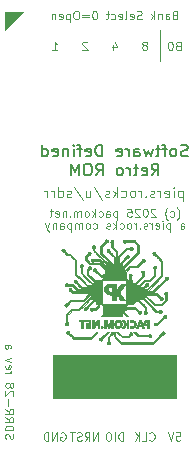
<source format=gbr>
%TF.GenerationSoftware,KiCad,Pcbnew,8.0.5*%
%TF.CreationDate,2025-07-05T10:51:28+01:00*%
%TF.ProjectId,sdrr 28 rev a,73647272-2032-4382-9072-657620612e6b,rev?*%
%TF.SameCoordinates,Original*%
%TF.FileFunction,Legend,Bot*%
%TF.FilePolarity,Positive*%
%FSLAX46Y46*%
G04 Gerber Fmt 4.6, Leading zero omitted, Abs format (unit mm)*
G04 Created by KiCad (PCBNEW 8.0.5) date 2025-07-05 10:51:28*
%MOMM*%
%LPD*%
G01*
G04 APERTURE LIST*
%ADD10C,0.100000*%
%ADD11C,0.125000*%
%ADD12C,0.150000*%
%ADD13C,0.010000*%
G04 APERTURE END LIST*
D10*
X99974400Y-26593800D02*
X99974400Y-25069800D01*
X101498400Y-25069800D01*
X99974400Y-26593800D01*
G36*
X99974400Y-26593800D02*
G01*
X99974400Y-25069800D01*
X101498400Y-25069800D01*
X99974400Y-26593800D01*
G37*
X103987600Y-54089300D02*
X114452400Y-54089300D01*
X114452400Y-57721500D01*
X103987600Y-57721500D01*
X103987600Y-54089300D01*
G36*
X103987600Y-54089300D02*
G01*
X114452400Y-54089300D01*
X114452400Y-57721500D01*
X103987600Y-57721500D01*
X103987600Y-54089300D01*
G37*
X113030000Y-26619200D02*
X113030000Y-29210000D01*
X114433333Y-60654833D02*
X114766666Y-60654833D01*
X114766666Y-60654833D02*
X114799999Y-60988166D01*
X114799999Y-60988166D02*
X114766666Y-60954833D01*
X114766666Y-60954833D02*
X114699999Y-60921500D01*
X114699999Y-60921500D02*
X114533333Y-60921500D01*
X114533333Y-60921500D02*
X114466666Y-60954833D01*
X114466666Y-60954833D02*
X114433333Y-60988166D01*
X114433333Y-60988166D02*
X114399999Y-61054833D01*
X114399999Y-61054833D02*
X114399999Y-61221500D01*
X114399999Y-61221500D02*
X114433333Y-61288166D01*
X114433333Y-61288166D02*
X114466666Y-61321500D01*
X114466666Y-61321500D02*
X114533333Y-61354833D01*
X114533333Y-61354833D02*
X114699999Y-61354833D01*
X114699999Y-61354833D02*
X114766666Y-61321500D01*
X114766666Y-61321500D02*
X114799999Y-61288166D01*
X114199999Y-60654833D02*
X113966666Y-61354833D01*
X113966666Y-61354833D02*
X113733332Y-60654833D01*
D11*
X114982694Y-40180660D02*
X114982694Y-41030660D01*
X114982694Y-40221136D02*
X114901741Y-40180660D01*
X114901741Y-40180660D02*
X114739836Y-40180660D01*
X114739836Y-40180660D02*
X114658884Y-40221136D01*
X114658884Y-40221136D02*
X114618408Y-40261612D01*
X114618408Y-40261612D02*
X114577932Y-40342565D01*
X114577932Y-40342565D02*
X114577932Y-40585422D01*
X114577932Y-40585422D02*
X114618408Y-40666374D01*
X114618408Y-40666374D02*
X114658884Y-40706851D01*
X114658884Y-40706851D02*
X114739836Y-40747327D01*
X114739836Y-40747327D02*
X114901741Y-40747327D01*
X114901741Y-40747327D02*
X114982694Y-40706851D01*
X114213646Y-40747327D02*
X114213646Y-40180660D01*
X114213646Y-39897327D02*
X114254122Y-39937803D01*
X114254122Y-39937803D02*
X114213646Y-39978279D01*
X114213646Y-39978279D02*
X114173169Y-39937803D01*
X114173169Y-39937803D02*
X114213646Y-39897327D01*
X114213646Y-39897327D02*
X114213646Y-39978279D01*
X113485074Y-40706851D02*
X113566026Y-40747327D01*
X113566026Y-40747327D02*
X113727931Y-40747327D01*
X113727931Y-40747327D02*
X113808884Y-40706851D01*
X113808884Y-40706851D02*
X113849360Y-40625898D01*
X113849360Y-40625898D02*
X113849360Y-40302089D01*
X113849360Y-40302089D02*
X113808884Y-40221136D01*
X113808884Y-40221136D02*
X113727931Y-40180660D01*
X113727931Y-40180660D02*
X113566026Y-40180660D01*
X113566026Y-40180660D02*
X113485074Y-40221136D01*
X113485074Y-40221136D02*
X113444598Y-40302089D01*
X113444598Y-40302089D02*
X113444598Y-40383041D01*
X113444598Y-40383041D02*
X113849360Y-40463993D01*
X113080313Y-40747327D02*
X113080313Y-40180660D01*
X113080313Y-40342565D02*
X113039836Y-40261612D01*
X113039836Y-40261612D02*
X112999360Y-40221136D01*
X112999360Y-40221136D02*
X112918408Y-40180660D01*
X112918408Y-40180660D02*
X112837455Y-40180660D01*
X112594599Y-40706851D02*
X112513646Y-40747327D01*
X112513646Y-40747327D02*
X112351742Y-40747327D01*
X112351742Y-40747327D02*
X112270789Y-40706851D01*
X112270789Y-40706851D02*
X112230313Y-40625898D01*
X112230313Y-40625898D02*
X112230313Y-40585422D01*
X112230313Y-40585422D02*
X112270789Y-40504470D01*
X112270789Y-40504470D02*
X112351742Y-40463993D01*
X112351742Y-40463993D02*
X112473170Y-40463993D01*
X112473170Y-40463993D02*
X112554123Y-40423517D01*
X112554123Y-40423517D02*
X112594599Y-40342565D01*
X112594599Y-40342565D02*
X112594599Y-40302089D01*
X112594599Y-40302089D02*
X112554123Y-40221136D01*
X112554123Y-40221136D02*
X112473170Y-40180660D01*
X112473170Y-40180660D02*
X112351742Y-40180660D01*
X112351742Y-40180660D02*
X112270789Y-40221136D01*
X111866028Y-40666374D02*
X111825551Y-40706851D01*
X111825551Y-40706851D02*
X111866028Y-40747327D01*
X111866028Y-40747327D02*
X111906504Y-40706851D01*
X111906504Y-40706851D02*
X111866028Y-40666374D01*
X111866028Y-40666374D02*
X111866028Y-40747327D01*
X111461266Y-40747327D02*
X111461266Y-40180660D01*
X111461266Y-40342565D02*
X111420789Y-40261612D01*
X111420789Y-40261612D02*
X111380313Y-40221136D01*
X111380313Y-40221136D02*
X111299361Y-40180660D01*
X111299361Y-40180660D02*
X111218408Y-40180660D01*
X110813647Y-40747327D02*
X110894599Y-40706851D01*
X110894599Y-40706851D02*
X110935076Y-40666374D01*
X110935076Y-40666374D02*
X110975552Y-40585422D01*
X110975552Y-40585422D02*
X110975552Y-40342565D01*
X110975552Y-40342565D02*
X110935076Y-40261612D01*
X110935076Y-40261612D02*
X110894599Y-40221136D01*
X110894599Y-40221136D02*
X110813647Y-40180660D01*
X110813647Y-40180660D02*
X110692218Y-40180660D01*
X110692218Y-40180660D02*
X110611266Y-40221136D01*
X110611266Y-40221136D02*
X110570790Y-40261612D01*
X110570790Y-40261612D02*
X110530314Y-40342565D01*
X110530314Y-40342565D02*
X110530314Y-40585422D01*
X110530314Y-40585422D02*
X110570790Y-40666374D01*
X110570790Y-40666374D02*
X110611266Y-40706851D01*
X110611266Y-40706851D02*
X110692218Y-40747327D01*
X110692218Y-40747327D02*
X110813647Y-40747327D01*
X109801742Y-40706851D02*
X109882694Y-40747327D01*
X109882694Y-40747327D02*
X110044599Y-40747327D01*
X110044599Y-40747327D02*
X110125551Y-40706851D01*
X110125551Y-40706851D02*
X110166028Y-40666374D01*
X110166028Y-40666374D02*
X110206504Y-40585422D01*
X110206504Y-40585422D02*
X110206504Y-40342565D01*
X110206504Y-40342565D02*
X110166028Y-40261612D01*
X110166028Y-40261612D02*
X110125551Y-40221136D01*
X110125551Y-40221136D02*
X110044599Y-40180660D01*
X110044599Y-40180660D02*
X109882694Y-40180660D01*
X109882694Y-40180660D02*
X109801742Y-40221136D01*
X109437457Y-40747327D02*
X109437457Y-39897327D01*
X109356504Y-40423517D02*
X109113647Y-40747327D01*
X109113647Y-40180660D02*
X109437457Y-40504470D01*
X108789838Y-40706851D02*
X108708885Y-40747327D01*
X108708885Y-40747327D02*
X108546981Y-40747327D01*
X108546981Y-40747327D02*
X108466028Y-40706851D01*
X108466028Y-40706851D02*
X108425552Y-40625898D01*
X108425552Y-40625898D02*
X108425552Y-40585422D01*
X108425552Y-40585422D02*
X108466028Y-40504470D01*
X108466028Y-40504470D02*
X108546981Y-40463993D01*
X108546981Y-40463993D02*
X108668409Y-40463993D01*
X108668409Y-40463993D02*
X108749362Y-40423517D01*
X108749362Y-40423517D02*
X108789838Y-40342565D01*
X108789838Y-40342565D02*
X108789838Y-40302089D01*
X108789838Y-40302089D02*
X108749362Y-40221136D01*
X108749362Y-40221136D02*
X108668409Y-40180660D01*
X108668409Y-40180660D02*
X108546981Y-40180660D01*
X108546981Y-40180660D02*
X108466028Y-40221136D01*
X107454124Y-39856851D02*
X108182695Y-40949708D01*
X106806505Y-40180660D02*
X106806505Y-40747327D01*
X107170791Y-40180660D02*
X107170791Y-40625898D01*
X107170791Y-40625898D02*
X107130314Y-40706851D01*
X107130314Y-40706851D02*
X107049362Y-40747327D01*
X107049362Y-40747327D02*
X106927933Y-40747327D01*
X106927933Y-40747327D02*
X106846981Y-40706851D01*
X106846981Y-40706851D02*
X106806505Y-40666374D01*
X105794600Y-39856851D02*
X106523171Y-40949708D01*
X105551743Y-40706851D02*
X105470790Y-40747327D01*
X105470790Y-40747327D02*
X105308886Y-40747327D01*
X105308886Y-40747327D02*
X105227933Y-40706851D01*
X105227933Y-40706851D02*
X105187457Y-40625898D01*
X105187457Y-40625898D02*
X105187457Y-40585422D01*
X105187457Y-40585422D02*
X105227933Y-40504470D01*
X105227933Y-40504470D02*
X105308886Y-40463993D01*
X105308886Y-40463993D02*
X105430314Y-40463993D01*
X105430314Y-40463993D02*
X105511267Y-40423517D01*
X105511267Y-40423517D02*
X105551743Y-40342565D01*
X105551743Y-40342565D02*
X105551743Y-40302089D01*
X105551743Y-40302089D02*
X105511267Y-40221136D01*
X105511267Y-40221136D02*
X105430314Y-40180660D01*
X105430314Y-40180660D02*
X105308886Y-40180660D01*
X105308886Y-40180660D02*
X105227933Y-40221136D01*
X104458886Y-40747327D02*
X104458886Y-39897327D01*
X104458886Y-40706851D02*
X104539838Y-40747327D01*
X104539838Y-40747327D02*
X104701743Y-40747327D01*
X104701743Y-40747327D02*
X104782695Y-40706851D01*
X104782695Y-40706851D02*
X104823172Y-40666374D01*
X104823172Y-40666374D02*
X104863648Y-40585422D01*
X104863648Y-40585422D02*
X104863648Y-40342565D01*
X104863648Y-40342565D02*
X104823172Y-40261612D01*
X104823172Y-40261612D02*
X104782695Y-40221136D01*
X104782695Y-40221136D02*
X104701743Y-40180660D01*
X104701743Y-40180660D02*
X104539838Y-40180660D01*
X104539838Y-40180660D02*
X104458886Y-40221136D01*
X104054124Y-40747327D02*
X104054124Y-40180660D01*
X104054124Y-40342565D02*
X104013647Y-40261612D01*
X104013647Y-40261612D02*
X103973171Y-40221136D01*
X103973171Y-40221136D02*
X103892219Y-40180660D01*
X103892219Y-40180660D02*
X103811266Y-40180660D01*
X103527934Y-40747327D02*
X103527934Y-40180660D01*
X103527934Y-40342565D02*
X103487457Y-40261612D01*
X103487457Y-40261612D02*
X103446981Y-40221136D01*
X103446981Y-40221136D02*
X103366029Y-40180660D01*
X103366029Y-40180660D02*
X103285076Y-40180660D01*
D10*
X114513499Y-42673100D02*
X114546832Y-42639766D01*
X114546832Y-42639766D02*
X114613499Y-42539766D01*
X114613499Y-42539766D02*
X114646832Y-42473100D01*
X114646832Y-42473100D02*
X114680166Y-42373100D01*
X114680166Y-42373100D02*
X114713499Y-42206433D01*
X114713499Y-42206433D02*
X114713499Y-42073100D01*
X114713499Y-42073100D02*
X114680166Y-41906433D01*
X114680166Y-41906433D02*
X114646832Y-41806433D01*
X114646832Y-41806433D02*
X114613499Y-41739766D01*
X114613499Y-41739766D02*
X114546832Y-41639766D01*
X114546832Y-41639766D02*
X114513499Y-41606433D01*
X113946832Y-42373100D02*
X114013499Y-42406433D01*
X114013499Y-42406433D02*
X114146832Y-42406433D01*
X114146832Y-42406433D02*
X114213499Y-42373100D01*
X114213499Y-42373100D02*
X114246832Y-42339766D01*
X114246832Y-42339766D02*
X114280165Y-42273100D01*
X114280165Y-42273100D02*
X114280165Y-42073100D01*
X114280165Y-42073100D02*
X114246832Y-42006433D01*
X114246832Y-42006433D02*
X114213499Y-41973100D01*
X114213499Y-41973100D02*
X114146832Y-41939766D01*
X114146832Y-41939766D02*
X114013499Y-41939766D01*
X114013499Y-41939766D02*
X113946832Y-41973100D01*
X113713499Y-42673100D02*
X113680165Y-42639766D01*
X113680165Y-42639766D02*
X113613499Y-42539766D01*
X113613499Y-42539766D02*
X113580165Y-42473100D01*
X113580165Y-42473100D02*
X113546832Y-42373100D01*
X113546832Y-42373100D02*
X113513499Y-42206433D01*
X113513499Y-42206433D02*
X113513499Y-42073100D01*
X113513499Y-42073100D02*
X113546832Y-41906433D01*
X113546832Y-41906433D02*
X113580165Y-41806433D01*
X113580165Y-41806433D02*
X113613499Y-41739766D01*
X113613499Y-41739766D02*
X113680165Y-41639766D01*
X113680165Y-41639766D02*
X113713499Y-41606433D01*
X112680165Y-41773100D02*
X112646832Y-41739766D01*
X112646832Y-41739766D02*
X112580165Y-41706433D01*
X112580165Y-41706433D02*
X112413499Y-41706433D01*
X112413499Y-41706433D02*
X112346832Y-41739766D01*
X112346832Y-41739766D02*
X112313499Y-41773100D01*
X112313499Y-41773100D02*
X112280165Y-41839766D01*
X112280165Y-41839766D02*
X112280165Y-41906433D01*
X112280165Y-41906433D02*
X112313499Y-42006433D01*
X112313499Y-42006433D02*
X112713499Y-42406433D01*
X112713499Y-42406433D02*
X112280165Y-42406433D01*
X111846832Y-41706433D02*
X111780165Y-41706433D01*
X111780165Y-41706433D02*
X111713498Y-41739766D01*
X111713498Y-41739766D02*
X111680165Y-41773100D01*
X111680165Y-41773100D02*
X111646832Y-41839766D01*
X111646832Y-41839766D02*
X111613498Y-41973100D01*
X111613498Y-41973100D02*
X111613498Y-42139766D01*
X111613498Y-42139766D02*
X111646832Y-42273100D01*
X111646832Y-42273100D02*
X111680165Y-42339766D01*
X111680165Y-42339766D02*
X111713498Y-42373100D01*
X111713498Y-42373100D02*
X111780165Y-42406433D01*
X111780165Y-42406433D02*
X111846832Y-42406433D01*
X111846832Y-42406433D02*
X111913498Y-42373100D01*
X111913498Y-42373100D02*
X111946832Y-42339766D01*
X111946832Y-42339766D02*
X111980165Y-42273100D01*
X111980165Y-42273100D02*
X112013498Y-42139766D01*
X112013498Y-42139766D02*
X112013498Y-41973100D01*
X112013498Y-41973100D02*
X111980165Y-41839766D01*
X111980165Y-41839766D02*
X111946832Y-41773100D01*
X111946832Y-41773100D02*
X111913498Y-41739766D01*
X111913498Y-41739766D02*
X111846832Y-41706433D01*
X111346831Y-41773100D02*
X111313498Y-41739766D01*
X111313498Y-41739766D02*
X111246831Y-41706433D01*
X111246831Y-41706433D02*
X111080165Y-41706433D01*
X111080165Y-41706433D02*
X111013498Y-41739766D01*
X111013498Y-41739766D02*
X110980165Y-41773100D01*
X110980165Y-41773100D02*
X110946831Y-41839766D01*
X110946831Y-41839766D02*
X110946831Y-41906433D01*
X110946831Y-41906433D02*
X110980165Y-42006433D01*
X110980165Y-42006433D02*
X111380165Y-42406433D01*
X111380165Y-42406433D02*
X110946831Y-42406433D01*
X110313498Y-41706433D02*
X110646831Y-41706433D01*
X110646831Y-41706433D02*
X110680164Y-42039766D01*
X110680164Y-42039766D02*
X110646831Y-42006433D01*
X110646831Y-42006433D02*
X110580164Y-41973100D01*
X110580164Y-41973100D02*
X110413498Y-41973100D01*
X110413498Y-41973100D02*
X110346831Y-42006433D01*
X110346831Y-42006433D02*
X110313498Y-42039766D01*
X110313498Y-42039766D02*
X110280164Y-42106433D01*
X110280164Y-42106433D02*
X110280164Y-42273100D01*
X110280164Y-42273100D02*
X110313498Y-42339766D01*
X110313498Y-42339766D02*
X110346831Y-42373100D01*
X110346831Y-42373100D02*
X110413498Y-42406433D01*
X110413498Y-42406433D02*
X110580164Y-42406433D01*
X110580164Y-42406433D02*
X110646831Y-42373100D01*
X110646831Y-42373100D02*
X110680164Y-42339766D01*
X109446831Y-41939766D02*
X109446831Y-42639766D01*
X109446831Y-41973100D02*
X109380164Y-41939766D01*
X109380164Y-41939766D02*
X109246831Y-41939766D01*
X109246831Y-41939766D02*
X109180164Y-41973100D01*
X109180164Y-41973100D02*
X109146831Y-42006433D01*
X109146831Y-42006433D02*
X109113498Y-42073100D01*
X109113498Y-42073100D02*
X109113498Y-42273100D01*
X109113498Y-42273100D02*
X109146831Y-42339766D01*
X109146831Y-42339766D02*
X109180164Y-42373100D01*
X109180164Y-42373100D02*
X109246831Y-42406433D01*
X109246831Y-42406433D02*
X109380164Y-42406433D01*
X109380164Y-42406433D02*
X109446831Y-42373100D01*
X108513498Y-42406433D02*
X108513498Y-42039766D01*
X108513498Y-42039766D02*
X108546831Y-41973100D01*
X108546831Y-41973100D02*
X108613498Y-41939766D01*
X108613498Y-41939766D02*
X108746831Y-41939766D01*
X108746831Y-41939766D02*
X108813498Y-41973100D01*
X108513498Y-42373100D02*
X108580165Y-42406433D01*
X108580165Y-42406433D02*
X108746831Y-42406433D01*
X108746831Y-42406433D02*
X108813498Y-42373100D01*
X108813498Y-42373100D02*
X108846831Y-42306433D01*
X108846831Y-42306433D02*
X108846831Y-42239766D01*
X108846831Y-42239766D02*
X108813498Y-42173100D01*
X108813498Y-42173100D02*
X108746831Y-42139766D01*
X108746831Y-42139766D02*
X108580165Y-42139766D01*
X108580165Y-42139766D02*
X108513498Y-42106433D01*
X107880165Y-42373100D02*
X107946832Y-42406433D01*
X107946832Y-42406433D02*
X108080165Y-42406433D01*
X108080165Y-42406433D02*
X108146832Y-42373100D01*
X108146832Y-42373100D02*
X108180165Y-42339766D01*
X108180165Y-42339766D02*
X108213498Y-42273100D01*
X108213498Y-42273100D02*
X108213498Y-42073100D01*
X108213498Y-42073100D02*
X108180165Y-42006433D01*
X108180165Y-42006433D02*
X108146832Y-41973100D01*
X108146832Y-41973100D02*
X108080165Y-41939766D01*
X108080165Y-41939766D02*
X107946832Y-41939766D01*
X107946832Y-41939766D02*
X107880165Y-41973100D01*
X107580165Y-42406433D02*
X107580165Y-41706433D01*
X107513498Y-42139766D02*
X107313498Y-42406433D01*
X107313498Y-41939766D02*
X107580165Y-42206433D01*
X106913498Y-42406433D02*
X106980165Y-42373100D01*
X106980165Y-42373100D02*
X107013498Y-42339766D01*
X107013498Y-42339766D02*
X107046831Y-42273100D01*
X107046831Y-42273100D02*
X107046831Y-42073100D01*
X107046831Y-42073100D02*
X107013498Y-42006433D01*
X107013498Y-42006433D02*
X106980165Y-41973100D01*
X106980165Y-41973100D02*
X106913498Y-41939766D01*
X106913498Y-41939766D02*
X106813498Y-41939766D01*
X106813498Y-41939766D02*
X106746831Y-41973100D01*
X106746831Y-41973100D02*
X106713498Y-42006433D01*
X106713498Y-42006433D02*
X106680165Y-42073100D01*
X106680165Y-42073100D02*
X106680165Y-42273100D01*
X106680165Y-42273100D02*
X106713498Y-42339766D01*
X106713498Y-42339766D02*
X106746831Y-42373100D01*
X106746831Y-42373100D02*
X106813498Y-42406433D01*
X106813498Y-42406433D02*
X106913498Y-42406433D01*
X106380165Y-42406433D02*
X106380165Y-41939766D01*
X106380165Y-42006433D02*
X106346832Y-41973100D01*
X106346832Y-41973100D02*
X106280165Y-41939766D01*
X106280165Y-41939766D02*
X106180165Y-41939766D01*
X106180165Y-41939766D02*
X106113498Y-41973100D01*
X106113498Y-41973100D02*
X106080165Y-42039766D01*
X106080165Y-42039766D02*
X106080165Y-42406433D01*
X106080165Y-42039766D02*
X106046832Y-41973100D01*
X106046832Y-41973100D02*
X105980165Y-41939766D01*
X105980165Y-41939766D02*
X105880165Y-41939766D01*
X105880165Y-41939766D02*
X105813498Y-41973100D01*
X105813498Y-41973100D02*
X105780165Y-42039766D01*
X105780165Y-42039766D02*
X105780165Y-42406433D01*
X105446832Y-42339766D02*
X105413499Y-42373100D01*
X105413499Y-42373100D02*
X105446832Y-42406433D01*
X105446832Y-42406433D02*
X105480165Y-42373100D01*
X105480165Y-42373100D02*
X105446832Y-42339766D01*
X105446832Y-42339766D02*
X105446832Y-42406433D01*
X105113499Y-41939766D02*
X105113499Y-42406433D01*
X105113499Y-42006433D02*
X105080166Y-41973100D01*
X105080166Y-41973100D02*
X105013499Y-41939766D01*
X105013499Y-41939766D02*
X104913499Y-41939766D01*
X104913499Y-41939766D02*
X104846832Y-41973100D01*
X104846832Y-41973100D02*
X104813499Y-42039766D01*
X104813499Y-42039766D02*
X104813499Y-42406433D01*
X104213499Y-42373100D02*
X104280166Y-42406433D01*
X104280166Y-42406433D02*
X104413499Y-42406433D01*
X104413499Y-42406433D02*
X104480166Y-42373100D01*
X104480166Y-42373100D02*
X104513499Y-42306433D01*
X104513499Y-42306433D02*
X104513499Y-42039766D01*
X104513499Y-42039766D02*
X104480166Y-41973100D01*
X104480166Y-41973100D02*
X104413499Y-41939766D01*
X104413499Y-41939766D02*
X104280166Y-41939766D01*
X104280166Y-41939766D02*
X104213499Y-41973100D01*
X104213499Y-41973100D02*
X104180166Y-42039766D01*
X104180166Y-42039766D02*
X104180166Y-42106433D01*
X104180166Y-42106433D02*
X104513499Y-42173100D01*
X103980166Y-41939766D02*
X103713499Y-41939766D01*
X103880166Y-41706433D02*
X103880166Y-42306433D01*
X103880166Y-42306433D02*
X103846833Y-42373100D01*
X103846833Y-42373100D02*
X103780166Y-42406433D01*
X103780166Y-42406433D02*
X103713499Y-42406433D01*
X111826666Y-27872833D02*
X111893333Y-27839500D01*
X111893333Y-27839500D02*
X111926666Y-27806166D01*
X111926666Y-27806166D02*
X111959999Y-27739500D01*
X111959999Y-27739500D02*
X111959999Y-27706166D01*
X111959999Y-27706166D02*
X111926666Y-27639500D01*
X111926666Y-27639500D02*
X111893333Y-27606166D01*
X111893333Y-27606166D02*
X111826666Y-27572833D01*
X111826666Y-27572833D02*
X111693333Y-27572833D01*
X111693333Y-27572833D02*
X111626666Y-27606166D01*
X111626666Y-27606166D02*
X111593333Y-27639500D01*
X111593333Y-27639500D02*
X111559999Y-27706166D01*
X111559999Y-27706166D02*
X111559999Y-27739500D01*
X111559999Y-27739500D02*
X111593333Y-27806166D01*
X111593333Y-27806166D02*
X111626666Y-27839500D01*
X111626666Y-27839500D02*
X111693333Y-27872833D01*
X111693333Y-27872833D02*
X111826666Y-27872833D01*
X111826666Y-27872833D02*
X111893333Y-27906166D01*
X111893333Y-27906166D02*
X111926666Y-27939500D01*
X111926666Y-27939500D02*
X111959999Y-28006166D01*
X111959999Y-28006166D02*
X111959999Y-28139500D01*
X111959999Y-28139500D02*
X111926666Y-28206166D01*
X111926666Y-28206166D02*
X111893333Y-28239500D01*
X111893333Y-28239500D02*
X111826666Y-28272833D01*
X111826666Y-28272833D02*
X111693333Y-28272833D01*
X111693333Y-28272833D02*
X111626666Y-28239500D01*
X111626666Y-28239500D02*
X111593333Y-28206166D01*
X111593333Y-28206166D02*
X111559999Y-28139500D01*
X111559999Y-28139500D02*
X111559999Y-28006166D01*
X111559999Y-28006166D02*
X111593333Y-27939500D01*
X111593333Y-27939500D02*
X111626666Y-27906166D01*
X111626666Y-27906166D02*
X111693333Y-27872833D01*
X114303333Y-25315366D02*
X114203333Y-25348700D01*
X114203333Y-25348700D02*
X114169999Y-25382033D01*
X114169999Y-25382033D02*
X114136666Y-25448700D01*
X114136666Y-25448700D02*
X114136666Y-25548700D01*
X114136666Y-25548700D02*
X114169999Y-25615366D01*
X114169999Y-25615366D02*
X114203333Y-25648700D01*
X114203333Y-25648700D02*
X114269999Y-25682033D01*
X114269999Y-25682033D02*
X114536666Y-25682033D01*
X114536666Y-25682033D02*
X114536666Y-24982033D01*
X114536666Y-24982033D02*
X114303333Y-24982033D01*
X114303333Y-24982033D02*
X114236666Y-25015366D01*
X114236666Y-25015366D02*
X114203333Y-25048700D01*
X114203333Y-25048700D02*
X114169999Y-25115366D01*
X114169999Y-25115366D02*
X114169999Y-25182033D01*
X114169999Y-25182033D02*
X114203333Y-25248700D01*
X114203333Y-25248700D02*
X114236666Y-25282033D01*
X114236666Y-25282033D02*
X114303333Y-25315366D01*
X114303333Y-25315366D02*
X114536666Y-25315366D01*
X113536666Y-25682033D02*
X113536666Y-25315366D01*
X113536666Y-25315366D02*
X113569999Y-25248700D01*
X113569999Y-25248700D02*
X113636666Y-25215366D01*
X113636666Y-25215366D02*
X113769999Y-25215366D01*
X113769999Y-25215366D02*
X113836666Y-25248700D01*
X113536666Y-25648700D02*
X113603333Y-25682033D01*
X113603333Y-25682033D02*
X113769999Y-25682033D01*
X113769999Y-25682033D02*
X113836666Y-25648700D01*
X113836666Y-25648700D02*
X113869999Y-25582033D01*
X113869999Y-25582033D02*
X113869999Y-25515366D01*
X113869999Y-25515366D02*
X113836666Y-25448700D01*
X113836666Y-25448700D02*
X113769999Y-25415366D01*
X113769999Y-25415366D02*
X113603333Y-25415366D01*
X113603333Y-25415366D02*
X113536666Y-25382033D01*
X113203333Y-25215366D02*
X113203333Y-25682033D01*
X113203333Y-25282033D02*
X113170000Y-25248700D01*
X113170000Y-25248700D02*
X113103333Y-25215366D01*
X113103333Y-25215366D02*
X113003333Y-25215366D01*
X113003333Y-25215366D02*
X112936666Y-25248700D01*
X112936666Y-25248700D02*
X112903333Y-25315366D01*
X112903333Y-25315366D02*
X112903333Y-25682033D01*
X112570000Y-25682033D02*
X112570000Y-24982033D01*
X112503333Y-25415366D02*
X112303333Y-25682033D01*
X112303333Y-25215366D02*
X112570000Y-25482033D01*
X111503333Y-25648700D02*
X111403333Y-25682033D01*
X111403333Y-25682033D02*
X111236667Y-25682033D01*
X111236667Y-25682033D02*
X111170000Y-25648700D01*
X111170000Y-25648700D02*
X111136667Y-25615366D01*
X111136667Y-25615366D02*
X111103333Y-25548700D01*
X111103333Y-25548700D02*
X111103333Y-25482033D01*
X111103333Y-25482033D02*
X111136667Y-25415366D01*
X111136667Y-25415366D02*
X111170000Y-25382033D01*
X111170000Y-25382033D02*
X111236667Y-25348700D01*
X111236667Y-25348700D02*
X111370000Y-25315366D01*
X111370000Y-25315366D02*
X111436667Y-25282033D01*
X111436667Y-25282033D02*
X111470000Y-25248700D01*
X111470000Y-25248700D02*
X111503333Y-25182033D01*
X111503333Y-25182033D02*
X111503333Y-25115366D01*
X111503333Y-25115366D02*
X111470000Y-25048700D01*
X111470000Y-25048700D02*
X111436667Y-25015366D01*
X111436667Y-25015366D02*
X111370000Y-24982033D01*
X111370000Y-24982033D02*
X111203333Y-24982033D01*
X111203333Y-24982033D02*
X111103333Y-25015366D01*
X110536666Y-25648700D02*
X110603333Y-25682033D01*
X110603333Y-25682033D02*
X110736666Y-25682033D01*
X110736666Y-25682033D02*
X110803333Y-25648700D01*
X110803333Y-25648700D02*
X110836666Y-25582033D01*
X110836666Y-25582033D02*
X110836666Y-25315366D01*
X110836666Y-25315366D02*
X110803333Y-25248700D01*
X110803333Y-25248700D02*
X110736666Y-25215366D01*
X110736666Y-25215366D02*
X110603333Y-25215366D01*
X110603333Y-25215366D02*
X110536666Y-25248700D01*
X110536666Y-25248700D02*
X110503333Y-25315366D01*
X110503333Y-25315366D02*
X110503333Y-25382033D01*
X110503333Y-25382033D02*
X110836666Y-25448700D01*
X110103333Y-25682033D02*
X110170000Y-25648700D01*
X110170000Y-25648700D02*
X110203333Y-25582033D01*
X110203333Y-25582033D02*
X110203333Y-24982033D01*
X109569999Y-25648700D02*
X109636666Y-25682033D01*
X109636666Y-25682033D02*
X109769999Y-25682033D01*
X109769999Y-25682033D02*
X109836666Y-25648700D01*
X109836666Y-25648700D02*
X109869999Y-25582033D01*
X109869999Y-25582033D02*
X109869999Y-25315366D01*
X109869999Y-25315366D02*
X109836666Y-25248700D01*
X109836666Y-25248700D02*
X109769999Y-25215366D01*
X109769999Y-25215366D02*
X109636666Y-25215366D01*
X109636666Y-25215366D02*
X109569999Y-25248700D01*
X109569999Y-25248700D02*
X109536666Y-25315366D01*
X109536666Y-25315366D02*
X109536666Y-25382033D01*
X109536666Y-25382033D02*
X109869999Y-25448700D01*
X108936666Y-25648700D02*
X109003333Y-25682033D01*
X109003333Y-25682033D02*
X109136666Y-25682033D01*
X109136666Y-25682033D02*
X109203333Y-25648700D01*
X109203333Y-25648700D02*
X109236666Y-25615366D01*
X109236666Y-25615366D02*
X109269999Y-25548700D01*
X109269999Y-25548700D02*
X109269999Y-25348700D01*
X109269999Y-25348700D02*
X109236666Y-25282033D01*
X109236666Y-25282033D02*
X109203333Y-25248700D01*
X109203333Y-25248700D02*
X109136666Y-25215366D01*
X109136666Y-25215366D02*
X109003333Y-25215366D01*
X109003333Y-25215366D02*
X108936666Y-25248700D01*
X108736666Y-25215366D02*
X108469999Y-25215366D01*
X108636666Y-24982033D02*
X108636666Y-25582033D01*
X108636666Y-25582033D02*
X108603333Y-25648700D01*
X108603333Y-25648700D02*
X108536666Y-25682033D01*
X108536666Y-25682033D02*
X108469999Y-25682033D01*
X107570000Y-24982033D02*
X107503333Y-24982033D01*
X107503333Y-24982033D02*
X107436666Y-25015366D01*
X107436666Y-25015366D02*
X107403333Y-25048700D01*
X107403333Y-25048700D02*
X107370000Y-25115366D01*
X107370000Y-25115366D02*
X107336666Y-25248700D01*
X107336666Y-25248700D02*
X107336666Y-25415366D01*
X107336666Y-25415366D02*
X107370000Y-25548700D01*
X107370000Y-25548700D02*
X107403333Y-25615366D01*
X107403333Y-25615366D02*
X107436666Y-25648700D01*
X107436666Y-25648700D02*
X107503333Y-25682033D01*
X107503333Y-25682033D02*
X107570000Y-25682033D01*
X107570000Y-25682033D02*
X107636666Y-25648700D01*
X107636666Y-25648700D02*
X107670000Y-25615366D01*
X107670000Y-25615366D02*
X107703333Y-25548700D01*
X107703333Y-25548700D02*
X107736666Y-25415366D01*
X107736666Y-25415366D02*
X107736666Y-25248700D01*
X107736666Y-25248700D02*
X107703333Y-25115366D01*
X107703333Y-25115366D02*
X107670000Y-25048700D01*
X107670000Y-25048700D02*
X107636666Y-25015366D01*
X107636666Y-25015366D02*
X107570000Y-24982033D01*
X107036666Y-25315366D02*
X106503333Y-25315366D01*
X106503333Y-25515366D02*
X107036666Y-25515366D01*
X106036666Y-24982033D02*
X105903332Y-24982033D01*
X105903332Y-24982033D02*
X105836666Y-25015366D01*
X105836666Y-25015366D02*
X105769999Y-25082033D01*
X105769999Y-25082033D02*
X105736666Y-25215366D01*
X105736666Y-25215366D02*
X105736666Y-25448700D01*
X105736666Y-25448700D02*
X105769999Y-25582033D01*
X105769999Y-25582033D02*
X105836666Y-25648700D01*
X105836666Y-25648700D02*
X105903332Y-25682033D01*
X105903332Y-25682033D02*
X106036666Y-25682033D01*
X106036666Y-25682033D02*
X106103332Y-25648700D01*
X106103332Y-25648700D02*
X106169999Y-25582033D01*
X106169999Y-25582033D02*
X106203332Y-25448700D01*
X106203332Y-25448700D02*
X106203332Y-25215366D01*
X106203332Y-25215366D02*
X106169999Y-25082033D01*
X106169999Y-25082033D02*
X106103332Y-25015366D01*
X106103332Y-25015366D02*
X106036666Y-24982033D01*
X105436666Y-25215366D02*
X105436666Y-25915366D01*
X105436666Y-25248700D02*
X105369999Y-25215366D01*
X105369999Y-25215366D02*
X105236666Y-25215366D01*
X105236666Y-25215366D02*
X105169999Y-25248700D01*
X105169999Y-25248700D02*
X105136666Y-25282033D01*
X105136666Y-25282033D02*
X105103333Y-25348700D01*
X105103333Y-25348700D02*
X105103333Y-25548700D01*
X105103333Y-25548700D02*
X105136666Y-25615366D01*
X105136666Y-25615366D02*
X105169999Y-25648700D01*
X105169999Y-25648700D02*
X105236666Y-25682033D01*
X105236666Y-25682033D02*
X105369999Y-25682033D01*
X105369999Y-25682033D02*
X105436666Y-25648700D01*
X104536666Y-25648700D02*
X104603333Y-25682033D01*
X104603333Y-25682033D02*
X104736666Y-25682033D01*
X104736666Y-25682033D02*
X104803333Y-25648700D01*
X104803333Y-25648700D02*
X104836666Y-25582033D01*
X104836666Y-25582033D02*
X104836666Y-25315366D01*
X104836666Y-25315366D02*
X104803333Y-25248700D01*
X104803333Y-25248700D02*
X104736666Y-25215366D01*
X104736666Y-25215366D02*
X104603333Y-25215366D01*
X104603333Y-25215366D02*
X104536666Y-25248700D01*
X104536666Y-25248700D02*
X104503333Y-25315366D01*
X104503333Y-25315366D02*
X104503333Y-25382033D01*
X104503333Y-25382033D02*
X104836666Y-25448700D01*
X104203333Y-25215366D02*
X104203333Y-25682033D01*
X104203333Y-25282033D02*
X104170000Y-25248700D01*
X104170000Y-25248700D02*
X104103333Y-25215366D01*
X104103333Y-25215366D02*
X104003333Y-25215366D01*
X104003333Y-25215366D02*
X103936666Y-25248700D01*
X103936666Y-25248700D02*
X103903333Y-25315366D01*
X103903333Y-25315366D02*
X103903333Y-25682033D01*
X104673332Y-60688166D02*
X104739999Y-60654833D01*
X104739999Y-60654833D02*
X104839999Y-60654833D01*
X104839999Y-60654833D02*
X104939999Y-60688166D01*
X104939999Y-60688166D02*
X105006666Y-60754833D01*
X105006666Y-60754833D02*
X105039999Y-60821500D01*
X105039999Y-60821500D02*
X105073332Y-60954833D01*
X105073332Y-60954833D02*
X105073332Y-61054833D01*
X105073332Y-61054833D02*
X105039999Y-61188166D01*
X105039999Y-61188166D02*
X105006666Y-61254833D01*
X105006666Y-61254833D02*
X104939999Y-61321500D01*
X104939999Y-61321500D02*
X104839999Y-61354833D01*
X104839999Y-61354833D02*
X104773332Y-61354833D01*
X104773332Y-61354833D02*
X104673332Y-61321500D01*
X104673332Y-61321500D02*
X104639999Y-61288166D01*
X104639999Y-61288166D02*
X104639999Y-61054833D01*
X104639999Y-61054833D02*
X104773332Y-61054833D01*
X104339999Y-61354833D02*
X104339999Y-60654833D01*
X104339999Y-60654833D02*
X103939999Y-61354833D01*
X103939999Y-61354833D02*
X103939999Y-60654833D01*
X103606666Y-61354833D02*
X103606666Y-60654833D01*
X103606666Y-60654833D02*
X103439999Y-60654833D01*
X103439999Y-60654833D02*
X103339999Y-60688166D01*
X103339999Y-60688166D02*
X103273333Y-60754833D01*
X103273333Y-60754833D02*
X103239999Y-60821500D01*
X103239999Y-60821500D02*
X103206666Y-60954833D01*
X103206666Y-60954833D02*
X103206666Y-61054833D01*
X103206666Y-61054833D02*
X103239999Y-61188166D01*
X103239999Y-61188166D02*
X103273333Y-61254833D01*
X103273333Y-61254833D02*
X103339999Y-61321500D01*
X103339999Y-61321500D02*
X103439999Y-61354833D01*
X103439999Y-61354833D02*
X103606666Y-61354833D01*
X114583333Y-27906166D02*
X114483333Y-27939500D01*
X114483333Y-27939500D02*
X114449999Y-27972833D01*
X114449999Y-27972833D02*
X114416666Y-28039500D01*
X114416666Y-28039500D02*
X114416666Y-28139500D01*
X114416666Y-28139500D02*
X114449999Y-28206166D01*
X114449999Y-28206166D02*
X114483333Y-28239500D01*
X114483333Y-28239500D02*
X114549999Y-28272833D01*
X114549999Y-28272833D02*
X114816666Y-28272833D01*
X114816666Y-28272833D02*
X114816666Y-27572833D01*
X114816666Y-27572833D02*
X114583333Y-27572833D01*
X114583333Y-27572833D02*
X114516666Y-27606166D01*
X114516666Y-27606166D02*
X114483333Y-27639500D01*
X114483333Y-27639500D02*
X114449999Y-27706166D01*
X114449999Y-27706166D02*
X114449999Y-27772833D01*
X114449999Y-27772833D02*
X114483333Y-27839500D01*
X114483333Y-27839500D02*
X114516666Y-27872833D01*
X114516666Y-27872833D02*
X114583333Y-27906166D01*
X114583333Y-27906166D02*
X114816666Y-27906166D01*
X113983333Y-27572833D02*
X113916666Y-27572833D01*
X113916666Y-27572833D02*
X113849999Y-27606166D01*
X113849999Y-27606166D02*
X113816666Y-27639500D01*
X113816666Y-27639500D02*
X113783333Y-27706166D01*
X113783333Y-27706166D02*
X113749999Y-27839500D01*
X113749999Y-27839500D02*
X113749999Y-28006166D01*
X113749999Y-28006166D02*
X113783333Y-28139500D01*
X113783333Y-28139500D02*
X113816666Y-28206166D01*
X113816666Y-28206166D02*
X113849999Y-28239500D01*
X113849999Y-28239500D02*
X113916666Y-28272833D01*
X113916666Y-28272833D02*
X113983333Y-28272833D01*
X113983333Y-28272833D02*
X114049999Y-28239500D01*
X114049999Y-28239500D02*
X114083333Y-28206166D01*
X114083333Y-28206166D02*
X114116666Y-28139500D01*
X114116666Y-28139500D02*
X114149999Y-28006166D01*
X114149999Y-28006166D02*
X114149999Y-27839500D01*
X114149999Y-27839500D02*
X114116666Y-27706166D01*
X114116666Y-27706166D02*
X114083333Y-27639500D01*
X114083333Y-27639500D02*
X114049999Y-27606166D01*
X114049999Y-27606166D02*
X113983333Y-27572833D01*
X106905399Y-27639500D02*
X106872066Y-27606166D01*
X106872066Y-27606166D02*
X106805399Y-27572833D01*
X106805399Y-27572833D02*
X106638733Y-27572833D01*
X106638733Y-27572833D02*
X106572066Y-27606166D01*
X106572066Y-27606166D02*
X106538733Y-27639500D01*
X106538733Y-27639500D02*
X106505399Y-27706166D01*
X106505399Y-27706166D02*
X106505399Y-27772833D01*
X106505399Y-27772833D02*
X106538733Y-27872833D01*
X106538733Y-27872833D02*
X106938733Y-28272833D01*
X106938733Y-28272833D02*
X106505399Y-28272833D01*
X107829999Y-61354833D02*
X107829999Y-60654833D01*
X107829999Y-60654833D02*
X107429999Y-61354833D01*
X107429999Y-61354833D02*
X107429999Y-60654833D01*
X106696666Y-61354833D02*
X106929999Y-61021500D01*
X107096666Y-61354833D02*
X107096666Y-60654833D01*
X107096666Y-60654833D02*
X106829999Y-60654833D01*
X106829999Y-60654833D02*
X106763333Y-60688166D01*
X106763333Y-60688166D02*
X106729999Y-60721500D01*
X106729999Y-60721500D02*
X106696666Y-60788166D01*
X106696666Y-60788166D02*
X106696666Y-60888166D01*
X106696666Y-60888166D02*
X106729999Y-60954833D01*
X106729999Y-60954833D02*
X106763333Y-60988166D01*
X106763333Y-60988166D02*
X106829999Y-61021500D01*
X106829999Y-61021500D02*
X107096666Y-61021500D01*
X106429999Y-61321500D02*
X106329999Y-61354833D01*
X106329999Y-61354833D02*
X106163333Y-61354833D01*
X106163333Y-61354833D02*
X106096666Y-61321500D01*
X106096666Y-61321500D02*
X106063333Y-61288166D01*
X106063333Y-61288166D02*
X106029999Y-61221500D01*
X106029999Y-61221500D02*
X106029999Y-61154833D01*
X106029999Y-61154833D02*
X106063333Y-61088166D01*
X106063333Y-61088166D02*
X106096666Y-61054833D01*
X106096666Y-61054833D02*
X106163333Y-61021500D01*
X106163333Y-61021500D02*
X106296666Y-60988166D01*
X106296666Y-60988166D02*
X106363333Y-60954833D01*
X106363333Y-60954833D02*
X106396666Y-60921500D01*
X106396666Y-60921500D02*
X106429999Y-60854833D01*
X106429999Y-60854833D02*
X106429999Y-60788166D01*
X106429999Y-60788166D02*
X106396666Y-60721500D01*
X106396666Y-60721500D02*
X106363333Y-60688166D01*
X106363333Y-60688166D02*
X106296666Y-60654833D01*
X106296666Y-60654833D02*
X106129999Y-60654833D01*
X106129999Y-60654833D02*
X106029999Y-60688166D01*
X105829999Y-60654833D02*
X105429999Y-60654833D01*
X105629999Y-61354833D02*
X105629999Y-60654833D01*
X103965399Y-28272833D02*
X104365399Y-28272833D01*
X104165399Y-28272833D02*
X104165399Y-27572833D01*
X104165399Y-27572833D02*
X104232066Y-27672833D01*
X104232066Y-27672833D02*
X104298733Y-27739500D01*
X104298733Y-27739500D02*
X104365399Y-27772833D01*
X112176666Y-61288166D02*
X112209999Y-61321500D01*
X112209999Y-61321500D02*
X112309999Y-61354833D01*
X112309999Y-61354833D02*
X112376666Y-61354833D01*
X112376666Y-61354833D02*
X112476666Y-61321500D01*
X112476666Y-61321500D02*
X112543333Y-61254833D01*
X112543333Y-61254833D02*
X112576666Y-61188166D01*
X112576666Y-61188166D02*
X112609999Y-61054833D01*
X112609999Y-61054833D02*
X112609999Y-60954833D01*
X112609999Y-60954833D02*
X112576666Y-60821500D01*
X112576666Y-60821500D02*
X112543333Y-60754833D01*
X112543333Y-60754833D02*
X112476666Y-60688166D01*
X112476666Y-60688166D02*
X112376666Y-60654833D01*
X112376666Y-60654833D02*
X112309999Y-60654833D01*
X112309999Y-60654833D02*
X112209999Y-60688166D01*
X112209999Y-60688166D02*
X112176666Y-60721500D01*
X111543333Y-61354833D02*
X111876666Y-61354833D01*
X111876666Y-61354833D02*
X111876666Y-60654833D01*
X111309999Y-61354833D02*
X111309999Y-60654833D01*
X110909999Y-61354833D02*
X111209999Y-60954833D01*
X110909999Y-60654833D02*
X111309999Y-61054833D01*
X114804131Y-43422433D02*
X114804131Y-43055766D01*
X114804131Y-43055766D02*
X114837464Y-42989100D01*
X114837464Y-42989100D02*
X114904131Y-42955766D01*
X114904131Y-42955766D02*
X115037464Y-42955766D01*
X115037464Y-42955766D02*
X115104131Y-42989100D01*
X114804131Y-43389100D02*
X114870798Y-43422433D01*
X114870798Y-43422433D02*
X115037464Y-43422433D01*
X115037464Y-43422433D02*
X115104131Y-43389100D01*
X115104131Y-43389100D02*
X115137464Y-43322433D01*
X115137464Y-43322433D02*
X115137464Y-43255766D01*
X115137464Y-43255766D02*
X115104131Y-43189100D01*
X115104131Y-43189100D02*
X115037464Y-43155766D01*
X115037464Y-43155766D02*
X114870798Y-43155766D01*
X114870798Y-43155766D02*
X114804131Y-43122433D01*
X113937465Y-42955766D02*
X113937465Y-43655766D01*
X113937465Y-42989100D02*
X113870798Y-42955766D01*
X113870798Y-42955766D02*
X113737465Y-42955766D01*
X113737465Y-42955766D02*
X113670798Y-42989100D01*
X113670798Y-42989100D02*
X113637465Y-43022433D01*
X113637465Y-43022433D02*
X113604132Y-43089100D01*
X113604132Y-43089100D02*
X113604132Y-43289100D01*
X113604132Y-43289100D02*
X113637465Y-43355766D01*
X113637465Y-43355766D02*
X113670798Y-43389100D01*
X113670798Y-43389100D02*
X113737465Y-43422433D01*
X113737465Y-43422433D02*
X113870798Y-43422433D01*
X113870798Y-43422433D02*
X113937465Y-43389100D01*
X113304132Y-43422433D02*
X113304132Y-42955766D01*
X113304132Y-42722433D02*
X113337465Y-42755766D01*
X113337465Y-42755766D02*
X113304132Y-42789100D01*
X113304132Y-42789100D02*
X113270799Y-42755766D01*
X113270799Y-42755766D02*
X113304132Y-42722433D01*
X113304132Y-42722433D02*
X113304132Y-42789100D01*
X112704132Y-43389100D02*
X112770799Y-43422433D01*
X112770799Y-43422433D02*
X112904132Y-43422433D01*
X112904132Y-43422433D02*
X112970799Y-43389100D01*
X112970799Y-43389100D02*
X113004132Y-43322433D01*
X113004132Y-43322433D02*
X113004132Y-43055766D01*
X113004132Y-43055766D02*
X112970799Y-42989100D01*
X112970799Y-42989100D02*
X112904132Y-42955766D01*
X112904132Y-42955766D02*
X112770799Y-42955766D01*
X112770799Y-42955766D02*
X112704132Y-42989100D01*
X112704132Y-42989100D02*
X112670799Y-43055766D01*
X112670799Y-43055766D02*
X112670799Y-43122433D01*
X112670799Y-43122433D02*
X113004132Y-43189100D01*
X112370799Y-43422433D02*
X112370799Y-42955766D01*
X112370799Y-43089100D02*
X112337466Y-43022433D01*
X112337466Y-43022433D02*
X112304132Y-42989100D01*
X112304132Y-42989100D02*
X112237466Y-42955766D01*
X112237466Y-42955766D02*
X112170799Y-42955766D01*
X111970799Y-43389100D02*
X111904133Y-43422433D01*
X111904133Y-43422433D02*
X111770799Y-43422433D01*
X111770799Y-43422433D02*
X111704133Y-43389100D01*
X111704133Y-43389100D02*
X111670799Y-43322433D01*
X111670799Y-43322433D02*
X111670799Y-43289100D01*
X111670799Y-43289100D02*
X111704133Y-43222433D01*
X111704133Y-43222433D02*
X111770799Y-43189100D01*
X111770799Y-43189100D02*
X111870799Y-43189100D01*
X111870799Y-43189100D02*
X111937466Y-43155766D01*
X111937466Y-43155766D02*
X111970799Y-43089100D01*
X111970799Y-43089100D02*
X111970799Y-43055766D01*
X111970799Y-43055766D02*
X111937466Y-42989100D01*
X111937466Y-42989100D02*
X111870799Y-42955766D01*
X111870799Y-42955766D02*
X111770799Y-42955766D01*
X111770799Y-42955766D02*
X111704133Y-42989100D01*
X111370799Y-43355766D02*
X111337466Y-43389100D01*
X111337466Y-43389100D02*
X111370799Y-43422433D01*
X111370799Y-43422433D02*
X111404132Y-43389100D01*
X111404132Y-43389100D02*
X111370799Y-43355766D01*
X111370799Y-43355766D02*
X111370799Y-43422433D01*
X111037466Y-43422433D02*
X111037466Y-42955766D01*
X111037466Y-43089100D02*
X111004133Y-43022433D01*
X111004133Y-43022433D02*
X110970799Y-42989100D01*
X110970799Y-42989100D02*
X110904133Y-42955766D01*
X110904133Y-42955766D02*
X110837466Y-42955766D01*
X110504133Y-43422433D02*
X110570800Y-43389100D01*
X110570800Y-43389100D02*
X110604133Y-43355766D01*
X110604133Y-43355766D02*
X110637466Y-43289100D01*
X110637466Y-43289100D02*
X110637466Y-43089100D01*
X110637466Y-43089100D02*
X110604133Y-43022433D01*
X110604133Y-43022433D02*
X110570800Y-42989100D01*
X110570800Y-42989100D02*
X110504133Y-42955766D01*
X110504133Y-42955766D02*
X110404133Y-42955766D01*
X110404133Y-42955766D02*
X110337466Y-42989100D01*
X110337466Y-42989100D02*
X110304133Y-43022433D01*
X110304133Y-43022433D02*
X110270800Y-43089100D01*
X110270800Y-43089100D02*
X110270800Y-43289100D01*
X110270800Y-43289100D02*
X110304133Y-43355766D01*
X110304133Y-43355766D02*
X110337466Y-43389100D01*
X110337466Y-43389100D02*
X110404133Y-43422433D01*
X110404133Y-43422433D02*
X110504133Y-43422433D01*
X109670800Y-43389100D02*
X109737467Y-43422433D01*
X109737467Y-43422433D02*
X109870800Y-43422433D01*
X109870800Y-43422433D02*
X109937467Y-43389100D01*
X109937467Y-43389100D02*
X109970800Y-43355766D01*
X109970800Y-43355766D02*
X110004133Y-43289100D01*
X110004133Y-43289100D02*
X110004133Y-43089100D01*
X110004133Y-43089100D02*
X109970800Y-43022433D01*
X109970800Y-43022433D02*
X109937467Y-42989100D01*
X109937467Y-42989100D02*
X109870800Y-42955766D01*
X109870800Y-42955766D02*
X109737467Y-42955766D01*
X109737467Y-42955766D02*
X109670800Y-42989100D01*
X109370800Y-43422433D02*
X109370800Y-42722433D01*
X109304133Y-43155766D02*
X109104133Y-43422433D01*
X109104133Y-42955766D02*
X109370800Y-43222433D01*
X108837466Y-43389100D02*
X108770800Y-43422433D01*
X108770800Y-43422433D02*
X108637466Y-43422433D01*
X108637466Y-43422433D02*
X108570800Y-43389100D01*
X108570800Y-43389100D02*
X108537466Y-43322433D01*
X108537466Y-43322433D02*
X108537466Y-43289100D01*
X108537466Y-43289100D02*
X108570800Y-43222433D01*
X108570800Y-43222433D02*
X108637466Y-43189100D01*
X108637466Y-43189100D02*
X108737466Y-43189100D01*
X108737466Y-43189100D02*
X108804133Y-43155766D01*
X108804133Y-43155766D02*
X108837466Y-43089100D01*
X108837466Y-43089100D02*
X108837466Y-43055766D01*
X108837466Y-43055766D02*
X108804133Y-42989100D01*
X108804133Y-42989100D02*
X108737466Y-42955766D01*
X108737466Y-42955766D02*
X108637466Y-42955766D01*
X108637466Y-42955766D02*
X108570800Y-42989100D01*
X107404133Y-43389100D02*
X107470800Y-43422433D01*
X107470800Y-43422433D02*
X107604133Y-43422433D01*
X107604133Y-43422433D02*
X107670800Y-43389100D01*
X107670800Y-43389100D02*
X107704133Y-43355766D01*
X107704133Y-43355766D02*
X107737466Y-43289100D01*
X107737466Y-43289100D02*
X107737466Y-43089100D01*
X107737466Y-43089100D02*
X107704133Y-43022433D01*
X107704133Y-43022433D02*
X107670800Y-42989100D01*
X107670800Y-42989100D02*
X107604133Y-42955766D01*
X107604133Y-42955766D02*
X107470800Y-42955766D01*
X107470800Y-42955766D02*
X107404133Y-42989100D01*
X107004133Y-43422433D02*
X107070800Y-43389100D01*
X107070800Y-43389100D02*
X107104133Y-43355766D01*
X107104133Y-43355766D02*
X107137466Y-43289100D01*
X107137466Y-43289100D02*
X107137466Y-43089100D01*
X107137466Y-43089100D02*
X107104133Y-43022433D01*
X107104133Y-43022433D02*
X107070800Y-42989100D01*
X107070800Y-42989100D02*
X107004133Y-42955766D01*
X107004133Y-42955766D02*
X106904133Y-42955766D01*
X106904133Y-42955766D02*
X106837466Y-42989100D01*
X106837466Y-42989100D02*
X106804133Y-43022433D01*
X106804133Y-43022433D02*
X106770800Y-43089100D01*
X106770800Y-43089100D02*
X106770800Y-43289100D01*
X106770800Y-43289100D02*
X106804133Y-43355766D01*
X106804133Y-43355766D02*
X106837466Y-43389100D01*
X106837466Y-43389100D02*
X106904133Y-43422433D01*
X106904133Y-43422433D02*
X107004133Y-43422433D01*
X106470800Y-43422433D02*
X106470800Y-42955766D01*
X106470800Y-43022433D02*
X106437467Y-42989100D01*
X106437467Y-42989100D02*
X106370800Y-42955766D01*
X106370800Y-42955766D02*
X106270800Y-42955766D01*
X106270800Y-42955766D02*
X106204133Y-42989100D01*
X106204133Y-42989100D02*
X106170800Y-43055766D01*
X106170800Y-43055766D02*
X106170800Y-43422433D01*
X106170800Y-43055766D02*
X106137467Y-42989100D01*
X106137467Y-42989100D02*
X106070800Y-42955766D01*
X106070800Y-42955766D02*
X105970800Y-42955766D01*
X105970800Y-42955766D02*
X105904133Y-42989100D01*
X105904133Y-42989100D02*
X105870800Y-43055766D01*
X105870800Y-43055766D02*
X105870800Y-43422433D01*
X105537467Y-42955766D02*
X105537467Y-43655766D01*
X105537467Y-42989100D02*
X105470800Y-42955766D01*
X105470800Y-42955766D02*
X105337467Y-42955766D01*
X105337467Y-42955766D02*
X105270800Y-42989100D01*
X105270800Y-42989100D02*
X105237467Y-43022433D01*
X105237467Y-43022433D02*
X105204134Y-43089100D01*
X105204134Y-43089100D02*
X105204134Y-43289100D01*
X105204134Y-43289100D02*
X105237467Y-43355766D01*
X105237467Y-43355766D02*
X105270800Y-43389100D01*
X105270800Y-43389100D02*
X105337467Y-43422433D01*
X105337467Y-43422433D02*
X105470800Y-43422433D01*
X105470800Y-43422433D02*
X105537467Y-43389100D01*
X104604134Y-43422433D02*
X104604134Y-43055766D01*
X104604134Y-43055766D02*
X104637467Y-42989100D01*
X104637467Y-42989100D02*
X104704134Y-42955766D01*
X104704134Y-42955766D02*
X104837467Y-42955766D01*
X104837467Y-42955766D02*
X104904134Y-42989100D01*
X104604134Y-43389100D02*
X104670801Y-43422433D01*
X104670801Y-43422433D02*
X104837467Y-43422433D01*
X104837467Y-43422433D02*
X104904134Y-43389100D01*
X104904134Y-43389100D02*
X104937467Y-43322433D01*
X104937467Y-43322433D02*
X104937467Y-43255766D01*
X104937467Y-43255766D02*
X104904134Y-43189100D01*
X104904134Y-43189100D02*
X104837467Y-43155766D01*
X104837467Y-43155766D02*
X104670801Y-43155766D01*
X104670801Y-43155766D02*
X104604134Y-43122433D01*
X104270801Y-42955766D02*
X104270801Y-43422433D01*
X104270801Y-43022433D02*
X104237468Y-42989100D01*
X104237468Y-42989100D02*
X104170801Y-42955766D01*
X104170801Y-42955766D02*
X104070801Y-42955766D01*
X104070801Y-42955766D02*
X104004134Y-42989100D01*
X104004134Y-42989100D02*
X103970801Y-43055766D01*
X103970801Y-43055766D02*
X103970801Y-43422433D01*
X103704135Y-42955766D02*
X103537468Y-43422433D01*
X103370801Y-42955766D02*
X103537468Y-43422433D01*
X103537468Y-43422433D02*
X103604135Y-43589100D01*
X103604135Y-43589100D02*
X103637468Y-43622433D01*
X103637468Y-43622433D02*
X103704135Y-43655766D01*
X99993900Y-61184132D02*
X99960566Y-61084132D01*
X99960566Y-61084132D02*
X99960566Y-60917466D01*
X99960566Y-60917466D02*
X99993900Y-60850799D01*
X99993900Y-60850799D02*
X100027233Y-60817466D01*
X100027233Y-60817466D02*
X100093900Y-60784132D01*
X100093900Y-60784132D02*
X100160566Y-60784132D01*
X100160566Y-60784132D02*
X100227233Y-60817466D01*
X100227233Y-60817466D02*
X100260566Y-60850799D01*
X100260566Y-60850799D02*
X100293900Y-60917466D01*
X100293900Y-60917466D02*
X100327233Y-61050799D01*
X100327233Y-61050799D02*
X100360566Y-61117466D01*
X100360566Y-61117466D02*
X100393900Y-61150799D01*
X100393900Y-61150799D02*
X100460566Y-61184132D01*
X100460566Y-61184132D02*
X100527233Y-61184132D01*
X100527233Y-61184132D02*
X100593900Y-61150799D01*
X100593900Y-61150799D02*
X100627233Y-61117466D01*
X100627233Y-61117466D02*
X100660566Y-61050799D01*
X100660566Y-61050799D02*
X100660566Y-60884132D01*
X100660566Y-60884132D02*
X100627233Y-60784132D01*
X99960566Y-60484132D02*
X100660566Y-60484132D01*
X100660566Y-60484132D02*
X100660566Y-60317465D01*
X100660566Y-60317465D02*
X100627233Y-60217465D01*
X100627233Y-60217465D02*
X100560566Y-60150799D01*
X100560566Y-60150799D02*
X100493900Y-60117465D01*
X100493900Y-60117465D02*
X100360566Y-60084132D01*
X100360566Y-60084132D02*
X100260566Y-60084132D01*
X100260566Y-60084132D02*
X100127233Y-60117465D01*
X100127233Y-60117465D02*
X100060566Y-60150799D01*
X100060566Y-60150799D02*
X99993900Y-60217465D01*
X99993900Y-60217465D02*
X99960566Y-60317465D01*
X99960566Y-60317465D02*
X99960566Y-60484132D01*
X99960566Y-59384132D02*
X100293900Y-59617465D01*
X99960566Y-59784132D02*
X100660566Y-59784132D01*
X100660566Y-59784132D02*
X100660566Y-59517465D01*
X100660566Y-59517465D02*
X100627233Y-59450799D01*
X100627233Y-59450799D02*
X100593900Y-59417465D01*
X100593900Y-59417465D02*
X100527233Y-59384132D01*
X100527233Y-59384132D02*
X100427233Y-59384132D01*
X100427233Y-59384132D02*
X100360566Y-59417465D01*
X100360566Y-59417465D02*
X100327233Y-59450799D01*
X100327233Y-59450799D02*
X100293900Y-59517465D01*
X100293900Y-59517465D02*
X100293900Y-59784132D01*
X99960566Y-58684132D02*
X100293900Y-58917465D01*
X99960566Y-59084132D02*
X100660566Y-59084132D01*
X100660566Y-59084132D02*
X100660566Y-58817465D01*
X100660566Y-58817465D02*
X100627233Y-58750799D01*
X100627233Y-58750799D02*
X100593900Y-58717465D01*
X100593900Y-58717465D02*
X100527233Y-58684132D01*
X100527233Y-58684132D02*
X100427233Y-58684132D01*
X100427233Y-58684132D02*
X100360566Y-58717465D01*
X100360566Y-58717465D02*
X100327233Y-58750799D01*
X100327233Y-58750799D02*
X100293900Y-58817465D01*
X100293900Y-58817465D02*
X100293900Y-59084132D01*
X100227233Y-58384132D02*
X100227233Y-57850799D01*
X100593900Y-57550798D02*
X100627233Y-57517465D01*
X100627233Y-57517465D02*
X100660566Y-57450798D01*
X100660566Y-57450798D02*
X100660566Y-57284132D01*
X100660566Y-57284132D02*
X100627233Y-57217465D01*
X100627233Y-57217465D02*
X100593900Y-57184132D01*
X100593900Y-57184132D02*
X100527233Y-57150798D01*
X100527233Y-57150798D02*
X100460566Y-57150798D01*
X100460566Y-57150798D02*
X100360566Y-57184132D01*
X100360566Y-57184132D02*
X99960566Y-57584132D01*
X99960566Y-57584132D02*
X99960566Y-57150798D01*
X100360566Y-56750798D02*
X100393900Y-56817465D01*
X100393900Y-56817465D02*
X100427233Y-56850798D01*
X100427233Y-56850798D02*
X100493900Y-56884131D01*
X100493900Y-56884131D02*
X100527233Y-56884131D01*
X100527233Y-56884131D02*
X100593900Y-56850798D01*
X100593900Y-56850798D02*
X100627233Y-56817465D01*
X100627233Y-56817465D02*
X100660566Y-56750798D01*
X100660566Y-56750798D02*
X100660566Y-56617465D01*
X100660566Y-56617465D02*
X100627233Y-56550798D01*
X100627233Y-56550798D02*
X100593900Y-56517465D01*
X100593900Y-56517465D02*
X100527233Y-56484131D01*
X100527233Y-56484131D02*
X100493900Y-56484131D01*
X100493900Y-56484131D02*
X100427233Y-56517465D01*
X100427233Y-56517465D02*
X100393900Y-56550798D01*
X100393900Y-56550798D02*
X100360566Y-56617465D01*
X100360566Y-56617465D02*
X100360566Y-56750798D01*
X100360566Y-56750798D02*
X100327233Y-56817465D01*
X100327233Y-56817465D02*
X100293900Y-56850798D01*
X100293900Y-56850798D02*
X100227233Y-56884131D01*
X100227233Y-56884131D02*
X100093900Y-56884131D01*
X100093900Y-56884131D02*
X100027233Y-56850798D01*
X100027233Y-56850798D02*
X99993900Y-56817465D01*
X99993900Y-56817465D02*
X99960566Y-56750798D01*
X99960566Y-56750798D02*
X99960566Y-56617465D01*
X99960566Y-56617465D02*
X99993900Y-56550798D01*
X99993900Y-56550798D02*
X100027233Y-56517465D01*
X100027233Y-56517465D02*
X100093900Y-56484131D01*
X100093900Y-56484131D02*
X100227233Y-56484131D01*
X100227233Y-56484131D02*
X100293900Y-56517465D01*
X100293900Y-56517465D02*
X100327233Y-56550798D01*
X100327233Y-56550798D02*
X100360566Y-56617465D01*
X99960566Y-55650798D02*
X100427233Y-55650798D01*
X100293900Y-55650798D02*
X100360566Y-55617465D01*
X100360566Y-55617465D02*
X100393900Y-55584131D01*
X100393900Y-55584131D02*
X100427233Y-55517465D01*
X100427233Y-55517465D02*
X100427233Y-55450798D01*
X99993900Y-54950798D02*
X99960566Y-55017465D01*
X99960566Y-55017465D02*
X99960566Y-55150798D01*
X99960566Y-55150798D02*
X99993900Y-55217465D01*
X99993900Y-55217465D02*
X100060566Y-55250798D01*
X100060566Y-55250798D02*
X100327233Y-55250798D01*
X100327233Y-55250798D02*
X100393900Y-55217465D01*
X100393900Y-55217465D02*
X100427233Y-55150798D01*
X100427233Y-55150798D02*
X100427233Y-55017465D01*
X100427233Y-55017465D02*
X100393900Y-54950798D01*
X100393900Y-54950798D02*
X100327233Y-54917465D01*
X100327233Y-54917465D02*
X100260566Y-54917465D01*
X100260566Y-54917465D02*
X100193900Y-55250798D01*
X100427233Y-54684132D02*
X99960566Y-54517465D01*
X99960566Y-54517465D02*
X100427233Y-54350798D01*
X99960566Y-53250799D02*
X100327233Y-53250799D01*
X100327233Y-53250799D02*
X100393900Y-53284132D01*
X100393900Y-53284132D02*
X100427233Y-53350799D01*
X100427233Y-53350799D02*
X100427233Y-53484132D01*
X100427233Y-53484132D02*
X100393900Y-53550799D01*
X99993900Y-53250799D02*
X99960566Y-53317466D01*
X99960566Y-53317466D02*
X99960566Y-53484132D01*
X99960566Y-53484132D02*
X99993900Y-53550799D01*
X99993900Y-53550799D02*
X100060566Y-53584132D01*
X100060566Y-53584132D02*
X100127233Y-53584132D01*
X100127233Y-53584132D02*
X100193900Y-53550799D01*
X100193900Y-53550799D02*
X100227233Y-53484132D01*
X100227233Y-53484132D02*
X100227233Y-53317466D01*
X100227233Y-53317466D02*
X100260566Y-53250799D01*
D12*
X115410476Y-37245028D02*
X115267619Y-37292647D01*
X115267619Y-37292647D02*
X115029524Y-37292647D01*
X115029524Y-37292647D02*
X114934286Y-37245028D01*
X114934286Y-37245028D02*
X114886667Y-37197408D01*
X114886667Y-37197408D02*
X114839048Y-37102170D01*
X114839048Y-37102170D02*
X114839048Y-37006932D01*
X114839048Y-37006932D02*
X114886667Y-36911694D01*
X114886667Y-36911694D02*
X114934286Y-36864075D01*
X114934286Y-36864075D02*
X115029524Y-36816456D01*
X115029524Y-36816456D02*
X115220000Y-36768837D01*
X115220000Y-36768837D02*
X115315238Y-36721218D01*
X115315238Y-36721218D02*
X115362857Y-36673599D01*
X115362857Y-36673599D02*
X115410476Y-36578361D01*
X115410476Y-36578361D02*
X115410476Y-36483123D01*
X115410476Y-36483123D02*
X115362857Y-36387885D01*
X115362857Y-36387885D02*
X115315238Y-36340266D01*
X115315238Y-36340266D02*
X115220000Y-36292647D01*
X115220000Y-36292647D02*
X114981905Y-36292647D01*
X114981905Y-36292647D02*
X114839048Y-36340266D01*
X114267619Y-37292647D02*
X114362857Y-37245028D01*
X114362857Y-37245028D02*
X114410476Y-37197408D01*
X114410476Y-37197408D02*
X114458095Y-37102170D01*
X114458095Y-37102170D02*
X114458095Y-36816456D01*
X114458095Y-36816456D02*
X114410476Y-36721218D01*
X114410476Y-36721218D02*
X114362857Y-36673599D01*
X114362857Y-36673599D02*
X114267619Y-36625980D01*
X114267619Y-36625980D02*
X114124762Y-36625980D01*
X114124762Y-36625980D02*
X114029524Y-36673599D01*
X114029524Y-36673599D02*
X113981905Y-36721218D01*
X113981905Y-36721218D02*
X113934286Y-36816456D01*
X113934286Y-36816456D02*
X113934286Y-37102170D01*
X113934286Y-37102170D02*
X113981905Y-37197408D01*
X113981905Y-37197408D02*
X114029524Y-37245028D01*
X114029524Y-37245028D02*
X114124762Y-37292647D01*
X114124762Y-37292647D02*
X114267619Y-37292647D01*
X113648571Y-36625980D02*
X113267619Y-36625980D01*
X113505714Y-37292647D02*
X113505714Y-36435504D01*
X113505714Y-36435504D02*
X113458095Y-36340266D01*
X113458095Y-36340266D02*
X113362857Y-36292647D01*
X113362857Y-36292647D02*
X113267619Y-36292647D01*
X113077142Y-36625980D02*
X112696190Y-36625980D01*
X112934285Y-36292647D02*
X112934285Y-37149789D01*
X112934285Y-37149789D02*
X112886666Y-37245028D01*
X112886666Y-37245028D02*
X112791428Y-37292647D01*
X112791428Y-37292647D02*
X112696190Y-37292647D01*
X112458094Y-36625980D02*
X112267618Y-37292647D01*
X112267618Y-37292647D02*
X112077142Y-36816456D01*
X112077142Y-36816456D02*
X111886666Y-37292647D01*
X111886666Y-37292647D02*
X111696190Y-36625980D01*
X110886666Y-37292647D02*
X110886666Y-36768837D01*
X110886666Y-36768837D02*
X110934285Y-36673599D01*
X110934285Y-36673599D02*
X111029523Y-36625980D01*
X111029523Y-36625980D02*
X111219999Y-36625980D01*
X111219999Y-36625980D02*
X111315237Y-36673599D01*
X110886666Y-37245028D02*
X110981904Y-37292647D01*
X110981904Y-37292647D02*
X111219999Y-37292647D01*
X111219999Y-37292647D02*
X111315237Y-37245028D01*
X111315237Y-37245028D02*
X111362856Y-37149789D01*
X111362856Y-37149789D02*
X111362856Y-37054551D01*
X111362856Y-37054551D02*
X111315237Y-36959313D01*
X111315237Y-36959313D02*
X111219999Y-36911694D01*
X111219999Y-36911694D02*
X110981904Y-36911694D01*
X110981904Y-36911694D02*
X110886666Y-36864075D01*
X110410475Y-37292647D02*
X110410475Y-36625980D01*
X110410475Y-36816456D02*
X110362856Y-36721218D01*
X110362856Y-36721218D02*
X110315237Y-36673599D01*
X110315237Y-36673599D02*
X110219999Y-36625980D01*
X110219999Y-36625980D02*
X110124761Y-36625980D01*
X109410475Y-37245028D02*
X109505713Y-37292647D01*
X109505713Y-37292647D02*
X109696189Y-37292647D01*
X109696189Y-37292647D02*
X109791427Y-37245028D01*
X109791427Y-37245028D02*
X109839046Y-37149789D01*
X109839046Y-37149789D02*
X109839046Y-36768837D01*
X109839046Y-36768837D02*
X109791427Y-36673599D01*
X109791427Y-36673599D02*
X109696189Y-36625980D01*
X109696189Y-36625980D02*
X109505713Y-36625980D01*
X109505713Y-36625980D02*
X109410475Y-36673599D01*
X109410475Y-36673599D02*
X109362856Y-36768837D01*
X109362856Y-36768837D02*
X109362856Y-36864075D01*
X109362856Y-36864075D02*
X109839046Y-36959313D01*
X108172379Y-37292647D02*
X108172379Y-36292647D01*
X108172379Y-36292647D02*
X107934284Y-36292647D01*
X107934284Y-36292647D02*
X107791427Y-36340266D01*
X107791427Y-36340266D02*
X107696189Y-36435504D01*
X107696189Y-36435504D02*
X107648570Y-36530742D01*
X107648570Y-36530742D02*
X107600951Y-36721218D01*
X107600951Y-36721218D02*
X107600951Y-36864075D01*
X107600951Y-36864075D02*
X107648570Y-37054551D01*
X107648570Y-37054551D02*
X107696189Y-37149789D01*
X107696189Y-37149789D02*
X107791427Y-37245028D01*
X107791427Y-37245028D02*
X107934284Y-37292647D01*
X107934284Y-37292647D02*
X108172379Y-37292647D01*
X106791427Y-37245028D02*
X106886665Y-37292647D01*
X106886665Y-37292647D02*
X107077141Y-37292647D01*
X107077141Y-37292647D02*
X107172379Y-37245028D01*
X107172379Y-37245028D02*
X107219998Y-37149789D01*
X107219998Y-37149789D02*
X107219998Y-36768837D01*
X107219998Y-36768837D02*
X107172379Y-36673599D01*
X107172379Y-36673599D02*
X107077141Y-36625980D01*
X107077141Y-36625980D02*
X106886665Y-36625980D01*
X106886665Y-36625980D02*
X106791427Y-36673599D01*
X106791427Y-36673599D02*
X106743808Y-36768837D01*
X106743808Y-36768837D02*
X106743808Y-36864075D01*
X106743808Y-36864075D02*
X107219998Y-36959313D01*
X106458093Y-36625980D02*
X106077141Y-36625980D01*
X106315236Y-37292647D02*
X106315236Y-36435504D01*
X106315236Y-36435504D02*
X106267617Y-36340266D01*
X106267617Y-36340266D02*
X106172379Y-36292647D01*
X106172379Y-36292647D02*
X106077141Y-36292647D01*
X105743807Y-37292647D02*
X105743807Y-36625980D01*
X105743807Y-36292647D02*
X105791426Y-36340266D01*
X105791426Y-36340266D02*
X105743807Y-36387885D01*
X105743807Y-36387885D02*
X105696188Y-36340266D01*
X105696188Y-36340266D02*
X105743807Y-36292647D01*
X105743807Y-36292647D02*
X105743807Y-36387885D01*
X105267617Y-36625980D02*
X105267617Y-37292647D01*
X105267617Y-36721218D02*
X105219998Y-36673599D01*
X105219998Y-36673599D02*
X105124760Y-36625980D01*
X105124760Y-36625980D02*
X104981903Y-36625980D01*
X104981903Y-36625980D02*
X104886665Y-36673599D01*
X104886665Y-36673599D02*
X104839046Y-36768837D01*
X104839046Y-36768837D02*
X104839046Y-37292647D01*
X103981903Y-37245028D02*
X104077141Y-37292647D01*
X104077141Y-37292647D02*
X104267617Y-37292647D01*
X104267617Y-37292647D02*
X104362855Y-37245028D01*
X104362855Y-37245028D02*
X104410474Y-37149789D01*
X104410474Y-37149789D02*
X104410474Y-36768837D01*
X104410474Y-36768837D02*
X104362855Y-36673599D01*
X104362855Y-36673599D02*
X104267617Y-36625980D01*
X104267617Y-36625980D02*
X104077141Y-36625980D01*
X104077141Y-36625980D02*
X103981903Y-36673599D01*
X103981903Y-36673599D02*
X103934284Y-36768837D01*
X103934284Y-36768837D02*
X103934284Y-36864075D01*
X103934284Y-36864075D02*
X104410474Y-36959313D01*
X103077141Y-37292647D02*
X103077141Y-36292647D01*
X103077141Y-37245028D02*
X103172379Y-37292647D01*
X103172379Y-37292647D02*
X103362855Y-37292647D01*
X103362855Y-37292647D02*
X103458093Y-37245028D01*
X103458093Y-37245028D02*
X103505712Y-37197408D01*
X103505712Y-37197408D02*
X103553331Y-37102170D01*
X103553331Y-37102170D02*
X103553331Y-36816456D01*
X103553331Y-36816456D02*
X103505712Y-36721218D01*
X103505712Y-36721218D02*
X103458093Y-36673599D01*
X103458093Y-36673599D02*
X103362855Y-36625980D01*
X103362855Y-36625980D02*
X103172379Y-36625980D01*
X103172379Y-36625980D02*
X103077141Y-36673599D01*
X112362857Y-38902591D02*
X112696190Y-38426400D01*
X112934285Y-38902591D02*
X112934285Y-37902591D01*
X112934285Y-37902591D02*
X112553333Y-37902591D01*
X112553333Y-37902591D02*
X112458095Y-37950210D01*
X112458095Y-37950210D02*
X112410476Y-37997829D01*
X112410476Y-37997829D02*
X112362857Y-38093067D01*
X112362857Y-38093067D02*
X112362857Y-38235924D01*
X112362857Y-38235924D02*
X112410476Y-38331162D01*
X112410476Y-38331162D02*
X112458095Y-38378781D01*
X112458095Y-38378781D02*
X112553333Y-38426400D01*
X112553333Y-38426400D02*
X112934285Y-38426400D01*
X111553333Y-38854972D02*
X111648571Y-38902591D01*
X111648571Y-38902591D02*
X111839047Y-38902591D01*
X111839047Y-38902591D02*
X111934285Y-38854972D01*
X111934285Y-38854972D02*
X111981904Y-38759733D01*
X111981904Y-38759733D02*
X111981904Y-38378781D01*
X111981904Y-38378781D02*
X111934285Y-38283543D01*
X111934285Y-38283543D02*
X111839047Y-38235924D01*
X111839047Y-38235924D02*
X111648571Y-38235924D01*
X111648571Y-38235924D02*
X111553333Y-38283543D01*
X111553333Y-38283543D02*
X111505714Y-38378781D01*
X111505714Y-38378781D02*
X111505714Y-38474019D01*
X111505714Y-38474019D02*
X111981904Y-38569257D01*
X111219999Y-38235924D02*
X110839047Y-38235924D01*
X111077142Y-37902591D02*
X111077142Y-38759733D01*
X111077142Y-38759733D02*
X111029523Y-38854972D01*
X111029523Y-38854972D02*
X110934285Y-38902591D01*
X110934285Y-38902591D02*
X110839047Y-38902591D01*
X110505713Y-38902591D02*
X110505713Y-38235924D01*
X110505713Y-38426400D02*
X110458094Y-38331162D01*
X110458094Y-38331162D02*
X110410475Y-38283543D01*
X110410475Y-38283543D02*
X110315237Y-38235924D01*
X110315237Y-38235924D02*
X110219999Y-38235924D01*
X109743808Y-38902591D02*
X109839046Y-38854972D01*
X109839046Y-38854972D02*
X109886665Y-38807352D01*
X109886665Y-38807352D02*
X109934284Y-38712114D01*
X109934284Y-38712114D02*
X109934284Y-38426400D01*
X109934284Y-38426400D02*
X109886665Y-38331162D01*
X109886665Y-38331162D02*
X109839046Y-38283543D01*
X109839046Y-38283543D02*
X109743808Y-38235924D01*
X109743808Y-38235924D02*
X109600951Y-38235924D01*
X109600951Y-38235924D02*
X109505713Y-38283543D01*
X109505713Y-38283543D02*
X109458094Y-38331162D01*
X109458094Y-38331162D02*
X109410475Y-38426400D01*
X109410475Y-38426400D02*
X109410475Y-38712114D01*
X109410475Y-38712114D02*
X109458094Y-38807352D01*
X109458094Y-38807352D02*
X109505713Y-38854972D01*
X109505713Y-38854972D02*
X109600951Y-38902591D01*
X109600951Y-38902591D02*
X109743808Y-38902591D01*
X107648570Y-38902591D02*
X107981903Y-38426400D01*
X108219998Y-38902591D02*
X108219998Y-37902591D01*
X108219998Y-37902591D02*
X107839046Y-37902591D01*
X107839046Y-37902591D02*
X107743808Y-37950210D01*
X107743808Y-37950210D02*
X107696189Y-37997829D01*
X107696189Y-37997829D02*
X107648570Y-38093067D01*
X107648570Y-38093067D02*
X107648570Y-38235924D01*
X107648570Y-38235924D02*
X107696189Y-38331162D01*
X107696189Y-38331162D02*
X107743808Y-38378781D01*
X107743808Y-38378781D02*
X107839046Y-38426400D01*
X107839046Y-38426400D02*
X108219998Y-38426400D01*
X107029522Y-37902591D02*
X106839046Y-37902591D01*
X106839046Y-37902591D02*
X106743808Y-37950210D01*
X106743808Y-37950210D02*
X106648570Y-38045448D01*
X106648570Y-38045448D02*
X106600951Y-38235924D01*
X106600951Y-38235924D02*
X106600951Y-38569257D01*
X106600951Y-38569257D02*
X106648570Y-38759733D01*
X106648570Y-38759733D02*
X106743808Y-38854972D01*
X106743808Y-38854972D02*
X106839046Y-38902591D01*
X106839046Y-38902591D02*
X107029522Y-38902591D01*
X107029522Y-38902591D02*
X107124760Y-38854972D01*
X107124760Y-38854972D02*
X107219998Y-38759733D01*
X107219998Y-38759733D02*
X107267617Y-38569257D01*
X107267617Y-38569257D02*
X107267617Y-38235924D01*
X107267617Y-38235924D02*
X107219998Y-38045448D01*
X107219998Y-38045448D02*
X107124760Y-37950210D01*
X107124760Y-37950210D02*
X107029522Y-37902591D01*
X106172379Y-38902591D02*
X106172379Y-37902591D01*
X106172379Y-37902591D02*
X105839046Y-38616876D01*
X105839046Y-38616876D02*
X105505713Y-37902591D01*
X105505713Y-37902591D02*
X105505713Y-38902591D01*
D10*
X109936666Y-61354833D02*
X109936666Y-60654833D01*
X109936666Y-60654833D02*
X109769999Y-60654833D01*
X109769999Y-60654833D02*
X109669999Y-60688166D01*
X109669999Y-60688166D02*
X109603333Y-60754833D01*
X109603333Y-60754833D02*
X109569999Y-60821500D01*
X109569999Y-60821500D02*
X109536666Y-60954833D01*
X109536666Y-60954833D02*
X109536666Y-61054833D01*
X109536666Y-61054833D02*
X109569999Y-61188166D01*
X109569999Y-61188166D02*
X109603333Y-61254833D01*
X109603333Y-61254833D02*
X109669999Y-61321500D01*
X109669999Y-61321500D02*
X109769999Y-61354833D01*
X109769999Y-61354833D02*
X109936666Y-61354833D01*
X109236666Y-61354833D02*
X109236666Y-60654833D01*
X108770000Y-60654833D02*
X108636666Y-60654833D01*
X108636666Y-60654833D02*
X108570000Y-60688166D01*
X108570000Y-60688166D02*
X108503333Y-60754833D01*
X108503333Y-60754833D02*
X108470000Y-60888166D01*
X108470000Y-60888166D02*
X108470000Y-61121500D01*
X108470000Y-61121500D02*
X108503333Y-61254833D01*
X108503333Y-61254833D02*
X108570000Y-61321500D01*
X108570000Y-61321500D02*
X108636666Y-61354833D01*
X108636666Y-61354833D02*
X108770000Y-61354833D01*
X108770000Y-61354833D02*
X108836666Y-61321500D01*
X108836666Y-61321500D02*
X108903333Y-61254833D01*
X108903333Y-61254833D02*
X108936666Y-61121500D01*
X108936666Y-61121500D02*
X108936666Y-60888166D01*
X108936666Y-60888166D02*
X108903333Y-60754833D01*
X108903333Y-60754833D02*
X108836666Y-60688166D01*
X108836666Y-60688166D02*
X108770000Y-60654833D01*
X109127066Y-27831566D02*
X109127066Y-28298233D01*
X109293733Y-27564900D02*
X109460399Y-28064900D01*
X109460399Y-28064900D02*
X109027066Y-28064900D01*
D13*
%TO.C,G\u002A\u002A\u002A*%
X109082416Y-50768250D02*
X108955416Y-50768250D01*
X108955416Y-49921583D01*
X109082416Y-49921583D01*
X109082416Y-50768250D01*
G36*
X109082416Y-50768250D02*
G01*
X108955416Y-50768250D01*
X108955416Y-49921583D01*
X109082416Y-49921583D01*
X109082416Y-50768250D01*
G37*
X109442250Y-50768250D02*
X109315250Y-50768250D01*
X109315250Y-49921583D01*
X109442250Y-49921583D01*
X109442250Y-50768250D01*
G36*
X109442250Y-50768250D02*
G01*
X109315250Y-50768250D01*
X109315250Y-49921583D01*
X109442250Y-49921583D01*
X109442250Y-50768250D01*
G37*
X106722333Y-51265666D02*
X106531833Y-51265666D01*
X106531833Y-51805416D01*
X106383666Y-51805416D01*
X106383666Y-51265666D01*
X106203750Y-51265666D01*
X106203750Y-51149250D01*
X106722333Y-51149250D01*
X106722333Y-51265666D01*
G36*
X106722333Y-51265666D02*
G01*
X106531833Y-51265666D01*
X106531833Y-51805416D01*
X106383666Y-51805416D01*
X106383666Y-51265666D01*
X106203750Y-51265666D01*
X106203750Y-51149250D01*
X106722333Y-51149250D01*
X106722333Y-51265666D01*
G37*
X109992583Y-50424058D02*
X110336301Y-50768250D01*
X110156341Y-50768250D01*
X110009310Y-50620936D01*
X109862278Y-50473623D01*
X109861285Y-50200249D01*
X109860291Y-49926875D01*
X109992583Y-49920573D01*
X109992583Y-50424058D01*
G36*
X109992583Y-50424058D02*
G01*
X110336301Y-50768250D01*
X110156341Y-50768250D01*
X110009310Y-50620936D01*
X109862278Y-50473623D01*
X109861285Y-50200249D01*
X109860291Y-49926875D01*
X109992583Y-49920573D01*
X109992583Y-50424058D01*
G37*
X108722583Y-50136839D02*
X108722409Y-50189807D01*
X108721513Y-50283067D01*
X108719984Y-50381802D01*
X108717969Y-50477130D01*
X108715614Y-50560173D01*
X108708646Y-50768250D01*
X108585000Y-50768250D01*
X108585000Y-49921583D01*
X108722583Y-49921583D01*
X108722583Y-50136839D01*
G36*
X108722583Y-50136839D02*
G01*
X108722409Y-50189807D01*
X108721513Y-50283067D01*
X108719984Y-50381802D01*
X108717969Y-50477130D01*
X108715614Y-50560173D01*
X108708646Y-50768250D01*
X108585000Y-50768250D01*
X108585000Y-49921583D01*
X108722583Y-49921583D01*
X108722583Y-50136839D01*
G37*
X109262333Y-50768250D02*
X109135333Y-50768250D01*
X109135305Y-50559229D01*
X109135132Y-50508527D01*
X109134235Y-50416231D01*
X109132705Y-50317387D01*
X109130689Y-50220955D01*
X109128334Y-50135895D01*
X109121390Y-49921583D01*
X109262333Y-49921583D01*
X109262333Y-50768250D01*
G36*
X109262333Y-50768250D02*
G01*
X109135333Y-50768250D01*
X109135305Y-50559229D01*
X109135132Y-50508527D01*
X109134235Y-50416231D01*
X109132705Y-50317387D01*
X109130689Y-50220955D01*
X109128334Y-50135895D01*
X109121390Y-49921583D01*
X109262333Y-49921583D01*
X109262333Y-50768250D01*
G37*
X107918250Y-51805416D02*
X107781079Y-51805416D01*
X107775375Y-51351324D01*
X107474131Y-51805416D01*
X107325583Y-51805416D01*
X107325583Y-51149250D01*
X107462746Y-51149250D01*
X107465602Y-51372655D01*
X107468458Y-51596061D01*
X107757296Y-51154541D01*
X107918250Y-51148359D01*
X107918250Y-51805416D01*
G36*
X107918250Y-51805416D02*
G01*
X107781079Y-51805416D01*
X107775375Y-51351324D01*
X107474131Y-51805416D01*
X107325583Y-51805416D01*
X107325583Y-51149250D01*
X107462746Y-51149250D01*
X107465602Y-51372655D01*
X107468458Y-51596061D01*
X107757296Y-51154541D01*
X107918250Y-51148359D01*
X107918250Y-51805416D01*
G37*
X108902500Y-50235102D02*
X108902238Y-50321002D01*
X108901533Y-50405960D01*
X108900451Y-50485932D01*
X108899058Y-50556872D01*
X108897419Y-50614736D01*
X108895600Y-50655478D01*
X108888700Y-50768250D01*
X108764916Y-50768250D01*
X108764916Y-49921583D01*
X108902500Y-49921583D01*
X108902500Y-50235102D01*
G36*
X108902500Y-50235102D02*
G01*
X108902238Y-50321002D01*
X108901533Y-50405960D01*
X108900451Y-50485932D01*
X108899058Y-50556872D01*
X108897419Y-50614736D01*
X108895600Y-50655478D01*
X108888700Y-50768250D01*
X108764916Y-50768250D01*
X108764916Y-49921583D01*
X108902500Y-49921583D01*
X108902500Y-50235102D01*
G37*
X107177416Y-51805416D02*
X106775250Y-51805416D01*
X106775250Y-51689000D01*
X107029250Y-51689000D01*
X107029250Y-51530250D01*
X106807000Y-51530250D01*
X106807000Y-51413833D01*
X107029250Y-51413833D01*
X107029250Y-51265666D01*
X106796416Y-51265666D01*
X106796416Y-51149250D01*
X107177416Y-51149250D01*
X107177416Y-51805416D01*
G36*
X107177416Y-51805416D02*
G01*
X106775250Y-51805416D01*
X106775250Y-51689000D01*
X107029250Y-51689000D01*
X107029250Y-51530250D01*
X106807000Y-51530250D01*
X106807000Y-51413833D01*
X107029250Y-51413833D01*
X107029250Y-51265666D01*
X106796416Y-51265666D01*
X106796416Y-51149250D01*
X107177416Y-51149250D01*
X107177416Y-51805416D01*
G37*
X108537375Y-49926875D02*
X108540838Y-50038000D01*
X108540865Y-50038899D01*
X108541502Y-50079776D01*
X108541575Y-50137662D01*
X108541123Y-50208527D01*
X108540181Y-50288340D01*
X108538788Y-50373070D01*
X108536980Y-50458687D01*
X108529659Y-50768250D01*
X108405083Y-50768250D01*
X108405083Y-49920573D01*
X108537375Y-49926875D01*
G36*
X108537375Y-49926875D02*
G01*
X108540838Y-50038000D01*
X108540865Y-50038899D01*
X108541502Y-50079776D01*
X108541575Y-50137662D01*
X108541123Y-50208527D01*
X108540181Y-50288340D01*
X108538788Y-50373070D01*
X108536980Y-50458687D01*
X108529659Y-50768250D01*
X108405083Y-50768250D01*
X108405083Y-49920573D01*
X108537375Y-49926875D01*
G37*
X109632750Y-50768250D02*
X109508811Y-50768250D01*
X109502064Y-50696812D01*
X109501149Y-50683884D01*
X109499572Y-50645588D01*
X109498165Y-50591026D01*
X109496977Y-50523366D01*
X109496059Y-50445776D01*
X109495464Y-50361424D01*
X109495242Y-50273479D01*
X109495166Y-49921583D01*
X109632750Y-49921583D01*
X109632750Y-50768250D01*
G36*
X109632750Y-50768250D02*
G01*
X109508811Y-50768250D01*
X109502064Y-50696812D01*
X109501149Y-50683884D01*
X109499572Y-50645588D01*
X109498165Y-50591026D01*
X109496977Y-50523366D01*
X109496059Y-50445776D01*
X109495464Y-50361424D01*
X109495242Y-50273479D01*
X109495166Y-49921583D01*
X109632750Y-49921583D01*
X109632750Y-50768250D01*
G37*
X109812666Y-50768250D02*
X109688436Y-50768250D01*
X109681876Y-50728562D01*
X109680481Y-50711388D01*
X109679067Y-50674777D01*
X109677810Y-50622147D01*
X109676753Y-50556189D01*
X109675937Y-50479590D01*
X109675405Y-50395041D01*
X109675200Y-50305229D01*
X109675083Y-49921583D01*
X109812666Y-49921583D01*
X109812666Y-50768250D01*
G36*
X109812666Y-50768250D02*
G01*
X109688436Y-50768250D01*
X109681876Y-50728562D01*
X109680481Y-50711388D01*
X109679067Y-50674777D01*
X109677810Y-50622147D01*
X109676753Y-50556189D01*
X109675937Y-50479590D01*
X109675405Y-50395041D01*
X109675200Y-50305229D01*
X109675083Y-49921583D01*
X109812666Y-49921583D01*
X109812666Y-50768250D01*
G37*
X108352166Y-50698450D02*
X108318340Y-50733350D01*
X108316137Y-50735620D01*
X108299742Y-50751360D01*
X108284381Y-50760996D01*
X108264504Y-50766024D01*
X108234560Y-50767943D01*
X108189000Y-50768250D01*
X108093486Y-50768250D01*
X108224026Y-50635958D01*
X108217647Y-50278770D01*
X108211268Y-49921583D01*
X108352166Y-49921583D01*
X108352166Y-50698450D01*
G36*
X108352166Y-50698450D02*
G01*
X108318340Y-50733350D01*
X108316137Y-50735620D01*
X108299742Y-50751360D01*
X108284381Y-50760996D01*
X108264504Y-50766024D01*
X108234560Y-50767943D01*
X108189000Y-50768250D01*
X108093486Y-50768250D01*
X108224026Y-50635958D01*
X108217647Y-50278770D01*
X108211268Y-49921583D01*
X108352166Y-49921583D01*
X108352166Y-50698450D01*
G37*
X108132515Y-51668952D02*
X108167326Y-51681874D01*
X108191272Y-51705537D01*
X108202173Y-51735250D01*
X108197847Y-51766323D01*
X108176114Y-51794065D01*
X108147873Y-51809367D01*
X108117425Y-51816000D01*
X108097085Y-51812233D01*
X108067013Y-51795062D01*
X108043904Y-51769562D01*
X108034666Y-51741916D01*
X108038874Y-51723708D01*
X108058056Y-51696789D01*
X108086542Y-51676102D01*
X108117425Y-51667833D01*
X108132515Y-51668952D01*
G36*
X108132515Y-51668952D02*
G01*
X108167326Y-51681874D01*
X108191272Y-51705537D01*
X108202173Y-51735250D01*
X108197847Y-51766323D01*
X108176114Y-51794065D01*
X108147873Y-51809367D01*
X108117425Y-51816000D01*
X108097085Y-51812233D01*
X108067013Y-51795062D01*
X108043904Y-51769562D01*
X108034666Y-51741916D01*
X108038874Y-51723708D01*
X108058056Y-51696789D01*
X108086542Y-51676102D01*
X108117425Y-51667833D01*
X108132515Y-51668952D01*
G37*
X110134335Y-51304540D02*
X110236000Y-51459831D01*
X110236000Y-51149250D01*
X110384166Y-51149250D01*
X110384166Y-51805416D01*
X110236000Y-51805416D01*
X110236000Y-51485361D01*
X110128249Y-51645389D01*
X110020498Y-51805416D01*
X109932457Y-51805416D01*
X109917553Y-51805329D01*
X109880196Y-51804230D01*
X109854180Y-51802134D01*
X109844416Y-51799380D01*
X109844429Y-51799277D01*
X109850868Y-51788535D01*
X109867804Y-51763594D01*
X109893306Y-51727207D01*
X109925446Y-51682127D01*
X109962295Y-51631108D01*
X109963936Y-51628849D01*
X110000604Y-51577959D01*
X110032433Y-51533040D01*
X110057498Y-51496863D01*
X110073879Y-51472203D01*
X110079653Y-51461830D01*
X110074670Y-51453189D01*
X110058956Y-51429939D01*
X110034473Y-51395089D01*
X110003231Y-51351496D01*
X109967238Y-51302018D01*
X109855342Y-51149250D01*
X110032670Y-51149250D01*
X110134335Y-51304540D01*
G36*
X110134335Y-51304540D02*
G01*
X110236000Y-51459831D01*
X110236000Y-51149250D01*
X110384166Y-51149250D01*
X110384166Y-51805416D01*
X110236000Y-51805416D01*
X110236000Y-51485361D01*
X110128249Y-51645389D01*
X110020498Y-51805416D01*
X109932457Y-51805416D01*
X109917553Y-51805329D01*
X109880196Y-51804230D01*
X109854180Y-51802134D01*
X109844416Y-51799380D01*
X109844429Y-51799277D01*
X109850868Y-51788535D01*
X109867804Y-51763594D01*
X109893306Y-51727207D01*
X109925446Y-51682127D01*
X109962295Y-51631108D01*
X109963936Y-51628849D01*
X110000604Y-51577959D01*
X110032433Y-51533040D01*
X110057498Y-51496863D01*
X110073879Y-51472203D01*
X110079653Y-51461830D01*
X110074670Y-51453189D01*
X110058956Y-51429939D01*
X110034473Y-51395089D01*
X110003231Y-51351496D01*
X109967238Y-51302018D01*
X109855342Y-51149250D01*
X110032670Y-51149250D01*
X110134335Y-51304540D01*
G37*
X112337430Y-52489266D02*
X112334412Y-52497765D01*
X112318115Y-52525462D01*
X112294893Y-52553223D01*
X112266329Y-52575044D01*
X112221329Y-52589801D01*
X112175087Y-52585581D01*
X112132347Y-52562125D01*
X112100903Y-52535666D01*
X111172416Y-52535666D01*
X111097788Y-52460961D01*
X112166430Y-52460961D01*
X112172279Y-52481869D01*
X112174841Y-52485981D01*
X112196510Y-52501155D01*
X112223617Y-52502120D01*
X112246789Y-52488094D01*
X112250317Y-52483339D01*
X112253487Y-52467649D01*
X112242549Y-52445761D01*
X112223366Y-52424638D01*
X112202296Y-52421750D01*
X112178838Y-52439536D01*
X112177100Y-52441494D01*
X112166430Y-52460961D01*
X111097788Y-52460961D01*
X110971541Y-52334583D01*
X110770667Y-52133500D01*
X110950692Y-52133500D01*
X111082666Y-52265791D01*
X111214641Y-52398083D01*
X112088266Y-52398083D01*
X112132096Y-52366333D01*
X112135010Y-52364258D01*
X112174694Y-52342548D01*
X112209814Y-52334583D01*
X112212631Y-52334625D01*
X112254954Y-52345098D01*
X112292606Y-52370659D01*
X112321576Y-52406449D01*
X112337854Y-52447605D01*
X112337650Y-52467649D01*
X112337430Y-52489266D01*
G36*
X112337430Y-52489266D02*
G01*
X112334412Y-52497765D01*
X112318115Y-52525462D01*
X112294893Y-52553223D01*
X112266329Y-52575044D01*
X112221329Y-52589801D01*
X112175087Y-52585581D01*
X112132347Y-52562125D01*
X112100903Y-52535666D01*
X111172416Y-52535666D01*
X111097788Y-52460961D01*
X112166430Y-52460961D01*
X112172279Y-52481869D01*
X112174841Y-52485981D01*
X112196510Y-52501155D01*
X112223617Y-52502120D01*
X112246789Y-52488094D01*
X112250317Y-52483339D01*
X112253487Y-52467649D01*
X112242549Y-52445761D01*
X112223366Y-52424638D01*
X112202296Y-52421750D01*
X112178838Y-52439536D01*
X112177100Y-52441494D01*
X112166430Y-52460961D01*
X111097788Y-52460961D01*
X110971541Y-52334583D01*
X110770667Y-52133500D01*
X110950692Y-52133500D01*
X111082666Y-52265791D01*
X111214641Y-52398083D01*
X112088266Y-52398083D01*
X112132096Y-52366333D01*
X112135010Y-52364258D01*
X112174694Y-52342548D01*
X112209814Y-52334583D01*
X112212631Y-52334625D01*
X112254954Y-52345098D01*
X112292606Y-52370659D01*
X112321576Y-52406449D01*
X112337854Y-52447605D01*
X112337650Y-52467649D01*
X112337430Y-52489266D01*
G37*
X112151583Y-51805416D02*
X112003416Y-51805416D01*
X112003416Y-51585886D01*
X111919452Y-51581025D01*
X111870079Y-51575828D01*
X111800557Y-51557129D01*
X111745202Y-51525016D01*
X111701888Y-51478489D01*
X111686062Y-51453994D01*
X111675742Y-51429404D01*
X111671112Y-51399892D01*
X111670311Y-51368093D01*
X111824057Y-51368093D01*
X111828131Y-51402095D01*
X111837066Y-51425333D01*
X111849253Y-51437713D01*
X111873075Y-51454437D01*
X111882884Y-51458251D01*
X111913559Y-51464345D01*
X111949804Y-51466750D01*
X112003416Y-51466750D01*
X112003416Y-51265666D01*
X111949974Y-51265666D01*
X111928337Y-51266639D01*
X111883312Y-51275497D01*
X111848833Y-51291898D01*
X111830074Y-51313765D01*
X111825468Y-51333301D01*
X111824057Y-51368093D01*
X111670311Y-51368093D01*
X111670041Y-51357359D01*
X111674891Y-51295810D01*
X111691542Y-51246567D01*
X111722019Y-51208884D01*
X111768336Y-51179105D01*
X111788873Y-51169876D01*
X111810641Y-51162915D01*
X111836977Y-51158082D01*
X111872032Y-51154839D01*
X111919955Y-51152647D01*
X111984896Y-51150966D01*
X112151583Y-51147390D01*
X112151583Y-51265666D01*
X112151583Y-51805416D01*
G36*
X112151583Y-51805416D02*
G01*
X112003416Y-51805416D01*
X112003416Y-51585886D01*
X111919452Y-51581025D01*
X111870079Y-51575828D01*
X111800557Y-51557129D01*
X111745202Y-51525016D01*
X111701888Y-51478489D01*
X111686062Y-51453994D01*
X111675742Y-51429404D01*
X111671112Y-51399892D01*
X111670311Y-51368093D01*
X111824057Y-51368093D01*
X111828131Y-51402095D01*
X111837066Y-51425333D01*
X111849253Y-51437713D01*
X111873075Y-51454437D01*
X111882884Y-51458251D01*
X111913559Y-51464345D01*
X111949804Y-51466750D01*
X112003416Y-51466750D01*
X112003416Y-51265666D01*
X111949974Y-51265666D01*
X111928337Y-51266639D01*
X111883312Y-51275497D01*
X111848833Y-51291898D01*
X111830074Y-51313765D01*
X111825468Y-51333301D01*
X111824057Y-51368093D01*
X111670311Y-51368093D01*
X111670041Y-51357359D01*
X111674891Y-51295810D01*
X111691542Y-51246567D01*
X111722019Y-51208884D01*
X111768336Y-51179105D01*
X111788873Y-51169876D01*
X111810641Y-51162915D01*
X111836977Y-51158082D01*
X111872032Y-51154839D01*
X111919955Y-51152647D01*
X111984896Y-51150966D01*
X112151583Y-51147390D01*
X112151583Y-51265666D01*
X112151583Y-51805416D01*
G37*
X111693952Y-51806261D02*
X111613773Y-51803193D01*
X111533593Y-51800125D01*
X111512366Y-51733661D01*
X111491138Y-51667198D01*
X111369505Y-51670161D01*
X111247871Y-51673125D01*
X111226731Y-51739270D01*
X111205591Y-51805416D01*
X111128254Y-51805416D01*
X111122579Y-51805395D01*
X111086247Y-51804135D01*
X111060581Y-51801317D01*
X111050830Y-51797479D01*
X111051948Y-51793182D01*
X111059029Y-51771358D01*
X111071912Y-51733419D01*
X111089753Y-51681797D01*
X111111710Y-51618923D01*
X111136940Y-51547228D01*
X111143422Y-51528930D01*
X111294333Y-51528930D01*
X111301317Y-51534774D01*
X111328204Y-51539296D01*
X111374421Y-51540833D01*
X111403479Y-51540737D01*
X111432054Y-51539623D01*
X111446100Y-51536175D01*
X111449600Y-51529080D01*
X111446538Y-51517020D01*
X111442515Y-51504565D01*
X111432780Y-51473598D01*
X111419770Y-51431703D01*
X111405177Y-51384307D01*
X111371787Y-51275406D01*
X111333060Y-51396216D01*
X111318204Y-51443475D01*
X111305801Y-51484721D01*
X111297415Y-51514677D01*
X111294333Y-51528930D01*
X111143422Y-51528930D01*
X111164600Y-51469145D01*
X111278458Y-51148749D01*
X111455592Y-51154541D01*
X111592576Y-51529080D01*
X111693952Y-51806261D01*
G36*
X111693952Y-51806261D02*
G01*
X111613773Y-51803193D01*
X111533593Y-51800125D01*
X111512366Y-51733661D01*
X111491138Y-51667198D01*
X111369505Y-51670161D01*
X111247871Y-51673125D01*
X111226731Y-51739270D01*
X111205591Y-51805416D01*
X111128254Y-51805416D01*
X111122579Y-51805395D01*
X111086247Y-51804135D01*
X111060581Y-51801317D01*
X111050830Y-51797479D01*
X111051948Y-51793182D01*
X111059029Y-51771358D01*
X111071912Y-51733419D01*
X111089753Y-51681797D01*
X111111710Y-51618923D01*
X111136940Y-51547228D01*
X111143422Y-51528930D01*
X111294333Y-51528930D01*
X111301317Y-51534774D01*
X111328204Y-51539296D01*
X111374421Y-51540833D01*
X111403479Y-51540737D01*
X111432054Y-51539623D01*
X111446100Y-51536175D01*
X111449600Y-51529080D01*
X111446538Y-51517020D01*
X111442515Y-51504565D01*
X111432780Y-51473598D01*
X111419770Y-51431703D01*
X111405177Y-51384307D01*
X111371787Y-51275406D01*
X111333060Y-51396216D01*
X111318204Y-51443475D01*
X111305801Y-51484721D01*
X111297415Y-51514677D01*
X111294333Y-51528930D01*
X111143422Y-51528930D01*
X111164600Y-51469145D01*
X111278458Y-51148749D01*
X111455592Y-51154541D01*
X111592576Y-51529080D01*
X111693952Y-51806261D01*
G37*
X113600938Y-50854588D02*
X113589439Y-50883669D01*
X113565516Y-50912183D01*
X113542240Y-50932842D01*
X113516728Y-50945098D01*
X113483882Y-50948166D01*
X113438231Y-50948166D01*
X112844791Y-51540728D01*
X112699271Y-51540781D01*
X112553750Y-51540833D01*
X112553750Y-51413833D01*
X112791728Y-51413833D01*
X113069614Y-51136095D01*
X113148270Y-51057064D01*
X113212736Y-50991327D01*
X113263548Y-50938270D01*
X113301569Y-50896959D01*
X113327661Y-50866456D01*
X113342684Y-50845825D01*
X113347500Y-50834130D01*
X113350923Y-50815817D01*
X113437262Y-50815817D01*
X113442750Y-50842333D01*
X113447732Y-50849711D01*
X113471052Y-50862033D01*
X113503604Y-50856490D01*
X113507798Y-50853811D01*
X113515796Y-50835926D01*
X113514602Y-50811854D01*
X113504133Y-50791533D01*
X113488573Y-50781359D01*
X113465439Y-50780972D01*
X113446580Y-50793911D01*
X113437262Y-50815817D01*
X113350923Y-50815817D01*
X113355044Y-50793772D01*
X113376189Y-50750655D01*
X113405853Y-50717110D01*
X113411124Y-50713252D01*
X113452683Y-50696728D01*
X113499560Y-50697211D01*
X113545262Y-50714806D01*
X113565929Y-50729270D01*
X113591357Y-50760071D01*
X113601594Y-50800000D01*
X113602722Y-50816520D01*
X113601812Y-50835926D01*
X113600938Y-50854588D01*
G36*
X113600938Y-50854588D02*
G01*
X113589439Y-50883669D01*
X113565516Y-50912183D01*
X113542240Y-50932842D01*
X113516728Y-50945098D01*
X113483882Y-50948166D01*
X113438231Y-50948166D01*
X112844791Y-51540728D01*
X112699271Y-51540781D01*
X112553750Y-51540833D01*
X112553750Y-51413833D01*
X112791728Y-51413833D01*
X113069614Y-51136095D01*
X113148270Y-51057064D01*
X113212736Y-50991327D01*
X113263548Y-50938270D01*
X113301569Y-50896959D01*
X113327661Y-50866456D01*
X113342684Y-50845825D01*
X113347500Y-50834130D01*
X113350923Y-50815817D01*
X113437262Y-50815817D01*
X113442750Y-50842333D01*
X113447732Y-50849711D01*
X113471052Y-50862033D01*
X113503604Y-50856490D01*
X113507798Y-50853811D01*
X113515796Y-50835926D01*
X113514602Y-50811854D01*
X113504133Y-50791533D01*
X113488573Y-50781359D01*
X113465439Y-50780972D01*
X113446580Y-50793911D01*
X113437262Y-50815817D01*
X113350923Y-50815817D01*
X113355044Y-50793772D01*
X113376189Y-50750655D01*
X113405853Y-50717110D01*
X113411124Y-50713252D01*
X113452683Y-50696728D01*
X113499560Y-50697211D01*
X113545262Y-50714806D01*
X113565929Y-50729270D01*
X113591357Y-50760071D01*
X113601594Y-50800000D01*
X113602722Y-50816520D01*
X113601812Y-50835926D01*
X113600938Y-50854588D01*
G37*
X113695119Y-48915314D02*
X113687285Y-48939316D01*
X113668982Y-48966332D01*
X113638541Y-49006125D01*
X113633250Y-49241536D01*
X113627958Y-49476948D01*
X113416391Y-49688682D01*
X113204823Y-49900416D01*
X112559457Y-49900416D01*
X112209633Y-49551166D01*
X111859810Y-49201916D01*
X110341833Y-49201916D01*
X110341833Y-49074916D01*
X111912726Y-49074916D01*
X112612374Y-49773416D01*
X113151481Y-49773416D01*
X113328866Y-49596262D01*
X113506250Y-49419108D01*
X113506250Y-49011233D01*
X113473546Y-48966345D01*
X113469502Y-48960732D01*
X113451628Y-48931615D01*
X113444815Y-48906142D01*
X113445522Y-48887775D01*
X113529170Y-48887775D01*
X113538422Y-48911383D01*
X113547381Y-48919117D01*
X113569750Y-48926750D01*
X113575629Y-48926376D01*
X113598275Y-48915256D01*
X113609044Y-48893884D01*
X113606265Y-48869304D01*
X113588271Y-48848563D01*
X113573453Y-48843101D01*
X113551192Y-48847955D01*
X113534929Y-48864739D01*
X113529170Y-48887775D01*
X113445522Y-48887775D01*
X113446045Y-48874196D01*
X113456797Y-48834188D01*
X113484498Y-48793982D01*
X113524438Y-48767169D01*
X113572640Y-48757416D01*
X113610448Y-48762091D01*
X113652240Y-48783230D01*
X113680624Y-48820151D01*
X113694132Y-48871475D01*
X113695218Y-48884010D01*
X113695186Y-48893884D01*
X113695119Y-48915314D01*
G36*
X113695119Y-48915314D02*
G01*
X113687285Y-48939316D01*
X113668982Y-48966332D01*
X113638541Y-49006125D01*
X113633250Y-49241536D01*
X113627958Y-49476948D01*
X113416391Y-49688682D01*
X113204823Y-49900416D01*
X112559457Y-49900416D01*
X112209633Y-49551166D01*
X111859810Y-49201916D01*
X110341833Y-49201916D01*
X110341833Y-49074916D01*
X111912726Y-49074916D01*
X112612374Y-49773416D01*
X113151481Y-49773416D01*
X113328866Y-49596262D01*
X113506250Y-49419108D01*
X113506250Y-49011233D01*
X113473546Y-48966345D01*
X113469502Y-48960732D01*
X113451628Y-48931615D01*
X113444815Y-48906142D01*
X113445522Y-48887775D01*
X113529170Y-48887775D01*
X113538422Y-48911383D01*
X113547381Y-48919117D01*
X113569750Y-48926750D01*
X113575629Y-48926376D01*
X113598275Y-48915256D01*
X113609044Y-48893884D01*
X113606265Y-48869304D01*
X113588271Y-48848563D01*
X113573453Y-48843101D01*
X113551192Y-48847955D01*
X113534929Y-48864739D01*
X113529170Y-48887775D01*
X113445522Y-48887775D01*
X113446045Y-48874196D01*
X113456797Y-48834188D01*
X113484498Y-48793982D01*
X113524438Y-48767169D01*
X113572640Y-48757416D01*
X113610448Y-48762091D01*
X113652240Y-48783230D01*
X113680624Y-48820151D01*
X113694132Y-48871475D01*
X113695218Y-48884010D01*
X113695186Y-48893884D01*
X113695119Y-48915314D01*
G37*
X108796666Y-45276839D02*
X108797175Y-45284752D01*
X108800374Y-45296565D01*
X108807869Y-45310751D01*
X108821204Y-45329089D01*
X108841923Y-45353361D01*
X108871569Y-45385345D01*
X108911684Y-45426822D01*
X108963814Y-45479572D01*
X109029500Y-45545375D01*
X109262333Y-45778027D01*
X109262333Y-47625000D01*
X109135333Y-47625000D01*
X109135333Y-45830486D01*
X108913934Y-45616493D01*
X108870544Y-45574822D01*
X108807111Y-45515080D01*
X108754484Y-45467116D01*
X108713641Y-45431792D01*
X108685556Y-45409966D01*
X108671206Y-45402500D01*
X108651155Y-45400062D01*
X108622325Y-45392024D01*
X108621546Y-45391725D01*
X108580816Y-45366316D01*
X108554625Y-45330321D01*
X108542754Y-45288251D01*
X108543246Y-45278621D01*
X108628959Y-45278621D01*
X108638031Y-45302095D01*
X108647163Y-45310885D01*
X108670309Y-45316522D01*
X108695369Y-45301202D01*
X108707892Y-45282738D01*
X108708576Y-45258616D01*
X108692606Y-45240383D01*
X108662460Y-45233166D01*
X108648744Y-45236801D01*
X108633487Y-45254155D01*
X108628959Y-45278621D01*
X108543246Y-45278621D01*
X108544985Y-45244617D01*
X108561098Y-45203930D01*
X108590874Y-45170703D01*
X108634095Y-45149444D01*
X108680095Y-45145690D01*
X108724945Y-45159336D01*
X108762057Y-45187885D01*
X108787331Y-45228123D01*
X108793175Y-45258616D01*
X108796666Y-45276839D01*
G36*
X108796666Y-45276839D02*
G01*
X108797175Y-45284752D01*
X108800374Y-45296565D01*
X108807869Y-45310751D01*
X108821204Y-45329089D01*
X108841923Y-45353361D01*
X108871569Y-45385345D01*
X108911684Y-45426822D01*
X108963814Y-45479572D01*
X109029500Y-45545375D01*
X109262333Y-45778027D01*
X109262333Y-47625000D01*
X109135333Y-47625000D01*
X109135333Y-45830486D01*
X108913934Y-45616493D01*
X108870544Y-45574822D01*
X108807111Y-45515080D01*
X108754484Y-45467116D01*
X108713641Y-45431792D01*
X108685556Y-45409966D01*
X108671206Y-45402500D01*
X108651155Y-45400062D01*
X108622325Y-45392024D01*
X108621546Y-45391725D01*
X108580816Y-45366316D01*
X108554625Y-45330321D01*
X108542754Y-45288251D01*
X108543246Y-45278621D01*
X108628959Y-45278621D01*
X108638031Y-45302095D01*
X108647163Y-45310885D01*
X108670309Y-45316522D01*
X108695369Y-45301202D01*
X108707892Y-45282738D01*
X108708576Y-45258616D01*
X108692606Y-45240383D01*
X108662460Y-45233166D01*
X108648744Y-45236801D01*
X108633487Y-45254155D01*
X108628959Y-45278621D01*
X108543246Y-45278621D01*
X108544985Y-45244617D01*
X108561098Y-45203930D01*
X108590874Y-45170703D01*
X108634095Y-45149444D01*
X108680095Y-45145690D01*
X108724945Y-45159336D01*
X108762057Y-45187885D01*
X108787331Y-45228123D01*
X108793175Y-45258616D01*
X108796666Y-45276839D01*
G37*
X110718042Y-52364667D02*
X110686226Y-52405057D01*
X110668644Y-52421115D01*
X110641684Y-52436342D01*
X110609856Y-52440416D01*
X110590498Y-52441718D01*
X110572526Y-52447568D01*
X110552542Y-52460706D01*
X110526411Y-52483867D01*
X110490000Y-52519791D01*
X110411155Y-52599166D01*
X109829515Y-52599166D01*
X109362875Y-52133630D01*
X109452957Y-52133565D01*
X109543040Y-52133500D01*
X109881210Y-52472166D01*
X110357043Y-52472166D01*
X110412938Y-52416965D01*
X110413701Y-52416210D01*
X110446035Y-52381356D01*
X110463560Y-52354569D01*
X110468833Y-52331959D01*
X110471720Y-52313416D01*
X110553500Y-52313416D01*
X110556795Y-52322116D01*
X110570131Y-52339119D01*
X110581846Y-52348423D01*
X110607484Y-52355162D01*
X110628822Y-52346144D01*
X110640524Y-52324884D01*
X110637257Y-52294895D01*
X110627517Y-52280215D01*
X110607513Y-52271083D01*
X110605149Y-52271185D01*
X110582385Y-52279386D01*
X110562204Y-52295787D01*
X110553500Y-52313416D01*
X110471720Y-52313416D01*
X110474923Y-52292841D01*
X110493469Y-52248524D01*
X110519860Y-52214269D01*
X110524994Y-52210362D01*
X110553345Y-52197276D01*
X110587466Y-52189522D01*
X110607385Y-52188912D01*
X110654949Y-52200868D01*
X110694339Y-52229982D01*
X110721074Y-52273440D01*
X110723891Y-52281375D01*
X110730243Y-52324779D01*
X110730210Y-52324884D01*
X110718042Y-52364667D01*
G36*
X110718042Y-52364667D02*
G01*
X110686226Y-52405057D01*
X110668644Y-52421115D01*
X110641684Y-52436342D01*
X110609856Y-52440416D01*
X110590498Y-52441718D01*
X110572526Y-52447568D01*
X110552542Y-52460706D01*
X110526411Y-52483867D01*
X110490000Y-52519791D01*
X110411155Y-52599166D01*
X109829515Y-52599166D01*
X109362875Y-52133630D01*
X109452957Y-52133565D01*
X109543040Y-52133500D01*
X109881210Y-52472166D01*
X110357043Y-52472166D01*
X110412938Y-52416965D01*
X110413701Y-52416210D01*
X110446035Y-52381356D01*
X110463560Y-52354569D01*
X110468833Y-52331959D01*
X110471720Y-52313416D01*
X110553500Y-52313416D01*
X110556795Y-52322116D01*
X110570131Y-52339119D01*
X110581846Y-52348423D01*
X110607484Y-52355162D01*
X110628822Y-52346144D01*
X110640524Y-52324884D01*
X110637257Y-52294895D01*
X110627517Y-52280215D01*
X110607513Y-52271083D01*
X110605149Y-52271185D01*
X110582385Y-52279386D01*
X110562204Y-52295787D01*
X110553500Y-52313416D01*
X110471720Y-52313416D01*
X110474923Y-52292841D01*
X110493469Y-52248524D01*
X110519860Y-52214269D01*
X110524994Y-52210362D01*
X110553345Y-52197276D01*
X110587466Y-52189522D01*
X110607385Y-52188912D01*
X110654949Y-52200868D01*
X110694339Y-52229982D01*
X110721074Y-52273440D01*
X110723891Y-52281375D01*
X110730243Y-52324779D01*
X110730210Y-52324884D01*
X110718042Y-52364667D01*
G37*
X110727983Y-51146027D02*
X110807239Y-51169409D01*
X110877296Y-51208313D01*
X110935403Y-51261556D01*
X110978810Y-51327958D01*
X110992069Y-51363998D01*
X111003989Y-51425275D01*
X111008252Y-51492949D01*
X111004488Y-51559162D01*
X110992330Y-51616055D01*
X110964963Y-51672070D01*
X110920880Y-51726288D01*
X110866584Y-51770027D01*
X110807500Y-51797947D01*
X110806735Y-51798179D01*
X110759117Y-51807383D01*
X110700128Y-51811507D01*
X110637773Y-51810653D01*
X110580055Y-51804925D01*
X110534979Y-51794426D01*
X110527756Y-51791810D01*
X110512201Y-51784174D01*
X110504117Y-51772489D01*
X110501059Y-51751050D01*
X110500583Y-51714151D01*
X110500583Y-51646123D01*
X110534049Y-51663429D01*
X110569047Y-51676686D01*
X110626612Y-51686263D01*
X110686411Y-51685408D01*
X110738822Y-51673643D01*
X110742504Y-51672188D01*
X110791814Y-51641329D01*
X110828625Y-51596143D01*
X110851438Y-51540212D01*
X110858753Y-51477117D01*
X110849070Y-51410438D01*
X110833082Y-51373908D01*
X110802484Y-51331960D01*
X110764833Y-51296947D01*
X110726305Y-51275649D01*
X110726119Y-51275588D01*
X110682349Y-51267973D01*
X110629314Y-51268166D01*
X110576897Y-51275468D01*
X110534979Y-51289181D01*
X110500583Y-51306377D01*
X110500583Y-51161334D01*
X110561437Y-51148693D01*
X110642280Y-51139348D01*
X110727983Y-51146027D01*
G36*
X110727983Y-51146027D02*
G01*
X110807239Y-51169409D01*
X110877296Y-51208313D01*
X110935403Y-51261556D01*
X110978810Y-51327958D01*
X110992069Y-51363998D01*
X111003989Y-51425275D01*
X111008252Y-51492949D01*
X111004488Y-51559162D01*
X110992330Y-51616055D01*
X110964963Y-51672070D01*
X110920880Y-51726288D01*
X110866584Y-51770027D01*
X110807500Y-51797947D01*
X110806735Y-51798179D01*
X110759117Y-51807383D01*
X110700128Y-51811507D01*
X110637773Y-51810653D01*
X110580055Y-51804925D01*
X110534979Y-51794426D01*
X110527756Y-51791810D01*
X110512201Y-51784174D01*
X110504117Y-51772489D01*
X110501059Y-51751050D01*
X110500583Y-51714151D01*
X110500583Y-51646123D01*
X110534049Y-51663429D01*
X110569047Y-51676686D01*
X110626612Y-51686263D01*
X110686411Y-51685408D01*
X110738822Y-51673643D01*
X110742504Y-51672188D01*
X110791814Y-51641329D01*
X110828625Y-51596143D01*
X110851438Y-51540212D01*
X110858753Y-51477117D01*
X110849070Y-51410438D01*
X110833082Y-51373908D01*
X110802484Y-51331960D01*
X110764833Y-51296947D01*
X110726305Y-51275649D01*
X110726119Y-51275588D01*
X110682349Y-51267973D01*
X110629314Y-51268166D01*
X110576897Y-51275468D01*
X110534979Y-51289181D01*
X110500583Y-51306377D01*
X110500583Y-51161334D01*
X110561437Y-51148693D01*
X110642280Y-51139348D01*
X110727983Y-51146027D01*
G37*
X113291912Y-49379752D02*
X113281400Y-49404417D01*
X113258600Y-49430516D01*
X113233089Y-49452843D01*
X113207881Y-49463851D01*
X113173778Y-49466500D01*
X113134328Y-49460785D01*
X113090884Y-49437728D01*
X113059651Y-49399811D01*
X113044016Y-49350076D01*
X113042028Y-49337789D01*
X113129969Y-49337789D01*
X113136243Y-49361433D01*
X113138136Y-49364416D01*
X113157565Y-49377933D01*
X113182793Y-49382118D01*
X113202861Y-49374777D01*
X113203781Y-49373770D01*
X113209869Y-49353546D01*
X113206311Y-49327825D01*
X113194549Y-49308171D01*
X113173118Y-49300675D01*
X113148143Y-49306769D01*
X113131557Y-49324794D01*
X113129969Y-49337789D01*
X113042028Y-49337789D01*
X113041496Y-49334504D01*
X113036210Y-49317873D01*
X113026365Y-49300052D01*
X113009856Y-49278309D01*
X112984578Y-49249912D01*
X112948426Y-49212129D01*
X112899295Y-49162229D01*
X112760419Y-49022000D01*
X110341833Y-49022000D01*
X110341833Y-48887125D01*
X112813041Y-48897181D01*
X112971791Y-49053688D01*
X113012755Y-49094003D01*
X113056139Y-49136182D01*
X113088950Y-49166850D01*
X113113727Y-49187953D01*
X113133012Y-49201436D01*
X113149347Y-49209245D01*
X113165274Y-49213325D01*
X113183333Y-49215622D01*
X113223041Y-49224626D01*
X113262363Y-49249793D01*
X113286422Y-49289427D01*
X113294583Y-49342804D01*
X113294576Y-49345700D01*
X113293962Y-49353546D01*
X113291912Y-49379752D01*
G36*
X113291912Y-49379752D02*
G01*
X113281400Y-49404417D01*
X113258600Y-49430516D01*
X113233089Y-49452843D01*
X113207881Y-49463851D01*
X113173778Y-49466500D01*
X113134328Y-49460785D01*
X113090884Y-49437728D01*
X113059651Y-49399811D01*
X113044016Y-49350076D01*
X113042028Y-49337789D01*
X113129969Y-49337789D01*
X113136243Y-49361433D01*
X113138136Y-49364416D01*
X113157565Y-49377933D01*
X113182793Y-49382118D01*
X113202861Y-49374777D01*
X113203781Y-49373770D01*
X113209869Y-49353546D01*
X113206311Y-49327825D01*
X113194549Y-49308171D01*
X113173118Y-49300675D01*
X113148143Y-49306769D01*
X113131557Y-49324794D01*
X113129969Y-49337789D01*
X113042028Y-49337789D01*
X113041496Y-49334504D01*
X113036210Y-49317873D01*
X113026365Y-49300052D01*
X113009856Y-49278309D01*
X112984578Y-49249912D01*
X112948426Y-49212129D01*
X112899295Y-49162229D01*
X112760419Y-49022000D01*
X110341833Y-49022000D01*
X110341833Y-48887125D01*
X112813041Y-48897181D01*
X112971791Y-49053688D01*
X113012755Y-49094003D01*
X113056139Y-49136182D01*
X113088950Y-49166850D01*
X113113727Y-49187953D01*
X113133012Y-49201436D01*
X113149347Y-49209245D01*
X113165274Y-49213325D01*
X113183333Y-49215622D01*
X113223041Y-49224626D01*
X113262363Y-49249793D01*
X113286422Y-49289427D01*
X113294583Y-49342804D01*
X113294576Y-49345700D01*
X113293962Y-49353546D01*
X113291912Y-49379752D01*
G37*
X113202403Y-50459737D02*
X113178889Y-50500149D01*
X113136814Y-50532037D01*
X113102780Y-50548327D01*
X113075040Y-50554955D01*
X113050103Y-50549741D01*
X113020268Y-50532731D01*
X113013223Y-50528113D01*
X112978914Y-50506662D01*
X112951374Y-50493325D01*
X112923620Y-50486168D01*
X112888669Y-50483257D01*
X112839538Y-50482656D01*
X112739034Y-50482500D01*
X112678520Y-50422001D01*
X113042595Y-50422001D01*
X113043890Y-50441898D01*
X113057429Y-50460788D01*
X113079424Y-50464772D01*
X113103841Y-50450992D01*
X113105338Y-50449486D01*
X113122011Y-50428554D01*
X113121403Y-50411908D01*
X113103464Y-50391981D01*
X113095613Y-50385960D01*
X113071891Y-50380264D01*
X113052812Y-50392971D01*
X113042595Y-50422001D01*
X112678520Y-50422001D01*
X112191212Y-49934812D01*
X111643390Y-49387125D01*
X110347125Y-49387125D01*
X110343931Y-49319320D01*
X110340737Y-49251516D01*
X111699961Y-49263662D01*
X112245956Y-49809581D01*
X112791950Y-50355500D01*
X112874025Y-50355500D01*
X112884962Y-50355473D01*
X112924936Y-50354211D01*
X112952586Y-50349723D01*
X112975166Y-50340179D01*
X112999929Y-50323750D01*
X113002844Y-50321675D01*
X113042528Y-50299964D01*
X113077648Y-50292000D01*
X113094474Y-50293578D01*
X113136824Y-50310113D01*
X113173593Y-50340765D01*
X113198211Y-50380699D01*
X113206424Y-50413094D01*
X113205091Y-50428554D01*
X113202403Y-50459737D01*
G36*
X113202403Y-50459737D02*
G01*
X113178889Y-50500149D01*
X113136814Y-50532037D01*
X113102780Y-50548327D01*
X113075040Y-50554955D01*
X113050103Y-50549741D01*
X113020268Y-50532731D01*
X113013223Y-50528113D01*
X112978914Y-50506662D01*
X112951374Y-50493325D01*
X112923620Y-50486168D01*
X112888669Y-50483257D01*
X112839538Y-50482656D01*
X112739034Y-50482500D01*
X112678520Y-50422001D01*
X113042595Y-50422001D01*
X113043890Y-50441898D01*
X113057429Y-50460788D01*
X113079424Y-50464772D01*
X113103841Y-50450992D01*
X113105338Y-50449486D01*
X113122011Y-50428554D01*
X113121403Y-50411908D01*
X113103464Y-50391981D01*
X113095613Y-50385960D01*
X113071891Y-50380264D01*
X113052812Y-50392971D01*
X113042595Y-50422001D01*
X112678520Y-50422001D01*
X112191212Y-49934812D01*
X111643390Y-49387125D01*
X110347125Y-49387125D01*
X110343931Y-49319320D01*
X110340737Y-49251516D01*
X111699961Y-49263662D01*
X112245956Y-49809581D01*
X112791950Y-50355500D01*
X112874025Y-50355500D01*
X112884962Y-50355473D01*
X112924936Y-50354211D01*
X112952586Y-50349723D01*
X112975166Y-50340179D01*
X112999929Y-50323750D01*
X113002844Y-50321675D01*
X113042528Y-50299964D01*
X113077648Y-50292000D01*
X113094474Y-50293578D01*
X113136824Y-50310113D01*
X113173593Y-50340765D01*
X113198211Y-50380699D01*
X113206424Y-50413094D01*
X113205091Y-50428554D01*
X113202403Y-50459737D01*
G37*
X108601257Y-51330584D02*
X108618040Y-51379130D01*
X108639052Y-51440810D01*
X108657698Y-51496516D01*
X108672419Y-51541585D01*
X108681659Y-51571355D01*
X108690338Y-51597206D01*
X108698965Y-51614399D01*
X108704351Y-51614916D01*
X108704581Y-51614238D01*
X108710731Y-51595493D01*
X108721043Y-51563564D01*
X108733415Y-51524958D01*
X108736063Y-51516739D01*
X108749909Y-51474863D01*
X108768189Y-51420728D01*
X108788834Y-51360429D01*
X108809774Y-51300062D01*
X108862477Y-51149250D01*
X109082416Y-51149250D01*
X109082416Y-51805416D01*
X108943492Y-51805416D01*
X108946808Y-51543479D01*
X108950125Y-51281541D01*
X108895838Y-51440291D01*
X108889720Y-51458150D01*
X108866872Y-51524377D01*
X108843572Y-51591301D01*
X108822236Y-51652008D01*
X108805279Y-51699583D01*
X108769007Y-51800125D01*
X108645866Y-51800125D01*
X108572383Y-51588458D01*
X108567748Y-51575084D01*
X108544933Y-51508628D01*
X108523880Y-51446325D01*
X108505904Y-51392129D01*
X108492318Y-51349994D01*
X108484438Y-51323875D01*
X108484252Y-51323194D01*
X108479872Y-51308705D01*
X108476473Y-51302295D01*
X108473923Y-51305833D01*
X108472090Y-51321189D01*
X108470841Y-51350233D01*
X108470045Y-51394834D01*
X108469568Y-51456862D01*
X108469280Y-51538187D01*
X108468583Y-51805416D01*
X108331000Y-51805416D01*
X108331000Y-51149250D01*
X108538139Y-51149250D01*
X108601257Y-51330584D01*
G36*
X108601257Y-51330584D02*
G01*
X108618040Y-51379130D01*
X108639052Y-51440810D01*
X108657698Y-51496516D01*
X108672419Y-51541585D01*
X108681659Y-51571355D01*
X108690338Y-51597206D01*
X108698965Y-51614399D01*
X108704351Y-51614916D01*
X108704581Y-51614238D01*
X108710731Y-51595493D01*
X108721043Y-51563564D01*
X108733415Y-51524958D01*
X108736063Y-51516739D01*
X108749909Y-51474863D01*
X108768189Y-51420728D01*
X108788834Y-51360429D01*
X108809774Y-51300062D01*
X108862477Y-51149250D01*
X109082416Y-51149250D01*
X109082416Y-51805416D01*
X108943492Y-51805416D01*
X108946808Y-51543479D01*
X108950125Y-51281541D01*
X108895838Y-51440291D01*
X108889720Y-51458150D01*
X108866872Y-51524377D01*
X108843572Y-51591301D01*
X108822236Y-51652008D01*
X108805279Y-51699583D01*
X108769007Y-51800125D01*
X108645866Y-51800125D01*
X108572383Y-51588458D01*
X108567748Y-51575084D01*
X108544933Y-51508628D01*
X108523880Y-51446325D01*
X108505904Y-51392129D01*
X108492318Y-51349994D01*
X108484438Y-51323875D01*
X108484252Y-51323194D01*
X108479872Y-51308705D01*
X108476473Y-51302295D01*
X108473923Y-51305833D01*
X108472090Y-51321189D01*
X108470841Y-51350233D01*
X108470045Y-51394834D01*
X108469568Y-51456862D01*
X108469280Y-51538187D01*
X108468583Y-51805416D01*
X108331000Y-51805416D01*
X108331000Y-51149250D01*
X108538139Y-51149250D01*
X108601257Y-51330584D01*
G37*
X110415916Y-45768145D02*
X110413362Y-45788865D01*
X110395300Y-45829404D01*
X110364375Y-45864969D01*
X110325877Y-45890236D01*
X110285094Y-45899877D01*
X110280377Y-45900306D01*
X110267514Y-45904858D01*
X110250081Y-45915572D01*
X110226345Y-45933917D01*
X110194575Y-45961360D01*
X110153039Y-45999371D01*
X110100005Y-46049417D01*
X110033740Y-46112967D01*
X109812666Y-46326017D01*
X109812666Y-47635583D01*
X109776948Y-47635583D01*
X109743730Y-47633758D01*
X109706596Y-47628656D01*
X109671963Y-47621730D01*
X109683127Y-46278338D01*
X109917230Y-46044062D01*
X109938450Y-46022788D01*
X110007054Y-45953301D01*
X110061270Y-45897059D01*
X110101953Y-45853123D01*
X110129956Y-45820548D01*
X110146131Y-45798394D01*
X110151333Y-45785719D01*
X110152258Y-45769771D01*
X110154713Y-45761687D01*
X110243906Y-45761687D01*
X110244837Y-45785868D01*
X110261686Y-45807150D01*
X110278138Y-45813773D01*
X110300442Y-45808659D01*
X110315706Y-45789430D01*
X110318833Y-45760270D01*
X110312092Y-45743372D01*
X110289509Y-45732224D01*
X110279694Y-45731847D01*
X110256367Y-45741412D01*
X110243906Y-45761687D01*
X110154713Y-45761687D01*
X110166850Y-45721716D01*
X110196187Y-45682330D01*
X110236401Y-45655701D01*
X110283625Y-45645916D01*
X110300270Y-45647242D01*
X110343331Y-45662358D01*
X110380308Y-45690640D01*
X110406177Y-45727450D01*
X110414032Y-45760270D01*
X110415916Y-45768145D01*
G36*
X110415916Y-45768145D02*
G01*
X110413362Y-45788865D01*
X110395300Y-45829404D01*
X110364375Y-45864969D01*
X110325877Y-45890236D01*
X110285094Y-45899877D01*
X110280377Y-45900306D01*
X110267514Y-45904858D01*
X110250081Y-45915572D01*
X110226345Y-45933917D01*
X110194575Y-45961360D01*
X110153039Y-45999371D01*
X110100005Y-46049417D01*
X110033740Y-46112967D01*
X109812666Y-46326017D01*
X109812666Y-47635583D01*
X109776948Y-47635583D01*
X109743730Y-47633758D01*
X109706596Y-47628656D01*
X109671963Y-47621730D01*
X109683127Y-46278338D01*
X109917230Y-46044062D01*
X109938450Y-46022788D01*
X110007054Y-45953301D01*
X110061270Y-45897059D01*
X110101953Y-45853123D01*
X110129956Y-45820548D01*
X110146131Y-45798394D01*
X110151333Y-45785719D01*
X110152258Y-45769771D01*
X110154713Y-45761687D01*
X110243906Y-45761687D01*
X110244837Y-45785868D01*
X110261686Y-45807150D01*
X110278138Y-45813773D01*
X110300442Y-45808659D01*
X110315706Y-45789430D01*
X110318833Y-45760270D01*
X110312092Y-45743372D01*
X110289509Y-45732224D01*
X110279694Y-45731847D01*
X110256367Y-45741412D01*
X110243906Y-45761687D01*
X110154713Y-45761687D01*
X110166850Y-45721716D01*
X110196187Y-45682330D01*
X110236401Y-45655701D01*
X110283625Y-45645916D01*
X110300270Y-45647242D01*
X110343331Y-45662358D01*
X110380308Y-45690640D01*
X110406177Y-45727450D01*
X110414032Y-45760270D01*
X110415916Y-45768145D01*
G37*
X111734057Y-47102099D02*
X111733884Y-47102991D01*
X111721709Y-47136450D01*
X111702255Y-47167436D01*
X111694350Y-47177556D01*
X111686360Y-47192056D01*
X111680990Y-47211100D01*
X111677537Y-47238842D01*
X111675298Y-47279438D01*
X111673571Y-47337044D01*
X111670041Y-47476760D01*
X111352608Y-47794297D01*
X111035174Y-48111833D01*
X110340823Y-48111833D01*
X110347125Y-47979541D01*
X110669916Y-47976764D01*
X110992708Y-47973987D01*
X111265229Y-47701674D01*
X111537750Y-47429360D01*
X111537750Y-47314807D01*
X111537728Y-47296759D01*
X111537098Y-47251021D01*
X111534882Y-47219815D01*
X111530130Y-47198089D01*
X111521893Y-47180786D01*
X111509224Y-47162855D01*
X111507050Y-47159928D01*
X111485981Y-47115349D01*
X111483850Y-47080821D01*
X111570001Y-47080821D01*
X111575926Y-47103770D01*
X111578979Y-47108123D01*
X111600778Y-47123536D01*
X111624798Y-47123309D01*
X111643239Y-47107058D01*
X111644893Y-47103730D01*
X111648896Y-47077137D01*
X111638409Y-47056790D01*
X111619025Y-47046040D01*
X111596333Y-47048236D01*
X111575926Y-47066729D01*
X111570001Y-47080821D01*
X111483850Y-47080821D01*
X111483165Y-47069724D01*
X111496534Y-47027128D01*
X111524017Y-46991639D01*
X111563546Y-46967334D01*
X111613052Y-46958289D01*
X111642423Y-46962605D01*
X111682519Y-46983304D01*
X111713904Y-47016717D01*
X111732457Y-47057948D01*
X111733153Y-47077137D01*
X111734057Y-47102099D01*
G36*
X111734057Y-47102099D02*
G01*
X111733884Y-47102991D01*
X111721709Y-47136450D01*
X111702255Y-47167436D01*
X111694350Y-47177556D01*
X111686360Y-47192056D01*
X111680990Y-47211100D01*
X111677537Y-47238842D01*
X111675298Y-47279438D01*
X111673571Y-47337044D01*
X111670041Y-47476760D01*
X111352608Y-47794297D01*
X111035174Y-48111833D01*
X110340823Y-48111833D01*
X110347125Y-47979541D01*
X110669916Y-47976764D01*
X110992708Y-47973987D01*
X111265229Y-47701674D01*
X111537750Y-47429360D01*
X111537750Y-47314807D01*
X111537728Y-47296759D01*
X111537098Y-47251021D01*
X111534882Y-47219815D01*
X111530130Y-47198089D01*
X111521893Y-47180786D01*
X111509224Y-47162855D01*
X111507050Y-47159928D01*
X111485981Y-47115349D01*
X111483850Y-47080821D01*
X111570001Y-47080821D01*
X111575926Y-47103770D01*
X111578979Y-47108123D01*
X111600778Y-47123536D01*
X111624798Y-47123309D01*
X111643239Y-47107058D01*
X111644893Y-47103730D01*
X111648896Y-47077137D01*
X111638409Y-47056790D01*
X111619025Y-47046040D01*
X111596333Y-47048236D01*
X111575926Y-47066729D01*
X111570001Y-47080821D01*
X111483850Y-47080821D01*
X111483165Y-47069724D01*
X111496534Y-47027128D01*
X111524017Y-46991639D01*
X111563546Y-46967334D01*
X111613052Y-46958289D01*
X111642423Y-46962605D01*
X111682519Y-46983304D01*
X111713904Y-47016717D01*
X111732457Y-47057948D01*
X111733153Y-47077137D01*
X111734057Y-47102099D01*
G37*
X110649191Y-47401885D02*
X110641985Y-47414963D01*
X110625012Y-47439571D01*
X110611230Y-47452022D01*
X110608191Y-47453923D01*
X110603064Y-47463309D01*
X110599519Y-47482346D01*
X110597302Y-47513911D01*
X110596158Y-47560880D01*
X110595833Y-47626132D01*
X110595833Y-47794333D01*
X110722833Y-47794333D01*
X110722833Y-47931916D01*
X110341833Y-47931916D01*
X110341833Y-47794333D01*
X110468833Y-47794333D01*
X110468833Y-47629585D01*
X110468802Y-47594694D01*
X110468378Y-47541400D01*
X110467067Y-47503549D01*
X110464380Y-47477370D01*
X110459832Y-47459091D01*
X110452934Y-47444940D01*
X110443199Y-47431148D01*
X110420632Y-47394965D01*
X110410705Y-47357368D01*
X110501714Y-47357368D01*
X110513283Y-47379466D01*
X110520543Y-47385379D01*
X110537625Y-47392166D01*
X110543294Y-47391593D01*
X110562312Y-47379015D01*
X110572681Y-47355761D01*
X110572401Y-47329540D01*
X110559468Y-47308061D01*
X110553685Y-47304087D01*
X110532904Y-47301398D01*
X110514998Y-47312963D01*
X110503443Y-47333410D01*
X110501714Y-47357368D01*
X110410705Y-47357368D01*
X110408694Y-47349750D01*
X110415672Y-47302948D01*
X110419001Y-47294089D01*
X110446318Y-47254784D01*
X110487479Y-47228648D01*
X110538355Y-47218525D01*
X110569309Y-47220394D01*
X110594212Y-47230752D01*
X110621589Y-47253906D01*
X110637858Y-47271303D01*
X110661707Y-47312103D01*
X110665303Y-47354656D01*
X110664926Y-47355761D01*
X110649191Y-47401885D01*
G36*
X110649191Y-47401885D02*
G01*
X110641985Y-47414963D01*
X110625012Y-47439571D01*
X110611230Y-47452022D01*
X110608191Y-47453923D01*
X110603064Y-47463309D01*
X110599519Y-47482346D01*
X110597302Y-47513911D01*
X110596158Y-47560880D01*
X110595833Y-47626132D01*
X110595833Y-47794333D01*
X110722833Y-47794333D01*
X110722833Y-47931916D01*
X110341833Y-47931916D01*
X110341833Y-47794333D01*
X110468833Y-47794333D01*
X110468833Y-47629585D01*
X110468802Y-47594694D01*
X110468378Y-47541400D01*
X110467067Y-47503549D01*
X110464380Y-47477370D01*
X110459832Y-47459091D01*
X110452934Y-47444940D01*
X110443199Y-47431148D01*
X110420632Y-47394965D01*
X110410705Y-47357368D01*
X110501714Y-47357368D01*
X110513283Y-47379466D01*
X110520543Y-47385379D01*
X110537625Y-47392166D01*
X110543294Y-47391593D01*
X110562312Y-47379015D01*
X110572681Y-47355761D01*
X110572401Y-47329540D01*
X110559468Y-47308061D01*
X110553685Y-47304087D01*
X110532904Y-47301398D01*
X110514998Y-47312963D01*
X110503443Y-47333410D01*
X110501714Y-47357368D01*
X110410705Y-47357368D01*
X110408694Y-47349750D01*
X110415672Y-47302948D01*
X110419001Y-47294089D01*
X110446318Y-47254784D01*
X110487479Y-47228648D01*
X110538355Y-47218525D01*
X110569309Y-47220394D01*
X110594212Y-47230752D01*
X110621589Y-47253906D01*
X110637858Y-47271303D01*
X110661707Y-47312103D01*
X110665303Y-47354656D01*
X110664926Y-47355761D01*
X110649191Y-47401885D01*
G37*
X106013250Y-47870631D02*
X106013366Y-47874385D01*
X106015588Y-47886021D01*
X106021850Y-47899618D01*
X106033735Y-47917012D01*
X106052827Y-47940038D01*
X106080711Y-47970531D01*
X106118969Y-48010325D01*
X106169186Y-48061255D01*
X106232946Y-48125157D01*
X106452643Y-48344666D01*
X108055833Y-48344666D01*
X108055833Y-48480911D01*
X106399541Y-48469187D01*
X106161416Y-48233652D01*
X106160355Y-48232603D01*
X106093880Y-48166996D01*
X106040475Y-48114770D01*
X105998287Y-48074344D01*
X105965462Y-48044140D01*
X105940146Y-48022576D01*
X105920486Y-48008072D01*
X105904628Y-47999049D01*
X105890718Y-47993927D01*
X105876904Y-47991125D01*
X105868231Y-47989439D01*
X105829477Y-47973783D01*
X105794454Y-47948406D01*
X105768781Y-47918184D01*
X105758078Y-47887995D01*
X105758450Y-47857268D01*
X105758881Y-47855406D01*
X105845014Y-47855406D01*
X105847141Y-47878961D01*
X105860657Y-47893742D01*
X105867963Y-47896304D01*
X105896857Y-47898607D01*
X105918736Y-47883404D01*
X105925456Y-47866559D01*
X105919693Y-47844705D01*
X105903353Y-47826929D01*
X105881871Y-47818666D01*
X105860679Y-47825347D01*
X105854273Y-47832143D01*
X105845014Y-47855406D01*
X105758881Y-47855406D01*
X105770916Y-47803469D01*
X105798428Y-47763790D01*
X105840105Y-47739241D01*
X105895066Y-47730833D01*
X105913400Y-47733050D01*
X105950996Y-47751056D01*
X105982876Y-47783189D01*
X106004980Y-47824648D01*
X106012518Y-47866559D01*
X106013250Y-47870631D01*
G36*
X106013250Y-47870631D02*
G01*
X106013366Y-47874385D01*
X106015588Y-47886021D01*
X106021850Y-47899618D01*
X106033735Y-47917012D01*
X106052827Y-47940038D01*
X106080711Y-47970531D01*
X106118969Y-48010325D01*
X106169186Y-48061255D01*
X106232946Y-48125157D01*
X106452643Y-48344666D01*
X108055833Y-48344666D01*
X108055833Y-48480911D01*
X106399541Y-48469187D01*
X106161416Y-48233652D01*
X106160355Y-48232603D01*
X106093880Y-48166996D01*
X106040475Y-48114770D01*
X105998287Y-48074344D01*
X105965462Y-48044140D01*
X105940146Y-48022576D01*
X105920486Y-48008072D01*
X105904628Y-47999049D01*
X105890718Y-47993927D01*
X105876904Y-47991125D01*
X105868231Y-47989439D01*
X105829477Y-47973783D01*
X105794454Y-47948406D01*
X105768781Y-47918184D01*
X105758078Y-47887995D01*
X105758450Y-47857268D01*
X105758881Y-47855406D01*
X105845014Y-47855406D01*
X105847141Y-47878961D01*
X105860657Y-47893742D01*
X105867963Y-47896304D01*
X105896857Y-47898607D01*
X105918736Y-47883404D01*
X105925456Y-47866559D01*
X105919693Y-47844705D01*
X105903353Y-47826929D01*
X105881871Y-47818666D01*
X105860679Y-47825347D01*
X105854273Y-47832143D01*
X105845014Y-47855406D01*
X105758881Y-47855406D01*
X105770916Y-47803469D01*
X105798428Y-47763790D01*
X105840105Y-47739241D01*
X105895066Y-47730833D01*
X105913400Y-47733050D01*
X105950996Y-47751056D01*
X105982876Y-47783189D01*
X106004980Y-47824648D01*
X106012518Y-47866559D01*
X106013250Y-47870631D01*
G37*
X107231254Y-46726868D02*
X107220405Y-46771438D01*
X107192807Y-46809887D01*
X107149521Y-46837824D01*
X107148010Y-46838446D01*
X107117065Y-46848334D01*
X107090890Y-46852416D01*
X107079925Y-46854946D01*
X107054398Y-46869111D01*
X107027050Y-46891606D01*
X106986916Y-46930795D01*
X106986916Y-47249141D01*
X107531806Y-47794333D01*
X108055833Y-47794333D01*
X108055833Y-47931916D01*
X107778021Y-47931678D01*
X107500208Y-47931439D01*
X107179556Y-47616823D01*
X106858904Y-47302208D01*
X106859410Y-47090180D01*
X106859916Y-46878151D01*
X106918125Y-46820666D01*
X106920121Y-46818692D01*
X106949649Y-46788025D01*
X106966667Y-46765339D01*
X106974465Y-46745027D01*
X106976333Y-46721485D01*
X106976575Y-46720125D01*
X107061000Y-46720125D01*
X107064137Y-46731631D01*
X107077631Y-46751119D01*
X107089954Y-46762107D01*
X107105524Y-46766181D01*
X107127146Y-46756318D01*
X107136258Y-46748600D01*
X107144361Y-46726110D01*
X107139351Y-46701129D01*
X107123603Y-46680857D01*
X107099493Y-46672500D01*
X107096460Y-46673157D01*
X107081779Y-46684670D01*
X107067449Y-46703431D01*
X107061000Y-46720125D01*
X106976575Y-46720125D01*
X106983497Y-46681202D01*
X107007323Y-46640352D01*
X107043487Y-46609586D01*
X107087451Y-46592587D01*
X107134676Y-46593035D01*
X107143028Y-46595719D01*
X107171343Y-46612306D01*
X107198140Y-46636570D01*
X107198460Y-46636936D01*
X107224292Y-46680570D01*
X107231141Y-46726110D01*
X107231254Y-46726868D01*
G36*
X107231254Y-46726868D02*
G01*
X107220405Y-46771438D01*
X107192807Y-46809887D01*
X107149521Y-46837824D01*
X107148010Y-46838446D01*
X107117065Y-46848334D01*
X107090890Y-46852416D01*
X107079925Y-46854946D01*
X107054398Y-46869111D01*
X107027050Y-46891606D01*
X106986916Y-46930795D01*
X106986916Y-47249141D01*
X107531806Y-47794333D01*
X108055833Y-47794333D01*
X108055833Y-47931916D01*
X107778021Y-47931678D01*
X107500208Y-47931439D01*
X107179556Y-47616823D01*
X106858904Y-47302208D01*
X106859410Y-47090180D01*
X106859916Y-46878151D01*
X106918125Y-46820666D01*
X106920121Y-46818692D01*
X106949649Y-46788025D01*
X106966667Y-46765339D01*
X106974465Y-46745027D01*
X106976333Y-46721485D01*
X106976575Y-46720125D01*
X107061000Y-46720125D01*
X107064137Y-46731631D01*
X107077631Y-46751119D01*
X107089954Y-46762107D01*
X107105524Y-46766181D01*
X107127146Y-46756318D01*
X107136258Y-46748600D01*
X107144361Y-46726110D01*
X107139351Y-46701129D01*
X107123603Y-46680857D01*
X107099493Y-46672500D01*
X107096460Y-46673157D01*
X107081779Y-46684670D01*
X107067449Y-46703431D01*
X107061000Y-46720125D01*
X106976575Y-46720125D01*
X106983497Y-46681202D01*
X107007323Y-46640352D01*
X107043487Y-46609586D01*
X107087451Y-46592587D01*
X107134676Y-46593035D01*
X107143028Y-46595719D01*
X107171343Y-46612306D01*
X107198140Y-46636570D01*
X107198460Y-46636936D01*
X107224292Y-46680570D01*
X107231141Y-46726110D01*
X107231254Y-46726868D01*
G37*
X108831560Y-53115780D02*
X108810621Y-53158106D01*
X108772991Y-53191866D01*
X108739918Y-53207581D01*
X108700615Y-53211438D01*
X108655615Y-53198568D01*
X108640273Y-53190738D01*
X108606913Y-53159988D01*
X108586858Y-53119764D01*
X108581569Y-53078793D01*
X108669666Y-53078793D01*
X108672081Y-53095327D01*
X108682366Y-53115633D01*
X108689175Y-53121442D01*
X108712664Y-53127099D01*
X108737702Y-53111702D01*
X108749626Y-53097912D01*
X108752600Y-53081612D01*
X108740105Y-53060003D01*
X108722079Y-53046964D01*
X108698299Y-53046155D01*
X108678159Y-53057477D01*
X108669666Y-53078793D01*
X108581569Y-53078793D01*
X108581136Y-53075440D01*
X108590776Y-53032390D01*
X108616809Y-52995987D01*
X108618624Y-52994299D01*
X108625368Y-52986218D01*
X108630331Y-52974828D01*
X108633784Y-52957154D01*
X108635998Y-52930218D01*
X108637245Y-52891045D01*
X108637794Y-52836658D01*
X108637916Y-52764081D01*
X108637916Y-52551277D01*
X108796666Y-52392791D01*
X108955416Y-52234306D01*
X108955416Y-52133500D01*
X109085522Y-52133500D01*
X109071664Y-52297446D01*
X108923582Y-52445793D01*
X108775500Y-52594139D01*
X108775500Y-52782323D01*
X108775501Y-52798422D01*
X108775647Y-52861666D01*
X108776323Y-52907805D01*
X108777938Y-52940186D01*
X108780900Y-52962154D01*
X108785618Y-52977055D01*
X108792500Y-52988234D01*
X108801954Y-52999036D01*
X108820494Y-53024519D01*
X108835090Y-53069661D01*
X108834175Y-53081612D01*
X108831560Y-53115780D01*
G36*
X108831560Y-53115780D02*
G01*
X108810621Y-53158106D01*
X108772991Y-53191866D01*
X108739918Y-53207581D01*
X108700615Y-53211438D01*
X108655615Y-53198568D01*
X108640273Y-53190738D01*
X108606913Y-53159988D01*
X108586858Y-53119764D01*
X108581569Y-53078793D01*
X108669666Y-53078793D01*
X108672081Y-53095327D01*
X108682366Y-53115633D01*
X108689175Y-53121442D01*
X108712664Y-53127099D01*
X108737702Y-53111702D01*
X108749626Y-53097912D01*
X108752600Y-53081612D01*
X108740105Y-53060003D01*
X108722079Y-53046964D01*
X108698299Y-53046155D01*
X108678159Y-53057477D01*
X108669666Y-53078793D01*
X108581569Y-53078793D01*
X108581136Y-53075440D01*
X108590776Y-53032390D01*
X108616809Y-52995987D01*
X108618624Y-52994299D01*
X108625368Y-52986218D01*
X108630331Y-52974828D01*
X108633784Y-52957154D01*
X108635998Y-52930218D01*
X108637245Y-52891045D01*
X108637794Y-52836658D01*
X108637916Y-52764081D01*
X108637916Y-52551277D01*
X108796666Y-52392791D01*
X108955416Y-52234306D01*
X108955416Y-52133500D01*
X109085522Y-52133500D01*
X109071664Y-52297446D01*
X108923582Y-52445793D01*
X108775500Y-52594139D01*
X108775500Y-52782323D01*
X108775501Y-52798422D01*
X108775647Y-52861666D01*
X108776323Y-52907805D01*
X108777938Y-52940186D01*
X108780900Y-52962154D01*
X108785618Y-52977055D01*
X108792500Y-52988234D01*
X108801954Y-52999036D01*
X108820494Y-53024519D01*
X108835090Y-53069661D01*
X108834175Y-53081612D01*
X108831560Y-53115780D01*
G37*
X111462180Y-50531633D02*
X111456774Y-50557761D01*
X111441793Y-50581641D01*
X111441446Y-50582077D01*
X111415016Y-50607462D01*
X111385189Y-50626206D01*
X111352296Y-50637687D01*
X111319136Y-50638713D01*
X111284159Y-50625586D01*
X111247686Y-50599362D01*
X111219709Y-50560097D01*
X111211377Y-50523182D01*
X111299101Y-50523182D01*
X111313371Y-50542479D01*
X111338070Y-50549940D01*
X111364194Y-50541235D01*
X111376247Y-50524387D01*
X111376544Y-50500741D01*
X111364640Y-50480499D01*
X111343052Y-50471916D01*
X111317427Y-50478289D01*
X111300064Y-50497174D01*
X111299101Y-50523182D01*
X111211377Y-50523182D01*
X111209666Y-50515600D01*
X111209665Y-50514892D01*
X111208458Y-50500821D01*
X111203698Y-50486512D01*
X111193455Y-50469539D01*
X111175794Y-50447480D01*
X111148785Y-50417907D01*
X111110495Y-50378398D01*
X111058991Y-50326528D01*
X110908315Y-50175583D01*
X110183083Y-50175583D01*
X110183083Y-50292000D01*
X110045500Y-50292000D01*
X110045500Y-49921583D01*
X110183083Y-49921583D01*
X110183083Y-50048583D01*
X110961214Y-50048583D01*
X111123815Y-50211438D01*
X111165196Y-50252801D01*
X111209311Y-50296355D01*
X111242858Y-50328254D01*
X111268300Y-50350450D01*
X111288101Y-50364890D01*
X111304723Y-50373525D01*
X111320629Y-50378303D01*
X111338283Y-50381173D01*
X111371766Y-50388244D01*
X111417524Y-50411436D01*
X111447219Y-50448380D01*
X111460775Y-50499003D01*
X111460850Y-50500741D01*
X111462180Y-50531633D01*
G36*
X111462180Y-50531633D02*
G01*
X111456774Y-50557761D01*
X111441793Y-50581641D01*
X111441446Y-50582077D01*
X111415016Y-50607462D01*
X111385189Y-50626206D01*
X111352296Y-50637687D01*
X111319136Y-50638713D01*
X111284159Y-50625586D01*
X111247686Y-50599362D01*
X111219709Y-50560097D01*
X111211377Y-50523182D01*
X111299101Y-50523182D01*
X111313371Y-50542479D01*
X111338070Y-50549940D01*
X111364194Y-50541235D01*
X111376247Y-50524387D01*
X111376544Y-50500741D01*
X111364640Y-50480499D01*
X111343052Y-50471916D01*
X111317427Y-50478289D01*
X111300064Y-50497174D01*
X111299101Y-50523182D01*
X111211377Y-50523182D01*
X111209666Y-50515600D01*
X111209665Y-50514892D01*
X111208458Y-50500821D01*
X111203698Y-50486512D01*
X111193455Y-50469539D01*
X111175794Y-50447480D01*
X111148785Y-50417907D01*
X111110495Y-50378398D01*
X111058991Y-50326528D01*
X110908315Y-50175583D01*
X110183083Y-50175583D01*
X110183083Y-50292000D01*
X110045500Y-50292000D01*
X110045500Y-49921583D01*
X110183083Y-49921583D01*
X110183083Y-50048583D01*
X110961214Y-50048583D01*
X111123815Y-50211438D01*
X111165196Y-50252801D01*
X111209311Y-50296355D01*
X111242858Y-50328254D01*
X111268300Y-50350450D01*
X111288101Y-50364890D01*
X111304723Y-50373525D01*
X111320629Y-50378303D01*
X111338283Y-50381173D01*
X111371766Y-50388244D01*
X111417524Y-50411436D01*
X111447219Y-50448380D01*
X111460775Y-50499003D01*
X111460850Y-50500741D01*
X111462180Y-50531633D01*
G37*
X108161666Y-52760186D02*
X108159844Y-52776777D01*
X108144027Y-52816359D01*
X108116583Y-52851729D01*
X108083155Y-52874662D01*
X108066005Y-52880456D01*
X108030260Y-52882807D01*
X107989347Y-52870502D01*
X107947922Y-52845471D01*
X107922000Y-52809554D01*
X107910217Y-52759574D01*
X107910155Y-52758792D01*
X107994839Y-52758792D01*
X108008964Y-52783619D01*
X108022219Y-52795186D01*
X108038654Y-52798655D01*
X108060107Y-52786427D01*
X108071050Y-52774197D01*
X108076206Y-52750574D01*
X108067787Y-52728914D01*
X108047313Y-52717416D01*
X108017117Y-52720428D01*
X107998574Y-52735971D01*
X107994839Y-52758792D01*
X107910155Y-52758792D01*
X107908674Y-52740086D01*
X107910324Y-52714770D01*
X107920750Y-52694551D01*
X107943497Y-52669874D01*
X107960123Y-52654520D01*
X107992783Y-52634474D01*
X108033273Y-52624810D01*
X108042821Y-52623430D01*
X108056536Y-52620385D01*
X108070402Y-52614878D01*
X108086266Y-52605343D01*
X108105976Y-52590210D01*
X108131379Y-52567913D01*
X108164325Y-52536885D01*
X108206659Y-52495558D01*
X108260231Y-52442364D01*
X108326888Y-52375736D01*
X108568952Y-52133500D01*
X108748537Y-52133500D01*
X108455102Y-52427623D01*
X108440791Y-52441970D01*
X108369156Y-52513909D01*
X108310912Y-52572769D01*
X108264680Y-52620112D01*
X108229083Y-52657498D01*
X108202742Y-52686490D01*
X108184281Y-52708649D01*
X108172320Y-52725536D01*
X108165483Y-52738714D01*
X108162391Y-52749743D01*
X108162333Y-52750574D01*
X108161666Y-52760186D01*
G36*
X108161666Y-52760186D02*
G01*
X108159844Y-52776777D01*
X108144027Y-52816359D01*
X108116583Y-52851729D01*
X108083155Y-52874662D01*
X108066005Y-52880456D01*
X108030260Y-52882807D01*
X107989347Y-52870502D01*
X107947922Y-52845471D01*
X107922000Y-52809554D01*
X107910217Y-52759574D01*
X107910155Y-52758792D01*
X107994839Y-52758792D01*
X108008964Y-52783619D01*
X108022219Y-52795186D01*
X108038654Y-52798655D01*
X108060107Y-52786427D01*
X108071050Y-52774197D01*
X108076206Y-52750574D01*
X108067787Y-52728914D01*
X108047313Y-52717416D01*
X108017117Y-52720428D01*
X107998574Y-52735971D01*
X107994839Y-52758792D01*
X107910155Y-52758792D01*
X107908674Y-52740086D01*
X107910324Y-52714770D01*
X107920750Y-52694551D01*
X107943497Y-52669874D01*
X107960123Y-52654520D01*
X107992783Y-52634474D01*
X108033273Y-52624810D01*
X108042821Y-52623430D01*
X108056536Y-52620385D01*
X108070402Y-52614878D01*
X108086266Y-52605343D01*
X108105976Y-52590210D01*
X108131379Y-52567913D01*
X108164325Y-52536885D01*
X108206659Y-52495558D01*
X108260231Y-52442364D01*
X108326888Y-52375736D01*
X108568952Y-52133500D01*
X108748537Y-52133500D01*
X108455102Y-52427623D01*
X108440791Y-52441970D01*
X108369156Y-52513909D01*
X108310912Y-52572769D01*
X108264680Y-52620112D01*
X108229083Y-52657498D01*
X108202742Y-52686490D01*
X108184281Y-52708649D01*
X108172320Y-52725536D01*
X108165483Y-52738714D01*
X108162391Y-52749743D01*
X108162333Y-52750574D01*
X108161666Y-52760186D01*
G37*
X112076833Y-48172914D02*
X112066945Y-48207030D01*
X112065208Y-48209887D01*
X112043663Y-48230132D01*
X112010478Y-48249632D01*
X111973626Y-48264375D01*
X111941080Y-48270350D01*
X111927509Y-48274377D01*
X111901029Y-48291738D01*
X111863431Y-48323647D01*
X111813564Y-48371013D01*
X111711343Y-48471443D01*
X111240901Y-48474313D01*
X111204236Y-48474541D01*
X111095347Y-48475254D01*
X110985843Y-48476024D01*
X110879353Y-48476822D01*
X110779508Y-48477618D01*
X110689938Y-48478386D01*
X110614274Y-48479095D01*
X110556146Y-48479717D01*
X110341833Y-48482250D01*
X110341833Y-48344666D01*
X111655968Y-48344666D01*
X111739734Y-48259079D01*
X111776973Y-48219771D01*
X111804152Y-48187312D01*
X111818996Y-48163341D01*
X111823500Y-48145143D01*
X111824535Y-48138291D01*
X111924041Y-48138291D01*
X111924624Y-48151148D01*
X111931972Y-48167305D01*
X111952434Y-48173321D01*
X111973258Y-48172081D01*
X111991711Y-48156262D01*
X111994960Y-48148413D01*
X111993508Y-48124180D01*
X111976943Y-48107031D01*
X111949907Y-48102890D01*
X111941647Y-48104502D01*
X111927601Y-48114624D01*
X111924041Y-48138291D01*
X111824535Y-48138291D01*
X111827714Y-48117242D01*
X111847067Y-48076437D01*
X111877713Y-48040800D01*
X111914761Y-48015573D01*
X111953320Y-48006000D01*
X111962978Y-48006681D01*
X112000199Y-48017720D01*
X112036464Y-48038193D01*
X112061684Y-48062812D01*
X112072361Y-48088661D01*
X112078515Y-48130075D01*
X112077794Y-48148413D01*
X112076833Y-48172914D01*
G36*
X112076833Y-48172914D02*
G01*
X112066945Y-48207030D01*
X112065208Y-48209887D01*
X112043663Y-48230132D01*
X112010478Y-48249632D01*
X111973626Y-48264375D01*
X111941080Y-48270350D01*
X111927509Y-48274377D01*
X111901029Y-48291738D01*
X111863431Y-48323647D01*
X111813564Y-48371013D01*
X111711343Y-48471443D01*
X111240901Y-48474313D01*
X111204236Y-48474541D01*
X111095347Y-48475254D01*
X110985843Y-48476024D01*
X110879353Y-48476822D01*
X110779508Y-48477618D01*
X110689938Y-48478386D01*
X110614274Y-48479095D01*
X110556146Y-48479717D01*
X110341833Y-48482250D01*
X110341833Y-48344666D01*
X111655968Y-48344666D01*
X111739734Y-48259079D01*
X111776973Y-48219771D01*
X111804152Y-48187312D01*
X111818996Y-48163341D01*
X111823500Y-48145143D01*
X111824535Y-48138291D01*
X111924041Y-48138291D01*
X111924624Y-48151148D01*
X111931972Y-48167305D01*
X111952434Y-48173321D01*
X111973258Y-48172081D01*
X111991711Y-48156262D01*
X111994960Y-48148413D01*
X111993508Y-48124180D01*
X111976943Y-48107031D01*
X111949907Y-48102890D01*
X111941647Y-48104502D01*
X111927601Y-48114624D01*
X111924041Y-48138291D01*
X111824535Y-48138291D01*
X111827714Y-48117242D01*
X111847067Y-48076437D01*
X111877713Y-48040800D01*
X111914761Y-48015573D01*
X111953320Y-48006000D01*
X111962978Y-48006681D01*
X112000199Y-48017720D01*
X112036464Y-48038193D01*
X112061684Y-48062812D01*
X112072361Y-48088661D01*
X112078515Y-48130075D01*
X112077794Y-48148413D01*
X112076833Y-48172914D01*
G37*
X108345256Y-46385130D02*
X108712324Y-46752311D01*
X108719156Y-47187551D01*
X108720480Y-47272963D01*
X108721812Y-47365160D01*
X108722677Y-47439620D01*
X108723017Y-47498271D01*
X108722772Y-47543038D01*
X108721886Y-47575849D01*
X108720298Y-47598628D01*
X108717950Y-47613302D01*
X108714785Y-47621798D01*
X108710742Y-47626042D01*
X108705764Y-47627960D01*
X108698304Y-47629421D01*
X108669941Y-47632544D01*
X108635271Y-47634355D01*
X108585000Y-47635583D01*
X108585000Y-46804915D01*
X108254334Y-46474124D01*
X107923667Y-46143333D01*
X107472338Y-46143333D01*
X107434180Y-46172437D01*
X107418536Y-46183381D01*
X107385357Y-46197652D01*
X107344115Y-46201541D01*
X107331789Y-46201404D01*
X107302610Y-46197879D01*
X107280641Y-46186228D01*
X107255978Y-46162009D01*
X107251215Y-46156613D01*
X107225074Y-46112289D01*
X107220635Y-46071774D01*
X107306719Y-46071774D01*
X107313217Y-46096021D01*
X107317961Y-46104242D01*
X107338368Y-46119141D01*
X107361784Y-46119024D01*
X107381069Y-46105414D01*
X107389083Y-46079833D01*
X107382019Y-46056574D01*
X107362366Y-46041321D01*
X107337464Y-46039488D01*
X107314740Y-46053688D01*
X107306719Y-46071774D01*
X107220635Y-46071774D01*
X107219947Y-46065490D01*
X107235804Y-46015986D01*
X107260074Y-45985012D01*
X107299212Y-45961726D01*
X107344807Y-45952795D01*
X107391169Y-45959204D01*
X107432610Y-45981937D01*
X107467178Y-46011041D01*
X107722683Y-46014496D01*
X107978188Y-46017950D01*
X108040053Y-46079833D01*
X108345256Y-46385130D01*
G36*
X108345256Y-46385130D02*
G01*
X108712324Y-46752311D01*
X108719156Y-47187551D01*
X108720480Y-47272963D01*
X108721812Y-47365160D01*
X108722677Y-47439620D01*
X108723017Y-47498271D01*
X108722772Y-47543038D01*
X108721886Y-47575849D01*
X108720298Y-47598628D01*
X108717950Y-47613302D01*
X108714785Y-47621798D01*
X108710742Y-47626042D01*
X108705764Y-47627960D01*
X108698304Y-47629421D01*
X108669941Y-47632544D01*
X108635271Y-47634355D01*
X108585000Y-47635583D01*
X108585000Y-46804915D01*
X108254334Y-46474124D01*
X107923667Y-46143333D01*
X107472338Y-46143333D01*
X107434180Y-46172437D01*
X107418536Y-46183381D01*
X107385357Y-46197652D01*
X107344115Y-46201541D01*
X107331789Y-46201404D01*
X107302610Y-46197879D01*
X107280641Y-46186228D01*
X107255978Y-46162009D01*
X107251215Y-46156613D01*
X107225074Y-46112289D01*
X107220635Y-46071774D01*
X107306719Y-46071774D01*
X107313217Y-46096021D01*
X107317961Y-46104242D01*
X107338368Y-46119141D01*
X107361784Y-46119024D01*
X107381069Y-46105414D01*
X107389083Y-46079833D01*
X107382019Y-46056574D01*
X107362366Y-46041321D01*
X107337464Y-46039488D01*
X107314740Y-46053688D01*
X107306719Y-46071774D01*
X107220635Y-46071774D01*
X107219947Y-46065490D01*
X107235804Y-46015986D01*
X107260074Y-45985012D01*
X107299212Y-45961726D01*
X107344807Y-45952795D01*
X107391169Y-45959204D01*
X107432610Y-45981937D01*
X107467178Y-46011041D01*
X107722683Y-46014496D01*
X107978188Y-46017950D01*
X108040053Y-46079833D01*
X108345256Y-46385130D01*
G37*
X106881057Y-50194344D02*
X106870053Y-50237837D01*
X106840938Y-50274654D01*
X106796416Y-50301305D01*
X106777368Y-50308476D01*
X106760384Y-50311390D01*
X106741628Y-50307486D01*
X106712167Y-50296223D01*
X106701134Y-50291164D01*
X106663011Y-50261981D01*
X106636825Y-50222723D01*
X106627123Y-50179625D01*
X106627754Y-50173456D01*
X106715564Y-50173456D01*
X106718256Y-50194251D01*
X106731547Y-50206859D01*
X106755129Y-50215413D01*
X106778181Y-50214605D01*
X106792080Y-50203368D01*
X106794748Y-50194246D01*
X106792127Y-50163247D01*
X106772751Y-50139822D01*
X106767787Y-50137445D01*
X106746495Y-50138896D01*
X106727032Y-50152952D01*
X106715564Y-50173456D01*
X106627754Y-50173456D01*
X106629208Y-50159247D01*
X106647146Y-50116749D01*
X106679868Y-50081509D01*
X106723008Y-50057472D01*
X106772197Y-50048583D01*
X106780889Y-50046790D01*
X106793998Y-50039947D01*
X106812205Y-50026777D01*
X106836893Y-50006022D01*
X106869446Y-49976418D01*
X106911246Y-49936706D01*
X106963677Y-49885625D01*
X107028122Y-49821914D01*
X107105964Y-49744312D01*
X107410355Y-49440041D01*
X108055833Y-49433605D01*
X108055833Y-49572333D01*
X107458017Y-49572333D01*
X107169550Y-49860657D01*
X107128050Y-49902148D01*
X107062299Y-49968033D01*
X107009391Y-50021447D01*
X106967929Y-50063991D01*
X106936521Y-50097269D01*
X106913771Y-50122883D01*
X106898284Y-50142433D01*
X106888667Y-50157523D01*
X106883524Y-50169755D01*
X106881461Y-50180730D01*
X106881083Y-50192051D01*
X106881058Y-50194246D01*
X106881057Y-50194344D01*
G36*
X106881057Y-50194344D02*
G01*
X106870053Y-50237837D01*
X106840938Y-50274654D01*
X106796416Y-50301305D01*
X106777368Y-50308476D01*
X106760384Y-50311390D01*
X106741628Y-50307486D01*
X106712167Y-50296223D01*
X106701134Y-50291164D01*
X106663011Y-50261981D01*
X106636825Y-50222723D01*
X106627123Y-50179625D01*
X106627754Y-50173456D01*
X106715564Y-50173456D01*
X106718256Y-50194251D01*
X106731547Y-50206859D01*
X106755129Y-50215413D01*
X106778181Y-50214605D01*
X106792080Y-50203368D01*
X106794748Y-50194246D01*
X106792127Y-50163247D01*
X106772751Y-50139822D01*
X106767787Y-50137445D01*
X106746495Y-50138896D01*
X106727032Y-50152952D01*
X106715564Y-50173456D01*
X106627754Y-50173456D01*
X106629208Y-50159247D01*
X106647146Y-50116749D01*
X106679868Y-50081509D01*
X106723008Y-50057472D01*
X106772197Y-50048583D01*
X106780889Y-50046790D01*
X106793998Y-50039947D01*
X106812205Y-50026777D01*
X106836893Y-50006022D01*
X106869446Y-49976418D01*
X106911246Y-49936706D01*
X106963677Y-49885625D01*
X107028122Y-49821914D01*
X107105964Y-49744312D01*
X107410355Y-49440041D01*
X108055833Y-49433605D01*
X108055833Y-49572333D01*
X107458017Y-49572333D01*
X107169550Y-49860657D01*
X107128050Y-49902148D01*
X107062299Y-49968033D01*
X107009391Y-50021447D01*
X106967929Y-50063991D01*
X106936521Y-50097269D01*
X106913771Y-50122883D01*
X106898284Y-50142433D01*
X106888667Y-50157523D01*
X106883524Y-50169755D01*
X106881461Y-50180730D01*
X106881083Y-50192051D01*
X106881058Y-50194246D01*
X106881057Y-50194344D01*
G37*
X109119798Y-44555700D02*
X109092033Y-44593750D01*
X109091197Y-44594518D01*
X109083702Y-44603520D01*
X109078419Y-44616502D01*
X109074969Y-44636902D01*
X109072974Y-44668155D01*
X109072055Y-44713699D01*
X109071833Y-44776970D01*
X109071833Y-44941910D01*
X109256348Y-45127226D01*
X109440863Y-45312541D01*
X109447541Y-47635585D01*
X109405208Y-47635440D01*
X109399494Y-47635366D01*
X109365457Y-47633169D01*
X109339062Y-47628912D01*
X109315250Y-47622531D01*
X109315250Y-45366184D01*
X108934250Y-44983158D01*
X108934250Y-44797594D01*
X108934193Y-44753219D01*
X108933720Y-44697453D01*
X108932492Y-44657621D01*
X108930182Y-44630503D01*
X108926461Y-44612879D01*
X108921004Y-44601529D01*
X108913482Y-44593235D01*
X108887968Y-44557903D01*
X108875955Y-44512763D01*
X108877266Y-44500551D01*
X108966932Y-44500551D01*
X108969369Y-44524078D01*
X108982740Y-44538826D01*
X108991355Y-44541783D01*
X109019946Y-44543513D01*
X109038173Y-44527871D01*
X109043531Y-44512845D01*
X109040464Y-44488222D01*
X109025797Y-44469885D01*
X109004456Y-44462713D01*
X108981367Y-44471588D01*
X108975624Y-44477703D01*
X108966932Y-44500551D01*
X108877266Y-44500551D01*
X108880820Y-44467431D01*
X108880935Y-44467081D01*
X108905420Y-44421443D01*
X108943373Y-44392048D01*
X108995239Y-44378549D01*
X108997693Y-44378318D01*
X109031370Y-44377422D01*
X109055375Y-44384365D01*
X109080052Y-44402009D01*
X109099671Y-44421992D01*
X109123307Y-44464861D01*
X109130120Y-44511084D01*
X109129712Y-44512845D01*
X109119798Y-44555700D01*
G36*
X109119798Y-44555700D02*
G01*
X109092033Y-44593750D01*
X109091197Y-44594518D01*
X109083702Y-44603520D01*
X109078419Y-44616502D01*
X109074969Y-44636902D01*
X109072974Y-44668155D01*
X109072055Y-44713699D01*
X109071833Y-44776970D01*
X109071833Y-44941910D01*
X109256348Y-45127226D01*
X109440863Y-45312541D01*
X109447541Y-47635585D01*
X109405208Y-47635440D01*
X109399494Y-47635366D01*
X109365457Y-47633169D01*
X109339062Y-47628912D01*
X109315250Y-47622531D01*
X109315250Y-45366184D01*
X108934250Y-44983158D01*
X108934250Y-44797594D01*
X108934193Y-44753219D01*
X108933720Y-44697453D01*
X108932492Y-44657621D01*
X108930182Y-44630503D01*
X108926461Y-44612879D01*
X108921004Y-44601529D01*
X108913482Y-44593235D01*
X108887968Y-44557903D01*
X108875955Y-44512763D01*
X108877266Y-44500551D01*
X108966932Y-44500551D01*
X108969369Y-44524078D01*
X108982740Y-44538826D01*
X108991355Y-44541783D01*
X109019946Y-44543513D01*
X109038173Y-44527871D01*
X109043531Y-44512845D01*
X109040464Y-44488222D01*
X109025797Y-44469885D01*
X109004456Y-44462713D01*
X108981367Y-44471588D01*
X108975624Y-44477703D01*
X108966932Y-44500551D01*
X108877266Y-44500551D01*
X108880820Y-44467431D01*
X108880935Y-44467081D01*
X108905420Y-44421443D01*
X108943373Y-44392048D01*
X108995239Y-44378549D01*
X108997693Y-44378318D01*
X109031370Y-44377422D01*
X109055375Y-44384365D01*
X109080052Y-44402009D01*
X109099671Y-44421992D01*
X109123307Y-44464861D01*
X109130120Y-44511084D01*
X109129712Y-44512845D01*
X109119798Y-44555700D01*
G37*
X107658958Y-50278644D02*
X107591260Y-50285322D01*
X107553075Y-50288290D01*
X107497928Y-50290967D01*
X107446364Y-50292000D01*
X107406120Y-50293465D01*
X107375927Y-50297587D01*
X107361944Y-50303685D01*
X107358388Y-50307557D01*
X107339127Y-50320674D01*
X107311048Y-50335124D01*
X107299285Y-50339924D01*
X107268507Y-50348242D01*
X107246208Y-50348556D01*
X107211044Y-50335102D01*
X107168387Y-50304610D01*
X107143295Y-50262755D01*
X107137436Y-50224172D01*
X107220533Y-50224172D01*
X107232450Y-50247550D01*
X107237687Y-50252054D01*
X107261697Y-50259819D01*
X107284323Y-50252598D01*
X107299074Y-50234188D01*
X107299458Y-50208382D01*
X107292229Y-50195606D01*
X107271617Y-50180541D01*
X107264965Y-50178978D01*
X107240585Y-50183395D01*
X107224510Y-50200623D01*
X107220533Y-50224172D01*
X107137436Y-50224172D01*
X107135083Y-50208673D01*
X107135750Y-50193294D01*
X107144627Y-50162883D01*
X107167651Y-50134060D01*
X107174817Y-50127297D01*
X107202191Y-50106566D01*
X107225929Y-50095039D01*
X107263943Y-50092269D01*
X107311343Y-50103519D01*
X107351298Y-50128196D01*
X107352189Y-50129018D01*
X107366585Y-50140705D01*
X107382349Y-50148134D01*
X107404429Y-50152260D01*
X107437775Y-50154036D01*
X107487335Y-50154416D01*
X107595079Y-50154416D01*
X107801833Y-49948438D01*
X107801833Y-49752250D01*
X107674833Y-49752250D01*
X107674833Y-49614178D01*
X108050541Y-49619958D01*
X108056843Y-49752250D01*
X107928833Y-49752250D01*
X107928833Y-50008519D01*
X107793896Y-50143582D01*
X107729155Y-50208382D01*
X107658958Y-50278644D01*
G36*
X107658958Y-50278644D02*
G01*
X107591260Y-50285322D01*
X107553075Y-50288290D01*
X107497928Y-50290967D01*
X107446364Y-50292000D01*
X107406120Y-50293465D01*
X107375927Y-50297587D01*
X107361944Y-50303685D01*
X107358388Y-50307557D01*
X107339127Y-50320674D01*
X107311048Y-50335124D01*
X107299285Y-50339924D01*
X107268507Y-50348242D01*
X107246208Y-50348556D01*
X107211044Y-50335102D01*
X107168387Y-50304610D01*
X107143295Y-50262755D01*
X107137436Y-50224172D01*
X107220533Y-50224172D01*
X107232450Y-50247550D01*
X107237687Y-50252054D01*
X107261697Y-50259819D01*
X107284323Y-50252598D01*
X107299074Y-50234188D01*
X107299458Y-50208382D01*
X107292229Y-50195606D01*
X107271617Y-50180541D01*
X107264965Y-50178978D01*
X107240585Y-50183395D01*
X107224510Y-50200623D01*
X107220533Y-50224172D01*
X107137436Y-50224172D01*
X107135083Y-50208673D01*
X107135750Y-50193294D01*
X107144627Y-50162883D01*
X107167651Y-50134060D01*
X107174817Y-50127297D01*
X107202191Y-50106566D01*
X107225929Y-50095039D01*
X107263943Y-50092269D01*
X107311343Y-50103519D01*
X107351298Y-50128196D01*
X107352189Y-50129018D01*
X107366585Y-50140705D01*
X107382349Y-50148134D01*
X107404429Y-50152260D01*
X107437775Y-50154036D01*
X107487335Y-50154416D01*
X107595079Y-50154416D01*
X107801833Y-49948438D01*
X107801833Y-49752250D01*
X107674833Y-49752250D01*
X107674833Y-49614178D01*
X108050541Y-49619958D01*
X108056843Y-49752250D01*
X107928833Y-49752250D01*
X107928833Y-50008519D01*
X107793896Y-50143582D01*
X107729155Y-50208382D01*
X107658958Y-50278644D01*
G37*
X106530745Y-46549483D02*
X106524178Y-46592962D01*
X106500083Y-46633841D01*
X106468333Y-46670002D01*
X106468333Y-47122639D01*
X106901024Y-47554854D01*
X107333715Y-47987070D01*
X107685325Y-47979225D01*
X107703801Y-47978816D01*
X107798121Y-47976881D01*
X107873665Y-47975680D01*
X107932463Y-47975252D01*
X107976541Y-47975635D01*
X108007928Y-47976867D01*
X108028653Y-47978987D01*
X108040741Y-47982033D01*
X108046222Y-47986044D01*
X108049515Y-47994833D01*
X108053889Y-48021745D01*
X108055671Y-48056270D01*
X108055833Y-48111833D01*
X107666896Y-48111927D01*
X107277958Y-48112020D01*
X106809646Y-47642592D01*
X106341333Y-47173165D01*
X106341333Y-46918066D01*
X106341309Y-46888666D01*
X106340889Y-46810863D01*
X106339864Y-46751406D01*
X106338121Y-46708170D01*
X106335548Y-46679026D01*
X106332034Y-46661846D01*
X106327465Y-46654505D01*
X106304522Y-46632708D01*
X106285108Y-46594158D01*
X106279877Y-46561868D01*
X106362500Y-46561868D01*
X106365698Y-46574002D01*
X106381973Y-46587081D01*
X106405216Y-46590720D01*
X106427680Y-46584368D01*
X106441618Y-46567477D01*
X106444290Y-46542975D01*
X106432114Y-46521617D01*
X106404833Y-46513750D01*
X106390059Y-46515498D01*
X106369344Y-46530727D01*
X106362500Y-46561868D01*
X106279877Y-46561868D01*
X106277833Y-46549248D01*
X106278737Y-46534415D01*
X106294169Y-46488406D01*
X106326239Y-46451631D01*
X106371726Y-46428239D01*
X106383252Y-46425353D01*
X106428930Y-46425146D01*
X106468878Y-46441234D01*
X106500736Y-46469840D01*
X106522145Y-46507182D01*
X106529422Y-46542975D01*
X106530745Y-46549483D01*
G36*
X106530745Y-46549483D02*
G01*
X106524178Y-46592962D01*
X106500083Y-46633841D01*
X106468333Y-46670002D01*
X106468333Y-47122639D01*
X106901024Y-47554854D01*
X107333715Y-47987070D01*
X107685325Y-47979225D01*
X107703801Y-47978816D01*
X107798121Y-47976881D01*
X107873665Y-47975680D01*
X107932463Y-47975252D01*
X107976541Y-47975635D01*
X108007928Y-47976867D01*
X108028653Y-47978987D01*
X108040741Y-47982033D01*
X108046222Y-47986044D01*
X108049515Y-47994833D01*
X108053889Y-48021745D01*
X108055671Y-48056270D01*
X108055833Y-48111833D01*
X107666896Y-48111927D01*
X107277958Y-48112020D01*
X106809646Y-47642592D01*
X106341333Y-47173165D01*
X106341333Y-46918066D01*
X106341309Y-46888666D01*
X106340889Y-46810863D01*
X106339864Y-46751406D01*
X106338121Y-46708170D01*
X106335548Y-46679026D01*
X106332034Y-46661846D01*
X106327465Y-46654505D01*
X106304522Y-46632708D01*
X106285108Y-46594158D01*
X106279877Y-46561868D01*
X106362500Y-46561868D01*
X106365698Y-46574002D01*
X106381973Y-46587081D01*
X106405216Y-46590720D01*
X106427680Y-46584368D01*
X106441618Y-46567477D01*
X106444290Y-46542975D01*
X106432114Y-46521617D01*
X106404833Y-46513750D01*
X106390059Y-46515498D01*
X106369344Y-46530727D01*
X106362500Y-46561868D01*
X106279877Y-46561868D01*
X106277833Y-46549248D01*
X106278737Y-46534415D01*
X106294169Y-46488406D01*
X106326239Y-46451631D01*
X106371726Y-46428239D01*
X106383252Y-46425353D01*
X106428930Y-46425146D01*
X106468878Y-46441234D01*
X106500736Y-46469840D01*
X106522145Y-46507182D01*
X106529422Y-46542975D01*
X106530745Y-46549483D01*
G37*
X112742583Y-46680156D02*
X112733825Y-46723790D01*
X112707723Y-46762905D01*
X112682641Y-46787988D01*
X112679049Y-47105931D01*
X112675458Y-47423873D01*
X112240690Y-47858621D01*
X112002991Y-47864714D01*
X111765291Y-47870808D01*
X111347069Y-48286458D01*
X110889430Y-48292208D01*
X110833844Y-48292899D01*
X110738433Y-48294051D01*
X110649617Y-48295081D01*
X110569825Y-48295964D01*
X110501485Y-48296672D01*
X110447025Y-48297182D01*
X110408873Y-48297466D01*
X110389458Y-48297500D01*
X110347125Y-48297041D01*
X110343974Y-48230895D01*
X110340823Y-48164750D01*
X111289235Y-48164750D01*
X111506000Y-47947791D01*
X111722765Y-47730833D01*
X112188404Y-47730833D01*
X112553750Y-47365935D01*
X112553750Y-46797002D01*
X112522000Y-46760841D01*
X112508254Y-46743682D01*
X112493977Y-46713898D01*
X112490250Y-46676178D01*
X112490378Y-46667651D01*
X112576075Y-46667651D01*
X112581343Y-46691020D01*
X112586010Y-46697449D01*
X112608575Y-46712105D01*
X112632343Y-46709372D01*
X112650453Y-46689411D01*
X112651390Y-46687319D01*
X112657251Y-46663979D01*
X112648836Y-46645844D01*
X112628644Y-46633144D01*
X112605584Y-46634792D01*
X112586108Y-46647601D01*
X112576075Y-46667651D01*
X112490378Y-46667651D01*
X112490421Y-46664756D01*
X112494353Y-46636886D01*
X112506618Y-46613825D01*
X112531338Y-46586588D01*
X112535111Y-46582846D01*
X112562319Y-46559356D01*
X112586348Y-46548278D01*
X112615636Y-46545500D01*
X112641341Y-46548172D01*
X112683376Y-46566012D01*
X112715501Y-46596880D01*
X112735856Y-46636391D01*
X112740097Y-46663979D01*
X112742583Y-46680156D01*
G36*
X112742583Y-46680156D02*
G01*
X112733825Y-46723790D01*
X112707723Y-46762905D01*
X112682641Y-46787988D01*
X112679049Y-47105931D01*
X112675458Y-47423873D01*
X112240690Y-47858621D01*
X112002991Y-47864714D01*
X111765291Y-47870808D01*
X111347069Y-48286458D01*
X110889430Y-48292208D01*
X110833844Y-48292899D01*
X110738433Y-48294051D01*
X110649617Y-48295081D01*
X110569825Y-48295964D01*
X110501485Y-48296672D01*
X110447025Y-48297182D01*
X110408873Y-48297466D01*
X110389458Y-48297500D01*
X110347125Y-48297041D01*
X110343974Y-48230895D01*
X110340823Y-48164750D01*
X111289235Y-48164750D01*
X111506000Y-47947791D01*
X111722765Y-47730833D01*
X112188404Y-47730833D01*
X112553750Y-47365935D01*
X112553750Y-46797002D01*
X112522000Y-46760841D01*
X112508254Y-46743682D01*
X112493977Y-46713898D01*
X112490250Y-46676178D01*
X112490378Y-46667651D01*
X112576075Y-46667651D01*
X112581343Y-46691020D01*
X112586010Y-46697449D01*
X112608575Y-46712105D01*
X112632343Y-46709372D01*
X112650453Y-46689411D01*
X112651390Y-46687319D01*
X112657251Y-46663979D01*
X112648836Y-46645844D01*
X112628644Y-46633144D01*
X112605584Y-46634792D01*
X112586108Y-46647601D01*
X112576075Y-46667651D01*
X112490378Y-46667651D01*
X112490421Y-46664756D01*
X112494353Y-46636886D01*
X112506618Y-46613825D01*
X112531338Y-46586588D01*
X112535111Y-46582846D01*
X112562319Y-46559356D01*
X112586348Y-46548278D01*
X112615636Y-46545500D01*
X112641341Y-46548172D01*
X112683376Y-46566012D01*
X112715501Y-46596880D01*
X112735856Y-46636391D01*
X112740097Y-46663979D01*
X112742583Y-46680156D01*
G37*
X105915373Y-48315562D02*
X106124569Y-48524583D01*
X107083777Y-48524583D01*
X107213426Y-48524598D01*
X107363178Y-48524674D01*
X107494010Y-48524835D01*
X107607190Y-48525102D01*
X107703984Y-48525497D01*
X107785659Y-48526041D01*
X107853481Y-48526758D01*
X107908719Y-48527669D01*
X107952638Y-48528796D01*
X107986505Y-48530161D01*
X108011588Y-48531786D01*
X108029153Y-48533693D01*
X108040467Y-48535903D01*
X108046797Y-48538439D01*
X108049409Y-48541323D01*
X108051383Y-48548996D01*
X108054574Y-48575972D01*
X108055833Y-48610115D01*
X108055833Y-48662166D01*
X106081848Y-48662166D01*
X105648318Y-48228250D01*
X105238169Y-48228250D01*
X105200662Y-48261181D01*
X105193052Y-48267744D01*
X105169065Y-48284572D01*
X105145435Y-48290605D01*
X105111607Y-48289160D01*
X105106454Y-48288600D01*
X105055742Y-48273821D01*
X105019101Y-48243294D01*
X104996037Y-48196625D01*
X104991930Y-48177469D01*
X104992139Y-48174504D01*
X105076314Y-48174504D01*
X105087490Y-48189978D01*
X105090341Y-48192640D01*
X105114275Y-48205093D01*
X105137536Y-48204657D01*
X105152182Y-48191184D01*
X105154498Y-48174778D01*
X105151475Y-48148164D01*
X105146186Y-48135763D01*
X105128842Y-48124293D01*
X105106721Y-48129194D01*
X105085301Y-48150290D01*
X105080197Y-48158514D01*
X105076314Y-48174504D01*
X104992139Y-48174504D01*
X104995030Y-48133522D01*
X105013721Y-48095512D01*
X105044176Y-48065681D01*
X105082566Y-48046273D01*
X105125064Y-48039529D01*
X105167843Y-48047691D01*
X105207075Y-48073002D01*
X105235375Y-48100089D01*
X105470777Y-48103315D01*
X105706178Y-48106541D01*
X105774472Y-48174778D01*
X105915373Y-48315562D01*
G36*
X105915373Y-48315562D02*
G01*
X106124569Y-48524583D01*
X107083777Y-48524583D01*
X107213426Y-48524598D01*
X107363178Y-48524674D01*
X107494010Y-48524835D01*
X107607190Y-48525102D01*
X107703984Y-48525497D01*
X107785659Y-48526041D01*
X107853481Y-48526758D01*
X107908719Y-48527669D01*
X107952638Y-48528796D01*
X107986505Y-48530161D01*
X108011588Y-48531786D01*
X108029153Y-48533693D01*
X108040467Y-48535903D01*
X108046797Y-48538439D01*
X108049409Y-48541323D01*
X108051383Y-48548996D01*
X108054574Y-48575972D01*
X108055833Y-48610115D01*
X108055833Y-48662166D01*
X106081848Y-48662166D01*
X105648318Y-48228250D01*
X105238169Y-48228250D01*
X105200662Y-48261181D01*
X105193052Y-48267744D01*
X105169065Y-48284572D01*
X105145435Y-48290605D01*
X105111607Y-48289160D01*
X105106454Y-48288600D01*
X105055742Y-48273821D01*
X105019101Y-48243294D01*
X104996037Y-48196625D01*
X104991930Y-48177469D01*
X104992139Y-48174504D01*
X105076314Y-48174504D01*
X105087490Y-48189978D01*
X105090341Y-48192640D01*
X105114275Y-48205093D01*
X105137536Y-48204657D01*
X105152182Y-48191184D01*
X105154498Y-48174778D01*
X105151475Y-48148164D01*
X105146186Y-48135763D01*
X105128842Y-48124293D01*
X105106721Y-48129194D01*
X105085301Y-48150290D01*
X105080197Y-48158514D01*
X105076314Y-48174504D01*
X104992139Y-48174504D01*
X104995030Y-48133522D01*
X105013721Y-48095512D01*
X105044176Y-48065681D01*
X105082566Y-48046273D01*
X105125064Y-48039529D01*
X105167843Y-48047691D01*
X105207075Y-48073002D01*
X105235375Y-48100089D01*
X105470777Y-48103315D01*
X105706178Y-48106541D01*
X105774472Y-48174778D01*
X105915373Y-48315562D01*
G37*
X111759614Y-46162855D02*
X111732671Y-46203074D01*
X111692355Y-46229242D01*
X111641366Y-46238583D01*
X111638232Y-46238662D01*
X111626591Y-46240713D01*
X111613095Y-46246735D01*
X111595894Y-46258324D01*
X111573140Y-46277072D01*
X111542981Y-46304574D01*
X111503569Y-46342423D01*
X111453053Y-46392215D01*
X111389583Y-46455541D01*
X111172818Y-46672500D01*
X110548429Y-46672500D01*
X110183083Y-47037398D01*
X110183083Y-47623594D01*
X110153979Y-47628002D01*
X110152574Y-47628210D01*
X110120698Y-47631675D01*
X110085187Y-47633997D01*
X110045500Y-47635583D01*
X110045500Y-46995107D01*
X110270396Y-46771244D01*
X110495291Y-46547382D01*
X110812791Y-46540261D01*
X111130291Y-46533141D01*
X111317542Y-46346888D01*
X111352200Y-46312339D01*
X111403227Y-46260940D01*
X111441849Y-46220941D01*
X111469868Y-46190218D01*
X111489085Y-46166646D01*
X111501302Y-46148100D01*
X111508319Y-46132456D01*
X111511939Y-46117588D01*
X111512687Y-46114942D01*
X111603004Y-46114942D01*
X111612255Y-46138550D01*
X111621214Y-46146283D01*
X111643583Y-46153916D01*
X111649462Y-46153542D01*
X111672109Y-46142423D01*
X111682877Y-46121050D01*
X111680099Y-46096471D01*
X111662104Y-46075730D01*
X111647286Y-46070268D01*
X111625026Y-46075122D01*
X111608763Y-46091906D01*
X111603004Y-46114942D01*
X111512687Y-46114942D01*
X111528195Y-46060100D01*
X111556477Y-46017892D01*
X111596812Y-45992847D01*
X111649594Y-45984583D01*
X111662464Y-45985694D01*
X111701424Y-46000931D01*
X111736138Y-46029697D01*
X111761045Y-46066431D01*
X111770583Y-46105572D01*
X111770484Y-46111364D01*
X111768439Y-46121050D01*
X111759614Y-46162855D01*
G36*
X111759614Y-46162855D02*
G01*
X111732671Y-46203074D01*
X111692355Y-46229242D01*
X111641366Y-46238583D01*
X111638232Y-46238662D01*
X111626591Y-46240713D01*
X111613095Y-46246735D01*
X111595894Y-46258324D01*
X111573140Y-46277072D01*
X111542981Y-46304574D01*
X111503569Y-46342423D01*
X111453053Y-46392215D01*
X111389583Y-46455541D01*
X111172818Y-46672500D01*
X110548429Y-46672500D01*
X110183083Y-47037398D01*
X110183083Y-47623594D01*
X110153979Y-47628002D01*
X110152574Y-47628210D01*
X110120698Y-47631675D01*
X110085187Y-47633997D01*
X110045500Y-47635583D01*
X110045500Y-46995107D01*
X110270396Y-46771244D01*
X110495291Y-46547382D01*
X110812791Y-46540261D01*
X111130291Y-46533141D01*
X111317542Y-46346888D01*
X111352200Y-46312339D01*
X111403227Y-46260940D01*
X111441849Y-46220941D01*
X111469868Y-46190218D01*
X111489085Y-46166646D01*
X111501302Y-46148100D01*
X111508319Y-46132456D01*
X111511939Y-46117588D01*
X111512687Y-46114942D01*
X111603004Y-46114942D01*
X111612255Y-46138550D01*
X111621214Y-46146283D01*
X111643583Y-46153916D01*
X111649462Y-46153542D01*
X111672109Y-46142423D01*
X111682877Y-46121050D01*
X111680099Y-46096471D01*
X111662104Y-46075730D01*
X111647286Y-46070268D01*
X111625026Y-46075122D01*
X111608763Y-46091906D01*
X111603004Y-46114942D01*
X111512687Y-46114942D01*
X111528195Y-46060100D01*
X111556477Y-46017892D01*
X111596812Y-45992847D01*
X111649594Y-45984583D01*
X111662464Y-45985694D01*
X111701424Y-46000931D01*
X111736138Y-46029697D01*
X111761045Y-46066431D01*
X111770583Y-46105572D01*
X111770484Y-46111364D01*
X111768439Y-46121050D01*
X111759614Y-46162855D01*
G37*
X113742752Y-47643830D02*
X113718135Y-47681752D01*
X113678924Y-47710270D01*
X113628575Y-47726002D01*
X113621739Y-47727104D01*
X113612064Y-47729346D01*
X113601764Y-47733256D01*
X113589736Y-47739854D01*
X113574874Y-47750163D01*
X113556074Y-47765205D01*
X113532231Y-47786001D01*
X113502240Y-47813573D01*
X113464998Y-47848942D01*
X113419400Y-47893132D01*
X113364341Y-47947163D01*
X113298716Y-48012057D01*
X113221421Y-48088836D01*
X113131352Y-48178522D01*
X113027403Y-48282137D01*
X112477255Y-48830621D01*
X112401732Y-48834249D01*
X112399755Y-48834332D01*
X112375144Y-48834885D01*
X112331231Y-48835456D01*
X112269633Y-48836037D01*
X112191964Y-48836618D01*
X112099841Y-48837191D01*
X111994878Y-48837748D01*
X111878691Y-48838279D01*
X111752897Y-48838777D01*
X111619110Y-48839232D01*
X111478946Y-48839636D01*
X111334021Y-48839980D01*
X110341833Y-48842083D01*
X110341833Y-48709162D01*
X111381646Y-48712977D01*
X112421458Y-48716792D01*
X112954659Y-48182698D01*
X113487859Y-47648604D01*
X113495530Y-47600080D01*
X113583636Y-47600080D01*
X113595648Y-47624380D01*
X113613932Y-47641853D01*
X113628649Y-47644028D01*
X113648663Y-47631938D01*
X113662103Y-47614957D01*
X113660900Y-47588937D01*
X113658518Y-47580652D01*
X113647548Y-47565092D01*
X113626011Y-47563478D01*
X113614800Y-47565581D01*
X113590709Y-47579099D01*
X113583636Y-47600080D01*
X113495530Y-47600080D01*
X113496661Y-47592924D01*
X113497986Y-47585247D01*
X113515316Y-47533634D01*
X113545741Y-47497726D01*
X113590791Y-47475620D01*
X113593600Y-47474817D01*
X113639515Y-47472152D01*
X113681905Y-47487273D01*
X113716941Y-47516998D01*
X113740791Y-47558147D01*
X113749627Y-47607537D01*
X113748221Y-47614957D01*
X113742752Y-47643830D01*
G36*
X113742752Y-47643830D02*
G01*
X113718135Y-47681752D01*
X113678924Y-47710270D01*
X113628575Y-47726002D01*
X113621739Y-47727104D01*
X113612064Y-47729346D01*
X113601764Y-47733256D01*
X113589736Y-47739854D01*
X113574874Y-47750163D01*
X113556074Y-47765205D01*
X113532231Y-47786001D01*
X113502240Y-47813573D01*
X113464998Y-47848942D01*
X113419400Y-47893132D01*
X113364341Y-47947163D01*
X113298716Y-48012057D01*
X113221421Y-48088836D01*
X113131352Y-48178522D01*
X113027403Y-48282137D01*
X112477255Y-48830621D01*
X112401732Y-48834249D01*
X112399755Y-48834332D01*
X112375144Y-48834885D01*
X112331231Y-48835456D01*
X112269633Y-48836037D01*
X112191964Y-48836618D01*
X112099841Y-48837191D01*
X111994878Y-48837748D01*
X111878691Y-48838279D01*
X111752897Y-48838777D01*
X111619110Y-48839232D01*
X111478946Y-48839636D01*
X111334021Y-48839980D01*
X110341833Y-48842083D01*
X110341833Y-48709162D01*
X111381646Y-48712977D01*
X112421458Y-48716792D01*
X112954659Y-48182698D01*
X113487859Y-47648604D01*
X113495530Y-47600080D01*
X113583636Y-47600080D01*
X113595648Y-47624380D01*
X113613932Y-47641853D01*
X113628649Y-47644028D01*
X113648663Y-47631938D01*
X113662103Y-47614957D01*
X113660900Y-47588937D01*
X113658518Y-47580652D01*
X113647548Y-47565092D01*
X113626011Y-47563478D01*
X113614800Y-47565581D01*
X113590709Y-47579099D01*
X113583636Y-47600080D01*
X113495530Y-47600080D01*
X113496661Y-47592924D01*
X113497986Y-47585247D01*
X113515316Y-47533634D01*
X113545741Y-47497726D01*
X113590791Y-47475620D01*
X113593600Y-47474817D01*
X113639515Y-47472152D01*
X113681905Y-47487273D01*
X113716941Y-47516998D01*
X113740791Y-47558147D01*
X113749627Y-47607537D01*
X113748221Y-47614957D01*
X113742752Y-47643830D01*
G37*
X105388833Y-52195055D02*
X105388833Y-52244404D01*
X105753731Y-52609750D01*
X107203694Y-52609750D01*
X107428680Y-52384946D01*
X107448845Y-52364744D01*
X107503736Y-52309185D01*
X107552787Y-52258715D01*
X107594152Y-52215290D01*
X107625985Y-52180863D01*
X107646438Y-52157388D01*
X107653666Y-52146821D01*
X107655749Y-52142098D01*
X107673977Y-52135608D01*
X107711875Y-52133500D01*
X107770083Y-52133500D01*
X107770083Y-52178401D01*
X107770081Y-52180495D01*
X107769619Y-52192474D01*
X107767339Y-52203996D01*
X107761779Y-52216775D01*
X107751476Y-52232524D01*
X107734969Y-52252956D01*
X107710797Y-52279784D01*
X107677498Y-52314722D01*
X107633611Y-52359481D01*
X107577674Y-52415775D01*
X107508225Y-52485317D01*
X107246367Y-52747333D01*
X105712285Y-52747333D01*
X105499699Y-52535666D01*
X105448552Y-52484978D01*
X105392390Y-52430194D01*
X105348160Y-52388383D01*
X105314342Y-52358201D01*
X105289417Y-52338305D01*
X105271864Y-52327352D01*
X105260163Y-52324000D01*
X105238713Y-52320076D01*
X105203424Y-52303128D01*
X105170549Y-52277798D01*
X105148373Y-52249599D01*
X105140556Y-52230255D01*
X105137506Y-52201464D01*
X105223010Y-52201464D01*
X105238916Y-52222070D01*
X105263624Y-52231502D01*
X105287835Y-52225101D01*
X105298974Y-52212775D01*
X105303732Y-52189162D01*
X105293942Y-52167837D01*
X105271511Y-52156777D01*
X105266062Y-52156436D01*
X105240459Y-52163091D01*
X105224128Y-52179925D01*
X105223010Y-52201464D01*
X105137506Y-52201464D01*
X105135743Y-52184816D01*
X105147195Y-52141830D01*
X105171877Y-52105034D01*
X105206752Y-52078164D01*
X105248785Y-52064959D01*
X105294940Y-52069156D01*
X105309233Y-52074223D01*
X105352003Y-52102330D01*
X105379263Y-52143581D01*
X105387738Y-52189162D01*
X105388833Y-52195055D01*
G36*
X105388833Y-52195055D02*
G01*
X105388833Y-52244404D01*
X105753731Y-52609750D01*
X107203694Y-52609750D01*
X107428680Y-52384946D01*
X107448845Y-52364744D01*
X107503736Y-52309185D01*
X107552787Y-52258715D01*
X107594152Y-52215290D01*
X107625985Y-52180863D01*
X107646438Y-52157388D01*
X107653666Y-52146821D01*
X107655749Y-52142098D01*
X107673977Y-52135608D01*
X107711875Y-52133500D01*
X107770083Y-52133500D01*
X107770083Y-52178401D01*
X107770081Y-52180495D01*
X107769619Y-52192474D01*
X107767339Y-52203996D01*
X107761779Y-52216775D01*
X107751476Y-52232524D01*
X107734969Y-52252956D01*
X107710797Y-52279784D01*
X107677498Y-52314722D01*
X107633611Y-52359481D01*
X107577674Y-52415775D01*
X107508225Y-52485317D01*
X107246367Y-52747333D01*
X105712285Y-52747333D01*
X105499699Y-52535666D01*
X105448552Y-52484978D01*
X105392390Y-52430194D01*
X105348160Y-52388383D01*
X105314342Y-52358201D01*
X105289417Y-52338305D01*
X105271864Y-52327352D01*
X105260163Y-52324000D01*
X105238713Y-52320076D01*
X105203424Y-52303128D01*
X105170549Y-52277798D01*
X105148373Y-52249599D01*
X105140556Y-52230255D01*
X105137506Y-52201464D01*
X105223010Y-52201464D01*
X105238916Y-52222070D01*
X105263624Y-52231502D01*
X105287835Y-52225101D01*
X105298974Y-52212775D01*
X105303732Y-52189162D01*
X105293942Y-52167837D01*
X105271511Y-52156777D01*
X105266062Y-52156436D01*
X105240459Y-52163091D01*
X105224128Y-52179925D01*
X105223010Y-52201464D01*
X105137506Y-52201464D01*
X105135743Y-52184816D01*
X105147195Y-52141830D01*
X105171877Y-52105034D01*
X105206752Y-52078164D01*
X105248785Y-52064959D01*
X105294940Y-52069156D01*
X105309233Y-52074223D01*
X105352003Y-52102330D01*
X105379263Y-52143581D01*
X105387738Y-52189162D01*
X105388833Y-52195055D01*
G37*
X107567248Y-44930988D02*
X107562117Y-44974765D01*
X107537442Y-45022553D01*
X107524629Y-45043055D01*
X107509857Y-45079795D01*
X107505692Y-45122011D01*
X107505500Y-45174898D01*
X108197909Y-45868136D01*
X108890319Y-46561375D01*
X108897815Y-47098479D01*
X108905310Y-47635583D01*
X108868186Y-47635583D01*
X108833231Y-47633731D01*
X108797989Y-47628968D01*
X108764916Y-47622354D01*
X108764916Y-46625242D01*
X108073044Y-45931850D01*
X107957725Y-45816326D01*
X107852955Y-45711381D01*
X107761330Y-45619466D01*
X107681972Y-45539552D01*
X107614006Y-45470610D01*
X107556552Y-45411613D01*
X107508735Y-45361531D01*
X107469678Y-45319336D01*
X107438503Y-45283999D01*
X107414333Y-45254491D01*
X107396292Y-45229783D01*
X107383501Y-45208848D01*
X107375085Y-45190656D01*
X107370165Y-45174179D01*
X107367866Y-45158388D01*
X107367309Y-45142254D01*
X107367619Y-45124748D01*
X107367916Y-45104843D01*
X107367045Y-45077192D01*
X107364034Y-45052271D01*
X107359615Y-45042666D01*
X107356304Y-45041972D01*
X107342522Y-45028254D01*
X107329138Y-45002019D01*
X107319011Y-44969932D01*
X107317144Y-44955372D01*
X107402328Y-44955372D01*
X107416004Y-44975521D01*
X107432469Y-44986038D01*
X107449294Y-44987474D01*
X107467702Y-44973119D01*
X107480226Y-44954654D01*
X107480910Y-44930532D01*
X107464939Y-44912300D01*
X107434793Y-44905083D01*
X107415050Y-44912188D01*
X107402722Y-44931593D01*
X107402328Y-44955372D01*
X107317144Y-44955372D01*
X107315000Y-44938658D01*
X107316081Y-44923112D01*
X107332041Y-44878507D01*
X107364353Y-44842457D01*
X107409507Y-44819388D01*
X107425420Y-44815890D01*
X107471543Y-44819096D01*
X107513871Y-44840591D01*
X107547666Y-44878355D01*
X107553084Y-44887725D01*
X107567099Y-44930532D01*
X107567248Y-44930988D01*
G36*
X107567248Y-44930988D02*
G01*
X107562117Y-44974765D01*
X107537442Y-45022553D01*
X107524629Y-45043055D01*
X107509857Y-45079795D01*
X107505692Y-45122011D01*
X107505500Y-45174898D01*
X108197909Y-45868136D01*
X108890319Y-46561375D01*
X108897815Y-47098479D01*
X108905310Y-47635583D01*
X108868186Y-47635583D01*
X108833231Y-47633731D01*
X108797989Y-47628968D01*
X108764916Y-47622354D01*
X108764916Y-46625242D01*
X108073044Y-45931850D01*
X107957725Y-45816326D01*
X107852955Y-45711381D01*
X107761330Y-45619466D01*
X107681972Y-45539552D01*
X107614006Y-45470610D01*
X107556552Y-45411613D01*
X107508735Y-45361531D01*
X107469678Y-45319336D01*
X107438503Y-45283999D01*
X107414333Y-45254491D01*
X107396292Y-45229783D01*
X107383501Y-45208848D01*
X107375085Y-45190656D01*
X107370165Y-45174179D01*
X107367866Y-45158388D01*
X107367309Y-45142254D01*
X107367619Y-45124748D01*
X107367916Y-45104843D01*
X107367045Y-45077192D01*
X107364034Y-45052271D01*
X107359615Y-45042666D01*
X107356304Y-45041972D01*
X107342522Y-45028254D01*
X107329138Y-45002019D01*
X107319011Y-44969932D01*
X107317144Y-44955372D01*
X107402328Y-44955372D01*
X107416004Y-44975521D01*
X107432469Y-44986038D01*
X107449294Y-44987474D01*
X107467702Y-44973119D01*
X107480226Y-44954654D01*
X107480910Y-44930532D01*
X107464939Y-44912300D01*
X107434793Y-44905083D01*
X107415050Y-44912188D01*
X107402722Y-44931593D01*
X107402328Y-44955372D01*
X107317144Y-44955372D01*
X107315000Y-44938658D01*
X107316081Y-44923112D01*
X107332041Y-44878507D01*
X107364353Y-44842457D01*
X107409507Y-44819388D01*
X107425420Y-44815890D01*
X107471543Y-44819096D01*
X107513871Y-44840591D01*
X107547666Y-44878355D01*
X107553084Y-44887725D01*
X107567099Y-44930532D01*
X107567248Y-44930988D01*
G37*
X105234878Y-49873958D02*
X105225468Y-49911524D01*
X105201840Y-49953590D01*
X105163362Y-49985549D01*
X105141959Y-49997435D01*
X105117275Y-50004547D01*
X105090934Y-50000783D01*
X105054655Y-49986193D01*
X105040960Y-49979144D01*
X105004393Y-49948083D01*
X104983984Y-49909677D01*
X104979002Y-49867904D01*
X104979998Y-49863682D01*
X105066424Y-49863682D01*
X105070971Y-49889156D01*
X105082208Y-49902003D01*
X105108375Y-49911000D01*
X105121863Y-49908817D01*
X105142306Y-49894719D01*
X105151417Y-49873481D01*
X105144855Y-49852115D01*
X105133029Y-49843271D01*
X105108375Y-49836916D01*
X105107109Y-49836927D01*
X105079594Y-49844702D01*
X105066424Y-49863682D01*
X104979998Y-49863682D01*
X104988716Y-49826739D01*
X105012394Y-49790161D01*
X105049305Y-49762145D01*
X105098717Y-49746669D01*
X105111589Y-49744590D01*
X105127924Y-49740298D01*
X105144410Y-49732660D01*
X105163517Y-49719736D01*
X105187711Y-49699589D01*
X105219460Y-49670281D01*
X105261233Y-49629874D01*
X105315497Y-49576429D01*
X105480285Y-49413583D01*
X106536969Y-49413583D01*
X106796339Y-49155476D01*
X107055708Y-48897369D01*
X107556263Y-48890528D01*
X108056817Y-48883687D01*
X108050541Y-49024601D01*
X107586884Y-49022709D01*
X107123226Y-49020818D01*
X106860282Y-49279045D01*
X106597337Y-49537271D01*
X106499459Y-49544219D01*
X106491677Y-49544697D01*
X106453549Y-49546189D01*
X106398042Y-49547554D01*
X106328053Y-49548755D01*
X106246479Y-49549754D01*
X106156215Y-49550513D01*
X106060158Y-49550997D01*
X105961206Y-49551166D01*
X105520831Y-49551166D01*
X105381440Y-49691395D01*
X105368426Y-49704509D01*
X105321360Y-49752574D01*
X105287011Y-49789230D01*
X105263284Y-49817087D01*
X105248082Y-49838753D01*
X105239312Y-49856841D01*
X105235001Y-49873481D01*
X105234878Y-49873958D01*
G36*
X105234878Y-49873958D02*
G01*
X105225468Y-49911524D01*
X105201840Y-49953590D01*
X105163362Y-49985549D01*
X105141959Y-49997435D01*
X105117275Y-50004547D01*
X105090934Y-50000783D01*
X105054655Y-49986193D01*
X105040960Y-49979144D01*
X105004393Y-49948083D01*
X104983984Y-49909677D01*
X104979002Y-49867904D01*
X104979998Y-49863682D01*
X105066424Y-49863682D01*
X105070971Y-49889156D01*
X105082208Y-49902003D01*
X105108375Y-49911000D01*
X105121863Y-49908817D01*
X105142306Y-49894719D01*
X105151417Y-49873481D01*
X105144855Y-49852115D01*
X105133029Y-49843271D01*
X105108375Y-49836916D01*
X105107109Y-49836927D01*
X105079594Y-49844702D01*
X105066424Y-49863682D01*
X104979998Y-49863682D01*
X104988716Y-49826739D01*
X105012394Y-49790161D01*
X105049305Y-49762145D01*
X105098717Y-49746669D01*
X105111589Y-49744590D01*
X105127924Y-49740298D01*
X105144410Y-49732660D01*
X105163517Y-49719736D01*
X105187711Y-49699589D01*
X105219460Y-49670281D01*
X105261233Y-49629874D01*
X105315497Y-49576429D01*
X105480285Y-49413583D01*
X106536969Y-49413583D01*
X106796339Y-49155476D01*
X107055708Y-48897369D01*
X107556263Y-48890528D01*
X108056817Y-48883687D01*
X108050541Y-49024601D01*
X107586884Y-49022709D01*
X107123226Y-49020818D01*
X106860282Y-49279045D01*
X106597337Y-49537271D01*
X106499459Y-49544219D01*
X106491677Y-49544697D01*
X106453549Y-49546189D01*
X106398042Y-49547554D01*
X106328053Y-49548755D01*
X106246479Y-49549754D01*
X106156215Y-49550513D01*
X106060158Y-49550997D01*
X105961206Y-49551166D01*
X105520831Y-49551166D01*
X105381440Y-49691395D01*
X105368426Y-49704509D01*
X105321360Y-49752574D01*
X105287011Y-49789230D01*
X105263284Y-49817087D01*
X105248082Y-49838753D01*
X105239312Y-49856841D01*
X105235001Y-49873481D01*
X105234878Y-49873958D01*
G37*
X110777186Y-45126280D02*
X110757462Y-45167946D01*
X110720824Y-45201145D01*
X110687218Y-45215727D01*
X110638461Y-45219898D01*
X110592208Y-45206255D01*
X110554079Y-45175656D01*
X110553017Y-45174464D01*
X110542950Y-45168028D01*
X110525009Y-45163609D01*
X110495875Y-45160870D01*
X110452225Y-45159473D01*
X110390740Y-45159083D01*
X110241155Y-45159083D01*
X109630125Y-45770385D01*
X109632052Y-46696930D01*
X109633980Y-47623475D01*
X109604261Y-47627943D01*
X109601637Y-47628321D01*
X109569122Y-47631731D01*
X109533118Y-47633997D01*
X109491695Y-47635583D01*
X109498723Y-46982963D01*
X109499552Y-46903719D01*
X109500817Y-46774206D01*
X109501988Y-46643772D01*
X109503042Y-46515572D01*
X109503955Y-46392762D01*
X109504706Y-46278496D01*
X109505271Y-46175930D01*
X109505626Y-46088219D01*
X109505750Y-46018518D01*
X109505750Y-45706692D01*
X109846452Y-45369388D01*
X110125577Y-45093046D01*
X110611510Y-45093046D01*
X110623088Y-45117630D01*
X110636805Y-45130193D01*
X110659305Y-45136733D01*
X110680016Y-45122624D01*
X110685369Y-45114787D01*
X110690741Y-45088824D01*
X110680598Y-45066542D01*
X110657399Y-45055261D01*
X110637291Y-45056787D01*
X110617369Y-45070722D01*
X110611510Y-45093046D01*
X110125577Y-45093046D01*
X110187154Y-45032083D01*
X110363632Y-45032083D01*
X110427636Y-45031994D01*
X110474071Y-45031406D01*
X110506450Y-45029837D01*
X110528286Y-45026806D01*
X110543090Y-45021830D01*
X110554376Y-45014428D01*
X110565655Y-45004118D01*
X110566971Y-45002875D01*
X110600792Y-44981181D01*
X110646090Y-44971230D01*
X110648961Y-44970961D01*
X110682508Y-44970103D01*
X110706439Y-44977062D01*
X110731060Y-44994683D01*
X110732618Y-44996011D01*
X110764990Y-45035759D01*
X110779770Y-45080699D01*
X110779309Y-45088824D01*
X110777186Y-45126280D01*
G36*
X110777186Y-45126280D02*
G01*
X110757462Y-45167946D01*
X110720824Y-45201145D01*
X110687218Y-45215727D01*
X110638461Y-45219898D01*
X110592208Y-45206255D01*
X110554079Y-45175656D01*
X110553017Y-45174464D01*
X110542950Y-45168028D01*
X110525009Y-45163609D01*
X110495875Y-45160870D01*
X110452225Y-45159473D01*
X110390740Y-45159083D01*
X110241155Y-45159083D01*
X109630125Y-45770385D01*
X109632052Y-46696930D01*
X109633980Y-47623475D01*
X109604261Y-47627943D01*
X109601637Y-47628321D01*
X109569122Y-47631731D01*
X109533118Y-47633997D01*
X109491695Y-47635583D01*
X109498723Y-46982963D01*
X109499552Y-46903719D01*
X109500817Y-46774206D01*
X109501988Y-46643772D01*
X109503042Y-46515572D01*
X109503955Y-46392762D01*
X109504706Y-46278496D01*
X109505271Y-46175930D01*
X109505626Y-46088219D01*
X109505750Y-46018518D01*
X109505750Y-45706692D01*
X109846452Y-45369388D01*
X110125577Y-45093046D01*
X110611510Y-45093046D01*
X110623088Y-45117630D01*
X110636805Y-45130193D01*
X110659305Y-45136733D01*
X110680016Y-45122624D01*
X110685369Y-45114787D01*
X110690741Y-45088824D01*
X110680598Y-45066542D01*
X110657399Y-45055261D01*
X110637291Y-45056787D01*
X110617369Y-45070722D01*
X110611510Y-45093046D01*
X110125577Y-45093046D01*
X110187154Y-45032083D01*
X110363632Y-45032083D01*
X110427636Y-45031994D01*
X110474071Y-45031406D01*
X110506450Y-45029837D01*
X110528286Y-45026806D01*
X110543090Y-45021830D01*
X110554376Y-45014428D01*
X110565655Y-45004118D01*
X110566971Y-45002875D01*
X110600792Y-44981181D01*
X110646090Y-44971230D01*
X110648961Y-44970961D01*
X110682508Y-44970103D01*
X110706439Y-44977062D01*
X110731060Y-44994683D01*
X110732618Y-44996011D01*
X110764990Y-45035759D01*
X110779770Y-45080699D01*
X110779309Y-45088824D01*
X110777186Y-45126280D01*
G37*
X107643767Y-46903090D02*
X107646641Y-46915488D01*
X107653315Y-46929355D01*
X107665386Y-46946619D01*
X107684451Y-46969205D01*
X107712107Y-46999040D01*
X107749951Y-47038051D01*
X107799580Y-47088163D01*
X107862593Y-47151303D01*
X108082102Y-47371000D01*
X108214583Y-47371000D01*
X108214583Y-47254583D01*
X108352166Y-47254583D01*
X108352166Y-47635583D01*
X108316448Y-47635583D01*
X108283402Y-47633818D01*
X108247656Y-47628968D01*
X108230126Y-47624579D01*
X108219440Y-47616196D01*
X108215285Y-47598461D01*
X108214583Y-47565468D01*
X108214583Y-47508583D01*
X108046971Y-47508583D01*
X107799983Y-47266532D01*
X107791249Y-47257975D01*
X107724668Y-47192903D01*
X107671064Y-47141014D01*
X107628608Y-47100754D01*
X107595475Y-47070572D01*
X107569836Y-47048915D01*
X107549865Y-47034231D01*
X107533735Y-47024967D01*
X107519618Y-47019571D01*
X107505688Y-47016490D01*
X107467558Y-47005035D01*
X107423732Y-46973848D01*
X107403624Y-46951045D01*
X107391928Y-46925321D01*
X107389083Y-46890361D01*
X107389979Y-46878409D01*
X107475320Y-46878409D01*
X107480163Y-46902687D01*
X107492583Y-46915578D01*
X107516085Y-46924497D01*
X107538862Y-46921556D01*
X107552803Y-46906348D01*
X107554884Y-46896335D01*
X107550817Y-46869472D01*
X107535667Y-46849638D01*
X107513802Y-46843836D01*
X107512030Y-46844132D01*
X107487252Y-46856600D01*
X107475320Y-46878409D01*
X107389979Y-46878409D01*
X107391538Y-46857628D01*
X107402173Y-46830965D01*
X107425312Y-46801990D01*
X107436366Y-46790252D01*
X107458259Y-46771954D01*
X107481551Y-46764117D01*
X107516083Y-46762458D01*
X107532476Y-46762674D01*
X107561126Y-46766387D01*
X107582638Y-46778064D01*
X107606855Y-46801990D01*
X107626903Y-46826412D01*
X107639752Y-46853631D01*
X107643083Y-46886564D01*
X107643094Y-46890237D01*
X107643414Y-46896335D01*
X107643767Y-46903090D01*
G36*
X107643767Y-46903090D02*
G01*
X107646641Y-46915488D01*
X107653315Y-46929355D01*
X107665386Y-46946619D01*
X107684451Y-46969205D01*
X107712107Y-46999040D01*
X107749951Y-47038051D01*
X107799580Y-47088163D01*
X107862593Y-47151303D01*
X108082102Y-47371000D01*
X108214583Y-47371000D01*
X108214583Y-47254583D01*
X108352166Y-47254583D01*
X108352166Y-47635583D01*
X108316448Y-47635583D01*
X108283402Y-47633818D01*
X108247656Y-47628968D01*
X108230126Y-47624579D01*
X108219440Y-47616196D01*
X108215285Y-47598461D01*
X108214583Y-47565468D01*
X108214583Y-47508583D01*
X108046971Y-47508583D01*
X107799983Y-47266532D01*
X107791249Y-47257975D01*
X107724668Y-47192903D01*
X107671064Y-47141014D01*
X107628608Y-47100754D01*
X107595475Y-47070572D01*
X107569836Y-47048915D01*
X107549865Y-47034231D01*
X107533735Y-47024967D01*
X107519618Y-47019571D01*
X107505688Y-47016490D01*
X107467558Y-47005035D01*
X107423732Y-46973848D01*
X107403624Y-46951045D01*
X107391928Y-46925321D01*
X107389083Y-46890361D01*
X107389979Y-46878409D01*
X107475320Y-46878409D01*
X107480163Y-46902687D01*
X107492583Y-46915578D01*
X107516085Y-46924497D01*
X107538862Y-46921556D01*
X107552803Y-46906348D01*
X107554884Y-46896335D01*
X107550817Y-46869472D01*
X107535667Y-46849638D01*
X107513802Y-46843836D01*
X107512030Y-46844132D01*
X107487252Y-46856600D01*
X107475320Y-46878409D01*
X107389979Y-46878409D01*
X107391538Y-46857628D01*
X107402173Y-46830965D01*
X107425312Y-46801990D01*
X107436366Y-46790252D01*
X107458259Y-46771954D01*
X107481551Y-46764117D01*
X107516083Y-46762458D01*
X107532476Y-46762674D01*
X107561126Y-46766387D01*
X107582638Y-46778064D01*
X107606855Y-46801990D01*
X107626903Y-46826412D01*
X107639752Y-46853631D01*
X107643083Y-46886564D01*
X107643094Y-46890237D01*
X107643414Y-46896335D01*
X107643767Y-46903090D01*
G37*
X112685224Y-45515766D02*
X112693504Y-45530520D01*
X112706824Y-45548920D01*
X112726598Y-45572590D01*
X112754235Y-45603153D01*
X112791146Y-45642233D01*
X112838743Y-45691457D01*
X112898436Y-45752447D01*
X112971637Y-45826828D01*
X113259403Y-46118866D01*
X113266410Y-46249178D01*
X113267709Y-46282357D01*
X113269045Y-46336538D01*
X113270257Y-46406618D01*
X113271315Y-46489841D01*
X113272190Y-46583450D01*
X113272851Y-46684687D01*
X113273270Y-46790798D01*
X113273416Y-46899024D01*
X113273416Y-47418558D01*
X112029942Y-48662166D01*
X110341833Y-48662166D01*
X110341833Y-48524583D01*
X111987470Y-48524583D01*
X112566943Y-47945181D01*
X113146416Y-47365780D01*
X113146417Y-46778294D01*
X113146417Y-46190808D01*
X112868604Y-45914029D01*
X112846561Y-45892086D01*
X112775366Y-45821572D01*
X112717031Y-45764521D01*
X112670066Y-45719590D01*
X112632986Y-45685436D01*
X112604301Y-45660716D01*
X112582525Y-45644086D01*
X112566171Y-45634203D01*
X112553750Y-45629725D01*
X112496822Y-45612145D01*
X112457003Y-45584854D01*
X112434091Y-45546676D01*
X112426750Y-45496209D01*
X112427001Y-45491994D01*
X112512959Y-45491994D01*
X112517843Y-45516270D01*
X112537434Y-45533517D01*
X112563137Y-45537075D01*
X112585336Y-45524405D01*
X112592905Y-45505820D01*
X112588734Y-45481723D01*
X112573835Y-45462959D01*
X112552082Y-45457339D01*
X112549945Y-45457700D01*
X112524953Y-45470245D01*
X112512959Y-45491994D01*
X112427001Y-45491994D01*
X112428558Y-45465886D01*
X112437959Y-45439463D01*
X112459318Y-45413893D01*
X112466484Y-45407131D01*
X112493857Y-45386399D01*
X112517595Y-45374873D01*
X112543324Y-45371171D01*
X112590739Y-45378574D01*
X112631772Y-45402608D01*
X112662217Y-45440289D01*
X112677867Y-45488631D01*
X112678146Y-45490693D01*
X112680575Y-45503031D01*
X112681594Y-45505820D01*
X112685224Y-45515766D01*
G36*
X112685224Y-45515766D02*
G01*
X112693504Y-45530520D01*
X112706824Y-45548920D01*
X112726598Y-45572590D01*
X112754235Y-45603153D01*
X112791146Y-45642233D01*
X112838743Y-45691457D01*
X112898436Y-45752447D01*
X112971637Y-45826828D01*
X113259403Y-46118866D01*
X113266410Y-46249178D01*
X113267709Y-46282357D01*
X113269045Y-46336538D01*
X113270257Y-46406618D01*
X113271315Y-46489841D01*
X113272190Y-46583450D01*
X113272851Y-46684687D01*
X113273270Y-46790798D01*
X113273416Y-46899024D01*
X113273416Y-47418558D01*
X112029942Y-48662166D01*
X110341833Y-48662166D01*
X110341833Y-48524583D01*
X111987470Y-48524583D01*
X112566943Y-47945181D01*
X113146416Y-47365780D01*
X113146417Y-46778294D01*
X113146417Y-46190808D01*
X112868604Y-45914029D01*
X112846561Y-45892086D01*
X112775366Y-45821572D01*
X112717031Y-45764521D01*
X112670066Y-45719590D01*
X112632986Y-45685436D01*
X112604301Y-45660716D01*
X112582525Y-45644086D01*
X112566171Y-45634203D01*
X112553750Y-45629725D01*
X112496822Y-45612145D01*
X112457003Y-45584854D01*
X112434091Y-45546676D01*
X112426750Y-45496209D01*
X112427001Y-45491994D01*
X112512959Y-45491994D01*
X112517843Y-45516270D01*
X112537434Y-45533517D01*
X112563137Y-45537075D01*
X112585336Y-45524405D01*
X112592905Y-45505820D01*
X112588734Y-45481723D01*
X112573835Y-45462959D01*
X112552082Y-45457339D01*
X112549945Y-45457700D01*
X112524953Y-45470245D01*
X112512959Y-45491994D01*
X112427001Y-45491994D01*
X112428558Y-45465886D01*
X112437959Y-45439463D01*
X112459318Y-45413893D01*
X112466484Y-45407131D01*
X112493857Y-45386399D01*
X112517595Y-45374873D01*
X112543324Y-45371171D01*
X112590739Y-45378574D01*
X112631772Y-45402608D01*
X112662217Y-45440289D01*
X112677867Y-45488631D01*
X112678146Y-45490693D01*
X112680575Y-45503031D01*
X112681594Y-45505820D01*
X112685224Y-45515766D01*
G37*
X109832042Y-51508491D02*
X109819061Y-51592346D01*
X109789823Y-51665080D01*
X109745251Y-51725216D01*
X109686263Y-51771280D01*
X109613781Y-51801792D01*
X109578935Y-51809185D01*
X109504931Y-51812735D01*
X109430179Y-51802694D01*
X109363770Y-51779860D01*
X109341382Y-51767983D01*
X109293669Y-51733099D01*
X109255248Y-51687315D01*
X109221384Y-51625500D01*
X109207722Y-51592487D01*
X109199469Y-51560714D01*
X109195557Y-51523111D01*
X109195188Y-51502176D01*
X109348419Y-51502176D01*
X109350183Y-51536840D01*
X109356973Y-51564677D01*
X109370056Y-51593664D01*
X109377960Y-51607281D01*
X109403575Y-51640655D01*
X109430586Y-51665102D01*
X109433834Y-51667163D01*
X109476198Y-51683494D01*
X109525090Y-51688735D01*
X109569250Y-51681552D01*
X109586660Y-51671372D01*
X109612998Y-51649673D01*
X109638320Y-51624196D01*
X109655047Y-51601972D01*
X109658527Y-51595028D01*
X109672888Y-51547486D01*
X109678429Y-51491030D01*
X109675427Y-51432819D01*
X109664161Y-51380006D01*
X109644905Y-51339750D01*
X109625362Y-51316915D01*
X109580226Y-51283761D01*
X109530039Y-51267491D01*
X109478962Y-51269083D01*
X109431158Y-51289515D01*
X109402972Y-51312252D01*
X109374669Y-51350546D01*
X109357565Y-51400242D01*
X109349699Y-51465579D01*
X109348419Y-51502176D01*
X109195188Y-51502176D01*
X109194657Y-51472041D01*
X109199838Y-51393723D01*
X109216441Y-51328060D01*
X109246145Y-51272530D01*
X109290629Y-51222769D01*
X109304580Y-51210279D01*
X109347391Y-51178292D01*
X109390718Y-51158310D01*
X109441268Y-51147894D01*
X109505750Y-51144609D01*
X109508274Y-51144592D01*
X109556044Y-51145361D01*
X109591163Y-51149395D01*
X109621730Y-51158250D01*
X109655838Y-51173486D01*
X109674416Y-51183280D01*
X109738493Y-51230826D01*
X109786113Y-51291638D01*
X109817176Y-51365555D01*
X109831579Y-51452415D01*
X109831898Y-51491030D01*
X109832042Y-51508491D01*
G36*
X109832042Y-51508491D02*
G01*
X109819061Y-51592346D01*
X109789823Y-51665080D01*
X109745251Y-51725216D01*
X109686263Y-51771280D01*
X109613781Y-51801792D01*
X109578935Y-51809185D01*
X109504931Y-51812735D01*
X109430179Y-51802694D01*
X109363770Y-51779860D01*
X109341382Y-51767983D01*
X109293669Y-51733099D01*
X109255248Y-51687315D01*
X109221384Y-51625500D01*
X109207722Y-51592487D01*
X109199469Y-51560714D01*
X109195557Y-51523111D01*
X109195188Y-51502176D01*
X109348419Y-51502176D01*
X109350183Y-51536840D01*
X109356973Y-51564677D01*
X109370056Y-51593664D01*
X109377960Y-51607281D01*
X109403575Y-51640655D01*
X109430586Y-51665102D01*
X109433834Y-51667163D01*
X109476198Y-51683494D01*
X109525090Y-51688735D01*
X109569250Y-51681552D01*
X109586660Y-51671372D01*
X109612998Y-51649673D01*
X109638320Y-51624196D01*
X109655047Y-51601972D01*
X109658527Y-51595028D01*
X109672888Y-51547486D01*
X109678429Y-51491030D01*
X109675427Y-51432819D01*
X109664161Y-51380006D01*
X109644905Y-51339750D01*
X109625362Y-51316915D01*
X109580226Y-51283761D01*
X109530039Y-51267491D01*
X109478962Y-51269083D01*
X109431158Y-51289515D01*
X109402972Y-51312252D01*
X109374669Y-51350546D01*
X109357565Y-51400242D01*
X109349699Y-51465579D01*
X109348419Y-51502176D01*
X109195188Y-51502176D01*
X109194657Y-51472041D01*
X109199838Y-51393723D01*
X109216441Y-51328060D01*
X109246145Y-51272530D01*
X109290629Y-51222769D01*
X109304580Y-51210279D01*
X109347391Y-51178292D01*
X109390718Y-51158310D01*
X109441268Y-51147894D01*
X109505750Y-51144609D01*
X109508274Y-51144592D01*
X109556044Y-51145361D01*
X109591163Y-51149395D01*
X109621730Y-51158250D01*
X109655838Y-51173486D01*
X109674416Y-51183280D01*
X109738493Y-51230826D01*
X109786113Y-51291638D01*
X109817176Y-51365555D01*
X109831579Y-51452415D01*
X109831898Y-51491030D01*
X109832042Y-51508491D01*
G37*
X105587775Y-48599856D02*
X105604896Y-48625074D01*
X105634896Y-48658708D01*
X105690458Y-48717483D01*
X106870500Y-48713637D01*
X108050541Y-48709791D01*
X108053820Y-48761363D01*
X108054560Y-48778052D01*
X108054177Y-48808811D01*
X108051507Y-48827509D01*
X108050342Y-48828771D01*
X108043820Y-48831024D01*
X108030733Y-48833017D01*
X108009960Y-48834765D01*
X107980376Y-48836282D01*
X107940859Y-48837583D01*
X107890286Y-48838683D01*
X107827532Y-48839597D01*
X107751474Y-48840340D01*
X107660990Y-48840927D01*
X107554956Y-48841372D01*
X107432248Y-48841690D01*
X107291744Y-48841897D01*
X107132320Y-48842007D01*
X106952853Y-48842035D01*
X106851039Y-48842000D01*
X106700363Y-48841840D01*
X106554786Y-48841557D01*
X106415913Y-48841161D01*
X106285351Y-48840662D01*
X106164708Y-48840067D01*
X106055590Y-48839388D01*
X105959604Y-48838632D01*
X105878357Y-48837810D01*
X105813456Y-48836929D01*
X105766508Y-48836001D01*
X105739119Y-48835034D01*
X105618447Y-48828081D01*
X105559203Y-48767826D01*
X105533704Y-48742842D01*
X105505670Y-48719903D01*
X105480542Y-48706955D01*
X105452333Y-48700209D01*
X105403531Y-48687784D01*
X105366596Y-48664756D01*
X105340266Y-48628594D01*
X105337578Y-48623072D01*
X105327642Y-48581218D01*
X105413223Y-48581218D01*
X105426429Y-48599588D01*
X105451099Y-48611431D01*
X105476419Y-48607826D01*
X105484554Y-48601351D01*
X105494061Y-48578757D01*
X105489775Y-48553473D01*
X105472210Y-48534476D01*
X105465368Y-48531155D01*
X105447403Y-48529560D01*
X105428407Y-48543806D01*
X105415507Y-48562693D01*
X105413223Y-48581218D01*
X105327642Y-48581218D01*
X105326653Y-48577052D01*
X105333361Y-48532278D01*
X105354767Y-48492686D01*
X105387934Y-48462207D01*
X105429926Y-48444775D01*
X105477807Y-48444325D01*
X105510445Y-48457058D01*
X105545076Y-48485725D01*
X105569859Y-48523035D01*
X105579333Y-48562626D01*
X105580394Y-48577632D01*
X105580768Y-48578757D01*
X105587775Y-48599856D01*
G36*
X105587775Y-48599856D02*
G01*
X105604896Y-48625074D01*
X105634896Y-48658708D01*
X105690458Y-48717483D01*
X106870500Y-48713637D01*
X108050541Y-48709791D01*
X108053820Y-48761363D01*
X108054560Y-48778052D01*
X108054177Y-48808811D01*
X108051507Y-48827509D01*
X108050342Y-48828771D01*
X108043820Y-48831024D01*
X108030733Y-48833017D01*
X108009960Y-48834765D01*
X107980376Y-48836282D01*
X107940859Y-48837583D01*
X107890286Y-48838683D01*
X107827532Y-48839597D01*
X107751474Y-48840340D01*
X107660990Y-48840927D01*
X107554956Y-48841372D01*
X107432248Y-48841690D01*
X107291744Y-48841897D01*
X107132320Y-48842007D01*
X106952853Y-48842035D01*
X106851039Y-48842000D01*
X106700363Y-48841840D01*
X106554786Y-48841557D01*
X106415913Y-48841161D01*
X106285351Y-48840662D01*
X106164708Y-48840067D01*
X106055590Y-48839388D01*
X105959604Y-48838632D01*
X105878357Y-48837810D01*
X105813456Y-48836929D01*
X105766508Y-48836001D01*
X105739119Y-48835034D01*
X105618447Y-48828081D01*
X105559203Y-48767826D01*
X105533704Y-48742842D01*
X105505670Y-48719903D01*
X105480542Y-48706955D01*
X105452333Y-48700209D01*
X105403531Y-48687784D01*
X105366596Y-48664756D01*
X105340266Y-48628594D01*
X105337578Y-48623072D01*
X105327642Y-48581218D01*
X105413223Y-48581218D01*
X105426429Y-48599588D01*
X105451099Y-48611431D01*
X105476419Y-48607826D01*
X105484554Y-48601351D01*
X105494061Y-48578757D01*
X105489775Y-48553473D01*
X105472210Y-48534476D01*
X105465368Y-48531155D01*
X105447403Y-48529560D01*
X105428407Y-48543806D01*
X105415507Y-48562693D01*
X105413223Y-48581218D01*
X105327642Y-48581218D01*
X105326653Y-48577052D01*
X105333361Y-48532278D01*
X105354767Y-48492686D01*
X105387934Y-48462207D01*
X105429926Y-48444775D01*
X105477807Y-48444325D01*
X105510445Y-48457058D01*
X105545076Y-48485725D01*
X105569859Y-48523035D01*
X105579333Y-48562626D01*
X105580394Y-48577632D01*
X105580768Y-48578757D01*
X105587775Y-48599856D01*
G37*
X107192982Y-45493665D02*
X107181029Y-45536556D01*
X107159566Y-45570328D01*
X107119094Y-45604054D01*
X107066043Y-45621020D01*
X107044859Y-45626212D01*
X107020001Y-45638837D01*
X106990762Y-45661463D01*
X106952521Y-45697189D01*
X106881083Y-45767057D01*
X106881083Y-46000174D01*
X107161247Y-46280916D01*
X107968912Y-46280916D01*
X108250498Y-46562127D01*
X108532083Y-46843337D01*
X108532118Y-47067481D01*
X108532421Y-47139014D01*
X108533385Y-47225828D01*
X108534891Y-47312514D01*
X108536815Y-47392060D01*
X108539032Y-47457453D01*
X108545909Y-47623281D01*
X108515184Y-47627846D01*
X108513985Y-47628021D01*
X108480937Y-47631613D01*
X108444771Y-47633997D01*
X108405083Y-47635583D01*
X108405083Y-46900207D01*
X108159105Y-46654061D01*
X107913127Y-46407916D01*
X107098041Y-46408246D01*
X106927599Y-46235173D01*
X106757156Y-46062099D01*
X106749689Y-45986313D01*
X106748792Y-45975789D01*
X106746739Y-45924963D01*
X106746980Y-45866487D01*
X106749525Y-45811017D01*
X106756830Y-45711508D01*
X106845415Y-45623383D01*
X106859359Y-45609409D01*
X106895395Y-45571578D01*
X106918345Y-45543661D01*
X106930462Y-45522661D01*
X106934000Y-45505581D01*
X106934181Y-45499250D01*
X106935228Y-45494225D01*
X107021813Y-45494225D01*
X107033981Y-45518297D01*
X107052103Y-45535662D01*
X107066760Y-45538049D01*
X107086440Y-45526261D01*
X107096866Y-45514341D01*
X107101692Y-45486573D01*
X107100445Y-45479787D01*
X107090651Y-45464614D01*
X107067445Y-45460708D01*
X107051315Y-45462288D01*
X107028396Y-45474170D01*
X107021813Y-45494225D01*
X106935228Y-45494225D01*
X106943128Y-45456303D01*
X106962519Y-45416182D01*
X106988153Y-45388008D01*
X106991591Y-45385824D01*
X107023721Y-45374830D01*
X107066666Y-45370750D01*
X107067344Y-45370750D01*
X107103025Y-45372953D01*
X107127089Y-45381659D01*
X107148711Y-45400154D01*
X107156428Y-45408546D01*
X107184923Y-45451591D01*
X107191624Y-45486573D01*
X107192982Y-45493665D01*
G36*
X107192982Y-45493665D02*
G01*
X107181029Y-45536556D01*
X107159566Y-45570328D01*
X107119094Y-45604054D01*
X107066043Y-45621020D01*
X107044859Y-45626212D01*
X107020001Y-45638837D01*
X106990762Y-45661463D01*
X106952521Y-45697189D01*
X106881083Y-45767057D01*
X106881083Y-46000174D01*
X107161247Y-46280916D01*
X107968912Y-46280916D01*
X108250498Y-46562127D01*
X108532083Y-46843337D01*
X108532118Y-47067481D01*
X108532421Y-47139014D01*
X108533385Y-47225828D01*
X108534891Y-47312514D01*
X108536815Y-47392060D01*
X108539032Y-47457453D01*
X108545909Y-47623281D01*
X108515184Y-47627846D01*
X108513985Y-47628021D01*
X108480937Y-47631613D01*
X108444771Y-47633997D01*
X108405083Y-47635583D01*
X108405083Y-46900207D01*
X108159105Y-46654061D01*
X107913127Y-46407916D01*
X107098041Y-46408246D01*
X106927599Y-46235173D01*
X106757156Y-46062099D01*
X106749689Y-45986313D01*
X106748792Y-45975789D01*
X106746739Y-45924963D01*
X106746980Y-45866487D01*
X106749525Y-45811017D01*
X106756830Y-45711508D01*
X106845415Y-45623383D01*
X106859359Y-45609409D01*
X106895395Y-45571578D01*
X106918345Y-45543661D01*
X106930462Y-45522661D01*
X106934000Y-45505581D01*
X106934181Y-45499250D01*
X106935228Y-45494225D01*
X107021813Y-45494225D01*
X107033981Y-45518297D01*
X107052103Y-45535662D01*
X107066760Y-45538049D01*
X107086440Y-45526261D01*
X107096866Y-45514341D01*
X107101692Y-45486573D01*
X107100445Y-45479787D01*
X107090651Y-45464614D01*
X107067445Y-45460708D01*
X107051315Y-45462288D01*
X107028396Y-45474170D01*
X107021813Y-45494225D01*
X106935228Y-45494225D01*
X106943128Y-45456303D01*
X106962519Y-45416182D01*
X106988153Y-45388008D01*
X106991591Y-45385824D01*
X107023721Y-45374830D01*
X107066666Y-45370750D01*
X107067344Y-45370750D01*
X107103025Y-45372953D01*
X107127089Y-45381659D01*
X107148711Y-45400154D01*
X107156428Y-45408546D01*
X107184923Y-45451591D01*
X107191624Y-45486573D01*
X107192982Y-45493665D01*
G37*
X111088228Y-44581452D02*
X111260355Y-44755238D01*
X111268239Y-44891015D01*
X111269999Y-44930843D01*
X111271581Y-44998819D01*
X111272170Y-45076227D01*
X111271729Y-45156299D01*
X111270219Y-45232268D01*
X111264315Y-45437744D01*
X109992583Y-46709606D01*
X109992583Y-47638523D01*
X109928247Y-47632689D01*
X109898497Y-47629422D01*
X109870990Y-47625035D01*
X109858168Y-47621112D01*
X109857334Y-47613742D01*
X109856633Y-47587118D01*
X109856322Y-47543168D01*
X109856392Y-47484037D01*
X109856832Y-47411867D01*
X109857634Y-47328804D01*
X109858788Y-47236993D01*
X109860285Y-47138577D01*
X109868145Y-46661786D01*
X110501864Y-46025542D01*
X111135583Y-45389299D01*
X111135583Y-44815419D01*
X111000798Y-44680334D01*
X110866014Y-44545250D01*
X110173462Y-44545250D01*
X110147004Y-44571708D01*
X110128371Y-44586871D01*
X110103262Y-44595820D01*
X110066089Y-44598166D01*
X110056006Y-44598084D01*
X110024122Y-44594955D01*
X110000706Y-44584329D01*
X109975650Y-44562183D01*
X109963783Y-44549618D01*
X109945997Y-44523144D01*
X109938653Y-44492704D01*
X109938793Y-44477381D01*
X110024333Y-44477381D01*
X110028396Y-44494379D01*
X110045257Y-44513370D01*
X110068627Y-44516325D01*
X110089269Y-44504412D01*
X110101026Y-44483541D01*
X110097967Y-44459742D01*
X110093996Y-44453168D01*
X110072555Y-44434741D01*
X110049781Y-44433596D01*
X110031699Y-44448290D01*
X110024333Y-44477381D01*
X109938793Y-44477381D01*
X109939044Y-44450000D01*
X109943965Y-44432264D01*
X109963936Y-44402138D01*
X109993439Y-44373672D01*
X110026264Y-44352478D01*
X110056199Y-44344166D01*
X110087911Y-44348669D01*
X110129623Y-44365770D01*
X110161337Y-44391093D01*
X110165837Y-44394818D01*
X110175575Y-44398561D01*
X110191939Y-44401514D01*
X110217006Y-44403767D01*
X110252855Y-44405410D01*
X110301561Y-44406531D01*
X110365201Y-44407221D01*
X110445854Y-44407570D01*
X110545596Y-44407666D01*
X110916100Y-44407666D01*
X110991252Y-44483541D01*
X111088228Y-44581452D01*
G36*
X111088228Y-44581452D02*
G01*
X111260355Y-44755238D01*
X111268239Y-44891015D01*
X111269999Y-44930843D01*
X111271581Y-44998819D01*
X111272170Y-45076227D01*
X111271729Y-45156299D01*
X111270219Y-45232268D01*
X111264315Y-45437744D01*
X109992583Y-46709606D01*
X109992583Y-47638523D01*
X109928247Y-47632689D01*
X109898497Y-47629422D01*
X109870990Y-47625035D01*
X109858168Y-47621112D01*
X109857334Y-47613742D01*
X109856633Y-47587118D01*
X109856322Y-47543168D01*
X109856392Y-47484037D01*
X109856832Y-47411867D01*
X109857634Y-47328804D01*
X109858788Y-47236993D01*
X109860285Y-47138577D01*
X109868145Y-46661786D01*
X110501864Y-46025542D01*
X111135583Y-45389299D01*
X111135583Y-44815419D01*
X111000798Y-44680334D01*
X110866014Y-44545250D01*
X110173462Y-44545250D01*
X110147004Y-44571708D01*
X110128371Y-44586871D01*
X110103262Y-44595820D01*
X110066089Y-44598166D01*
X110056006Y-44598084D01*
X110024122Y-44594955D01*
X110000706Y-44584329D01*
X109975650Y-44562183D01*
X109963783Y-44549618D01*
X109945997Y-44523144D01*
X109938653Y-44492704D01*
X109938793Y-44477381D01*
X110024333Y-44477381D01*
X110028396Y-44494379D01*
X110045257Y-44513370D01*
X110068627Y-44516325D01*
X110089269Y-44504412D01*
X110101026Y-44483541D01*
X110097967Y-44459742D01*
X110093996Y-44453168D01*
X110072555Y-44434741D01*
X110049781Y-44433596D01*
X110031699Y-44448290D01*
X110024333Y-44477381D01*
X109938793Y-44477381D01*
X109939044Y-44450000D01*
X109943965Y-44432264D01*
X109963936Y-44402138D01*
X109993439Y-44373672D01*
X110026264Y-44352478D01*
X110056199Y-44344166D01*
X110087911Y-44348669D01*
X110129623Y-44365770D01*
X110161337Y-44391093D01*
X110165837Y-44394818D01*
X110175575Y-44398561D01*
X110191939Y-44401514D01*
X110217006Y-44403767D01*
X110252855Y-44405410D01*
X110301561Y-44406531D01*
X110365201Y-44407221D01*
X110445854Y-44407570D01*
X110545596Y-44407666D01*
X110916100Y-44407666D01*
X110991252Y-44483541D01*
X111088228Y-44581452D01*
G37*
X111943860Y-50554120D02*
X111922233Y-50595441D01*
X111884992Y-50626932D01*
X111855728Y-50638621D01*
X111809618Y-50641306D01*
X111766427Y-50627431D01*
X111730373Y-50599564D01*
X111705671Y-50560274D01*
X111697578Y-50517608D01*
X111782920Y-50517608D01*
X111792172Y-50541216D01*
X111801131Y-50548950D01*
X111823500Y-50556583D01*
X111829379Y-50556209D01*
X111852025Y-50545089D01*
X111862794Y-50523717D01*
X111860015Y-50499138D01*
X111842021Y-50478396D01*
X111827203Y-50472935D01*
X111804942Y-50477788D01*
X111788679Y-50494573D01*
X111782920Y-50517608D01*
X111697578Y-50517608D01*
X111696539Y-50512129D01*
X111697443Y-50500908D01*
X111705515Y-50470628D01*
X111719143Y-50440593D01*
X111734876Y-50417592D01*
X111749261Y-50408416D01*
X111749759Y-50408308D01*
X111754096Y-50395915D01*
X111757312Y-50363960D01*
X111759312Y-50313877D01*
X111760000Y-50247100D01*
X111760000Y-50085783D01*
X111246870Y-49572333D01*
X111012990Y-49572333D01*
X110965808Y-49621185D01*
X110945001Y-49641897D01*
X110904917Y-49679079D01*
X110867404Y-49711143D01*
X110816182Y-49752250D01*
X110340823Y-49752250D01*
X110347125Y-49619958D01*
X110565279Y-49617102D01*
X110583957Y-49616852D01*
X110653229Y-49615738D01*
X110704934Y-49614363D01*
X110741998Y-49612433D01*
X110767350Y-49609655D01*
X
... [38046 chars truncated]
</source>
